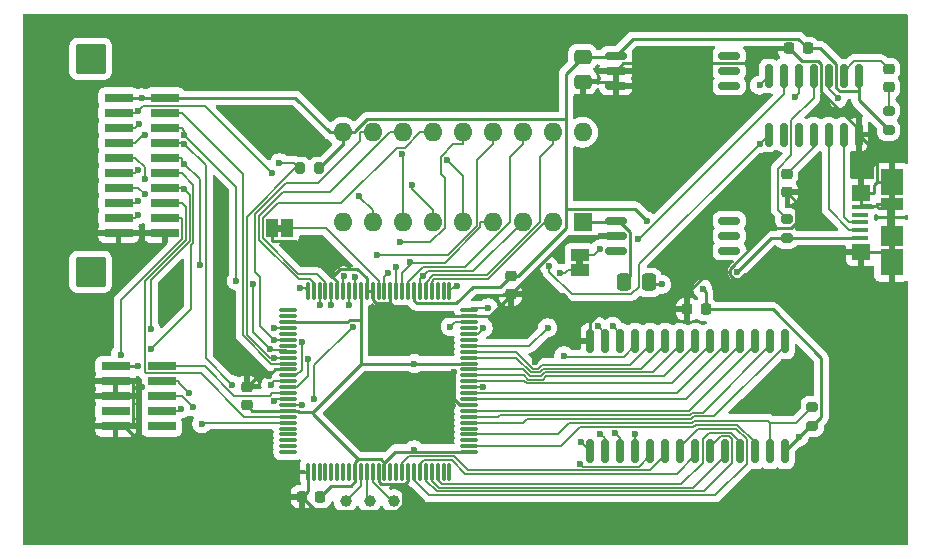
<source format=gbr>
%TF.GenerationSoftware,KiCad,Pcbnew,9.0.0-9.0.0-2~ubuntu24.10.1*%
%TF.CreationDate,2025-03-15T08:42:32-04:00*%
%TF.ProjectId,fat8,66617438-2e6b-4696-9361-645f70636258,rev?*%
%TF.SameCoordinates,Original*%
%TF.FileFunction,Copper,L1,Top*%
%TF.FilePolarity,Positive*%
%FSLAX46Y46*%
G04 Gerber Fmt 4.6, Leading zero omitted, Abs format (unit mm)*
G04 Created by KiCad (PCBNEW 9.0.0-9.0.0-2~ubuntu24.10.1) date 2025-03-15 08:42:32*
%MOMM*%
%LPD*%
G01*
G04 APERTURE LIST*
G04 Aperture macros list*
%AMRoundRect*
0 Rectangle with rounded corners*
0 $1 Rounding radius*
0 $2 $3 $4 $5 $6 $7 $8 $9 X,Y pos of 4 corners*
0 Add a 4 corners polygon primitive as box body*
4,1,4,$2,$3,$4,$5,$6,$7,$8,$9,$2,$3,0*
0 Add four circle primitives for the rounded corners*
1,1,$1+$1,$2,$3*
1,1,$1+$1,$4,$5*
1,1,$1+$1,$6,$7*
1,1,$1+$1,$8,$9*
0 Add four rect primitives between the rounded corners*
20,1,$1+$1,$2,$3,$4,$5,0*
20,1,$1+$1,$4,$5,$6,$7,0*
20,1,$1+$1,$6,$7,$8,$9,0*
20,1,$1+$1,$8,$9,$2,$3,0*%
G04 Aperture macros list end*
%TA.AperFunction,EtchedComponent*%
%ADD10C,0.000000*%
%TD*%
%TA.AperFunction,SMDPad,CuDef*%
%ADD11RoundRect,0.225000X-0.250000X0.225000X-0.250000X-0.225000X0.250000X-0.225000X0.250000X0.225000X0*%
%TD*%
%TA.AperFunction,SMDPad,CuDef*%
%ADD12RoundRect,0.225000X0.250000X-0.225000X0.250000X0.225000X-0.250000X0.225000X-0.250000X-0.225000X0*%
%TD*%
%TA.AperFunction,SMDPad,CuDef*%
%ADD13RoundRect,0.200000X-0.275000X0.200000X-0.275000X-0.200000X0.275000X-0.200000X0.275000X0.200000X0*%
%TD*%
%TA.AperFunction,SMDPad,CuDef*%
%ADD14RoundRect,0.250000X-0.475000X0.337500X-0.475000X-0.337500X0.475000X-0.337500X0.475000X0.337500X0*%
%TD*%
%TA.AperFunction,SMDPad,CuDef*%
%ADD15RoundRect,0.225000X0.225000X0.250000X-0.225000X0.250000X-0.225000X-0.250000X0.225000X-0.250000X0*%
%TD*%
%TA.AperFunction,SMDPad,CuDef*%
%ADD16RoundRect,0.075000X-0.662500X-0.075000X0.662500X-0.075000X0.662500X0.075000X-0.662500X0.075000X0*%
%TD*%
%TA.AperFunction,SMDPad,CuDef*%
%ADD17RoundRect,0.075000X-0.075000X-0.662500X0.075000X-0.662500X0.075000X0.662500X-0.075000X0.662500X0*%
%TD*%
%TA.AperFunction,SMDPad,CuDef*%
%ADD18RoundRect,0.200000X0.275000X-0.200000X0.275000X0.200000X-0.275000X0.200000X-0.275000X-0.200000X0*%
%TD*%
%TA.AperFunction,ConnectorPad*%
%ADD19RoundRect,0.250000X-1.050000X-1.050000X1.050000X-1.050000X1.050000X1.050000X-1.050000X1.050000X0*%
%TD*%
%TA.AperFunction,SMDPad,CuDef*%
%ADD20R,1.000000X1.500000*%
%TD*%
%TA.AperFunction,SMDPad,CuDef*%
%ADD21R,1.380000X0.450000*%
%TD*%
%TA.AperFunction,SMDPad,CuDef*%
%ADD22R,1.905000X2.286000*%
%TD*%
%TA.AperFunction,SMDPad,CuDef*%
%ADD23R,1.550000X1.425000*%
%TD*%
%TA.AperFunction,SMDPad,CuDef*%
%ADD24R,1.900000X1.800000*%
%TD*%
%TA.AperFunction,SMDPad,CuDef*%
%ADD25R,1.900000X1.000000*%
%TD*%
%TA.AperFunction,SMDPad,CuDef*%
%ADD26R,2.400000X0.740000*%
%TD*%
%TA.AperFunction,SMDPad,CuDef*%
%ADD27C,1.000000*%
%TD*%
%TA.AperFunction,SMDPad,CuDef*%
%ADD28RoundRect,0.150000X-0.750000X-0.150000X0.750000X-0.150000X0.750000X0.150000X-0.750000X0.150000X0*%
%TD*%
%TA.AperFunction,SMDPad,CuDef*%
%ADD29RoundRect,0.150000X-0.150000X0.875000X-0.150000X-0.875000X0.150000X-0.875000X0.150000X0.875000X0*%
%TD*%
%TA.AperFunction,SMDPad,CuDef*%
%ADD30R,1.500000X1.000000*%
%TD*%
%TA.AperFunction,SMDPad,CuDef*%
%ADD31RoundRect,0.200000X0.200000X0.275000X-0.200000X0.275000X-0.200000X-0.275000X0.200000X-0.275000X0*%
%TD*%
%TA.AperFunction,SMDPad,CuDef*%
%ADD32RoundRect,0.150000X-0.150000X0.825000X-0.150000X-0.825000X0.150000X-0.825000X0.150000X0.825000X0*%
%TD*%
%TA.AperFunction,SMDPad,CuDef*%
%ADD33RoundRect,0.250000X0.337500X0.475000X-0.337500X0.475000X-0.337500X-0.475000X0.337500X-0.475000X0*%
%TD*%
%TA.AperFunction,ComponentPad*%
%ADD34R,1.600000X1.600000*%
%TD*%
%TA.AperFunction,ComponentPad*%
%ADD35O,1.600000X1.600000*%
%TD*%
%TA.AperFunction,ViaPad*%
%ADD36C,0.600000*%
%TD*%
%TA.AperFunction,Conductor*%
%ADD37C,0.228600*%
%TD*%
%TA.AperFunction,Conductor*%
%ADD38C,0.152400*%
%TD*%
%ADD39C,0.300000*%
%ADD40C,0.350000*%
G04 APERTURE END LIST*
D10*
%TA.AperFunction,EtchedComponent*%
%TO.C,JP1*%
G36*
X79498000Y-58466000D02*
G01*
X78998000Y-58466000D01*
X78998000Y-57866000D01*
X79498000Y-57866000D01*
X79498000Y-58466000D01*
G37*
%TD.AperFunction*%
%TA.AperFunction,EtchedComponent*%
%TO.C,JP2*%
G36*
X104948000Y-61337000D02*
G01*
X104348000Y-61337000D01*
X104348000Y-60837000D01*
X104948000Y-60837000D01*
X104948000Y-61337000D01*
G37*
%TD.AperFunction*%
%TD*%
D11*
%TO.P,C1,1*%
%TO.N,Net-(U5-VUSB)*%
X122174000Y-53581000D03*
%TO.P,C1,2*%
%TO.N,GND*%
X122174000Y-55131000D03*
%TD*%
D12*
%TO.P,C6,1*%
%TO.N,5V*%
X76454000Y-73165000D03*
%TO.P,C6,2*%
%TO.N,GND*%
X76454000Y-71615000D03*
%TD*%
D13*
%TO.P,R2,1*%
%TO.N,Net-(U5-~{RST})*%
X122174000Y-57341000D03*
%TO.P,R2,2*%
%TO.N,5V*%
X122174000Y-58991000D03*
%TD*%
D14*
%TO.P,C8,1*%
%TO.N,5V*%
X104902000Y-43666500D03*
%TO.P,C8,2*%
%TO.N,GND*%
X104902000Y-45741500D03*
%TD*%
D15*
%TO.P,C5,1*%
%TO.N,5V*%
X82677000Y-80899000D03*
%TO.P,C5,2*%
%TO.N,GND*%
X81127000Y-80899000D03*
%TD*%
D16*
%TO.P,U4,1*%
%TO.N,N/C*%
X79967500Y-65120000D03*
%TO.P,U4,2*%
X79967500Y-65620000D03*
%TO.P,U4,3,VCCIO_1*%
%TO.N,5V*%
X79967500Y-66120000D03*
%TO.P,U4,4,I/O/TDI*%
%TO.N,Net-(J1-NC{slash}TDI)*%
X79967500Y-66620000D03*
%TO.P,U4,5*%
%TO.N,N/C*%
X79967500Y-67120000D03*
%TO.P,U4,6,I/O_1*%
%TO.N,/S2*%
X79967500Y-67620000D03*
%TO.P,U4,7*%
%TO.N,N/C*%
X79967500Y-68120000D03*
%TO.P,U4,8,I/O_2*%
%TO.N,/D0*%
X79967500Y-68620000D03*
%TO.P,U4,9,I/O_3*%
%TO.N,/RST*%
X79967500Y-69120000D03*
%TO.P,U4,10,I/O_4*%
%TO.N,/PI1*%
X79967500Y-69620000D03*
%TO.P,U4,11,GND_1*%
%TO.N,GND*%
X79967500Y-70120000D03*
%TO.P,U4,12,I/O/PD1*%
%TO.N,/PI2*%
X79967500Y-70620000D03*
%TO.P,U4,13,I/O_5*%
%TO.N,/PI3*%
X79967500Y-71120000D03*
%TO.P,U4,14,I/O_6*%
%TO.N,/PO1*%
X79967500Y-71620000D03*
%TO.P,U4,15,I/O/TMS*%
%TO.N,Net-(J1-SWDIO{slash}TMS)*%
X79967500Y-72120000D03*
%TO.P,U4,16,I/O_7*%
%TO.N,/PO2*%
X79967500Y-72620000D03*
%TO.P,U4,17,I/O_8*%
%TO.N,/PO3*%
X79967500Y-73120000D03*
%TO.P,U4,18,VCCIO_2*%
%TO.N,5V*%
X79967500Y-73620000D03*
%TO.P,U4,19,I/O_9*%
%TO.N,/ST1*%
X79967500Y-74120000D03*
%TO.P,U4,20,I/O_10*%
%TO.N,/ST3*%
X79967500Y-74620000D03*
%TO.P,U4,21,I/O_11*%
%TO.N,unconnected-(U4A-I{slash}O_11-Pad21)*%
X79967500Y-75120000D03*
%TO.P,U4,22*%
%TO.N,N/C*%
X79967500Y-75620000D03*
%TO.P,U4,23,I/O_12*%
%TO.N,unconnected-(U4A-I{slash}O_12-Pad23)*%
X79967500Y-76120000D03*
%TO.P,U4,24*%
%TO.N,N/C*%
X79967500Y-76620000D03*
%TO.P,U4,25,I/O_13*%
%TO.N,unconnected-(U4A-I{slash}O_13-Pad25)*%
X79967500Y-77120000D03*
D17*
%TO.P,U4,26,GND_2*%
%TO.N,GND*%
X81630000Y-78782500D03*
%TO.P,U4,27*%
%TO.N,N/C*%
X82130000Y-78782500D03*
%TO.P,U4,28*%
X82630000Y-78782500D03*
%TO.P,U4,29,I/O_14*%
%TO.N,unconnected-(U4A-I{slash}O_14-Pad29)*%
X83130000Y-78782500D03*
%TO.P,U4,30,I/O_15*%
%TO.N,unconnected-(U4A-I{slash}O_15-Pad30)*%
X83630000Y-78782500D03*
%TO.P,U4,31,I/O_16*%
%TO.N,unconnected-(U4A-I{slash}O_16-Pad31)*%
X84130000Y-78782500D03*
%TO.P,U4,32,I/O_17*%
%TO.N,unconnected-(U4A-I{slash}O_17-Pad32)*%
X84630000Y-78782500D03*
%TO.P,U4,33,I/O_18*%
%TO.N,unconnected-(U4A-I{slash}O_18-Pad33)*%
X85130000Y-78782500D03*
%TO.P,U4,34,VCCIO_3*%
%TO.N,5V*%
X85630000Y-78782500D03*
%TO.P,U4,35,I/O_19*%
%TO.N,Net-(U4A-I{slash}O_19)*%
X86130000Y-78782500D03*
%TO.P,U4,36,I/O_20*%
%TO.N,Net-(U4A-I{slash}O_20)*%
X86630000Y-78782500D03*
%TO.P,U4,37,I/O_21*%
%TO.N,Net-(U4A-I{slash}O_21)*%
X87130000Y-78782500D03*
%TO.P,U4,38,GND_3*%
%TO.N,GND*%
X87630000Y-78782500D03*
%TO.P,U4,39,VCCINT_1*%
%TO.N,5V*%
X88130000Y-78782500D03*
%TO.P,U4,40,I/O_22*%
%TO.N,unconnected-(U4A-I{slash}O_22-Pad40)*%
X88630000Y-78782500D03*
%TO.P,U4,41,I/O_23*%
%TO.N,unconnected-(U4A-I{slash}O_23-Pad41)*%
X89130000Y-78782500D03*
%TO.P,U4,42,I/O/PD2*%
%TO.N,/FRAM_CE{slash}*%
X89630000Y-78782500D03*
%TO.P,U4,43,GND_4*%
%TO.N,GND*%
X90130000Y-78782500D03*
%TO.P,U4,44,I/O_24*%
%TO.N,/FRAM_A10*%
X90630000Y-78782500D03*
%TO.P,U4,45,I/O_25*%
%TO.N,/FRAM_OE{slash}*%
X91130000Y-78782500D03*
%TO.P,U4,46,I/O_26*%
%TO.N,/FRAM_A11*%
X91630000Y-78782500D03*
%TO.P,U4,47,I/O_27*%
%TO.N,/FRAM_A9*%
X92130000Y-78782500D03*
%TO.P,U4,48,I/O_28*%
%TO.N,/FRAM_A8*%
X92630000Y-78782500D03*
%TO.P,U4,49*%
%TO.N,N/C*%
X93130000Y-78782500D03*
%TO.P,U4,50*%
X93630000Y-78782500D03*
D16*
%TO.P,U4,51,VCCIO_4*%
%TO.N,5V*%
X95292500Y-77120000D03*
%TO.P,U4,52,I/O_29*%
%TO.N,/FRAM_A13*%
X95292500Y-76620000D03*
%TO.P,U4,53*%
%TO.N,N/C*%
X95292500Y-76120000D03*
%TO.P,U4,54,I/O_30*%
%TO.N,/FRAM_WR{slash}*%
X95292500Y-75620000D03*
%TO.P,U4,55*%
%TO.N,N/C*%
X95292500Y-75120000D03*
%TO.P,U4,56,I/O_31*%
%TO.N,/FRAM_A14*%
X95292500Y-74620000D03*
%TO.P,U4,57,I/O_32*%
%TO.N,/FRAM_A12*%
X95292500Y-74120000D03*
%TO.P,U4,58,I/O_33*%
%TO.N,/FRAM_A7*%
X95292500Y-73620000D03*
%TO.P,U4,59,GND_5*%
%TO.N,GND*%
X95292500Y-73120000D03*
%TO.P,U4,60,I/O_34*%
%TO.N,/FRAM_A6*%
X95292500Y-72620000D03*
%TO.P,U4,61,I/O_35*%
%TO.N,/FRAM_A5*%
X95292500Y-72120000D03*
%TO.P,U4,62,I/O/TCK*%
%TO.N,Net-(J1-SWCLK{slash}TCK)*%
X95292500Y-71620000D03*
%TO.P,U4,63,I/O_36*%
%TO.N,/FRAM_A4*%
X95292500Y-71120000D03*
%TO.P,U4,64,I/O_37*%
%TO.N,/FRAM_A3*%
X95292500Y-70620000D03*
%TO.P,U4,65,I/O_38*%
%TO.N,/FRAM_A2*%
X95292500Y-70120000D03*
%TO.P,U4,66,VCCIO_5*%
%TO.N,5V*%
X95292500Y-69620000D03*
%TO.P,U4,67,I/O_39*%
%TO.N,/FRAM_A1*%
X95292500Y-69120000D03*
%TO.P,U4,68,I/O_40*%
%TO.N,/FRAM_A0*%
X95292500Y-68620000D03*
%TO.P,U4,69,I/O_41*%
%TO.N,/RxD*%
X95292500Y-68120000D03*
%TO.P,U4,70*%
%TO.N,N/C*%
X95292500Y-67620000D03*
%TO.P,U4,71,I/O_42*%
%TO.N,/TxD*%
X95292500Y-67120000D03*
%TO.P,U4,72*%
%TO.N,N/C*%
X95292500Y-66620000D03*
%TO.P,U4,73,I/O/TDO*%
%TO.N,Net-(J1-SWO{slash}TDO)*%
X95292500Y-66120000D03*
%TO.P,U4,74,GND_6*%
%TO.N,GND*%
X95292500Y-65620000D03*
%TO.P,U4,75,I/O_43*%
%TO.N,/GP2*%
X95292500Y-65120000D03*
D17*
%TO.P,U4,76,I/O_44*%
%TO.N,/INT*%
X93630000Y-63457500D03*
%TO.P,U4,77*%
%TO.N,N/C*%
X93130000Y-63457500D03*
%TO.P,U4,78*%
X92630000Y-63457500D03*
%TO.P,U4,79,I/O_45*%
%TO.N,/D7*%
X92130000Y-63457500D03*
%TO.P,U4,80,I/O_46*%
%TO.N,/RDY*%
X91630000Y-63457500D03*
%TO.P,U4,81,I/O_47*%
%TO.N,/D6*%
X91130000Y-63457500D03*
%TO.P,U4,82,VCCIO_6*%
%TO.N,5V*%
X90630000Y-63457500D03*
%TO.P,U4,83,I/O_48*%
%TO.N,/Ph1*%
X90130000Y-63457500D03*
%TO.P,U4,84,I/O_49*%
%TO.N,/D5*%
X89630000Y-63457500D03*
%TO.P,U4,85,I/O/GCLK3*%
%TO.N,/GP3*%
X89130000Y-63457500D03*
%TO.P,U4,86,GND_7*%
%TO.N,GND*%
X88630000Y-63457500D03*
%TO.P,U4,87,INPUT/GCLK1*%
%TO.N,/USB_CLK*%
X88130000Y-63457500D03*
%TO.P,U4,88,INPUT/OE1*%
%TO.N,Net-(JP1-B)*%
X87630000Y-63457500D03*
%TO.P,U4,89,INPUT/GCLR*%
%TO.N,GND*%
X87130000Y-63457500D03*
%TO.P,U4,90,INPUT/OE2/GCLK2*%
X86630000Y-63457500D03*
%TO.P,U4,91,VCCINT_2*%
%TO.N,5V*%
X86130000Y-63457500D03*
%TO.P,U4,92,I/O_50*%
%TO.N,/Ph2*%
X85630000Y-63457500D03*
%TO.P,U4,93,I/O_51*%
%TO.N,/D4*%
X85130000Y-63457500D03*
%TO.P,U4,94,I/O_52*%
%TO.N,/SYNC*%
X84630000Y-63457500D03*
%TO.P,U4,95,GND_8*%
%TO.N,GND*%
X84130000Y-63457500D03*
%TO.P,U4,96,I/O_53*%
%TO.N,/D3*%
X83630000Y-63457500D03*
%TO.P,U4,97,I/O_54*%
%TO.N,/S0*%
X83130000Y-63457500D03*
%TO.P,U4,98,I/O_55*%
%TO.N,/D2*%
X82630000Y-63457500D03*
%TO.P,U4,99,I/O_56*%
%TO.N,/S1*%
X82130000Y-63457500D03*
%TO.P,U4,100,I/O_57*%
%TO.N,/D1*%
X81630000Y-63457500D03*
%TD*%
D18*
%TO.P,R1,1*%
%TO.N,5V*%
X130810000Y-49847000D03*
%TO.P,R1,2*%
%TO.N,Net-(D1-A)*%
X130810000Y-48197000D03*
%TD*%
D19*
%TO.P,MP1,1*%
%TO.N,N/C*%
X63246000Y-43815000D03*
%TD*%
D20*
%TO.P,JP1,1,A*%
%TO.N,GND*%
X78598000Y-58166000D03*
%TO.P,JP1,2,B*%
%TO.N,Net-(JP1-B)*%
X79898000Y-58166000D03*
%TD*%
D21*
%TO.P,J2,1,VBUS*%
%TO.N,5V*%
X128404000Y-58958000D03*
%TO.P,J2,2,D-*%
%TO.N,Net-(J2-D-)*%
X128404000Y-58308000D03*
%TO.P,J2,3,D+*%
%TO.N,Net-(J2-D+)*%
X128404000Y-57658000D03*
%TO.P,J2,4,ID*%
%TO.N,unconnected-(J2-ID-Pad4)*%
X128404000Y-57008000D03*
%TO.P,J2,5,GND*%
%TO.N,GND*%
X128404000Y-56358000D03*
D22*
%TO.P,J2,6,Shield*%
X131064000Y-61033000D03*
D23*
X128489000Y-60145500D03*
D24*
X131064000Y-58808000D03*
D25*
X131064000Y-56108000D03*
D23*
X128489000Y-55170500D03*
D22*
X131064000Y-54283000D03*
%TD*%
D11*
%TO.P,D1,1,K*%
%TO.N,Net-(D1-K)*%
X130810000Y-44691000D03*
%TO.P,D1,2,A*%
%TO.N,Net-(D1-A)*%
X130810000Y-46241000D03*
%TD*%
D26*
%TO.P,J3,a1,Pin_a1*%
%TO.N,5V*%
X65614000Y-47117000D03*
%TO.P,J3,a2,Pin_a2*%
%TO.N,/D0*%
X65614000Y-48387000D03*
%TO.P,J3,a3,Pin_a3*%
%TO.N,/D1*%
X65614000Y-49657000D03*
%TO.P,J3,a4,Pin_a4*%
%TO.N,/D2*%
X65614000Y-50927000D03*
%TO.P,J3,a5,Pin_a5*%
%TO.N,/D3*%
X65614000Y-52197000D03*
%TO.P,J3,a6,Pin_a6*%
%TO.N,/D4*%
X65614000Y-53467000D03*
%TO.P,J3,a7,Pin_a7*%
%TO.N,/D5*%
X65614000Y-54737000D03*
%TO.P,J3,a8,Pin_a8*%
%TO.N,/D6*%
X65614000Y-56007000D03*
%TO.P,J3,a9,Pin_a9*%
%TO.N,/D7*%
X65614000Y-57277000D03*
%TO.P,J3,a10,Pin_a10*%
%TO.N,GND*%
X65614000Y-58547000D03*
%TO.P,J3,b1,Pin_b1*%
%TO.N,5V*%
X69514000Y-47117000D03*
%TO.P,J3,b2,Pin_b2*%
%TO.N,/PI1*%
X69514000Y-48387000D03*
%TO.P,J3,b3,Pin_b3*%
%TO.N,/PI2*%
X69514000Y-49657000D03*
%TO.P,J3,b4,Pin_b4*%
%TO.N,/PI3*%
X69514000Y-50927000D03*
%TO.P,J3,b5,Pin_b5*%
%TO.N,/PO1*%
X69514000Y-52197000D03*
%TO.P,J3,b6,Pin_b6*%
%TO.N,/PO2*%
X69514000Y-53467000D03*
%TO.P,J3,b7,Pin_b7*%
%TO.N,/PO3*%
X69514000Y-54737000D03*
%TO.P,J3,b8,Pin_b8*%
%TO.N,/ST1*%
X69514000Y-56007000D03*
%TO.P,J3,b9,Pin_b9*%
%TO.N,/ST3*%
X69514000Y-57277000D03*
%TO.P,J3,b10,Pin_b10*%
%TO.N,GND*%
X69514000Y-58547000D03*
%TD*%
D27*
%TO.P,TP2,1,1*%
%TO.N,Net-(U4A-I{slash}O_20)*%
X86868000Y-81280000D03*
%TD*%
D11*
%TO.P,C4,1*%
%TO.N,5V*%
X98806000Y-62217000D03*
%TO.P,C4,2*%
%TO.N,GND*%
X98806000Y-63767000D03*
%TD*%
D13*
%TO.P,R4,1*%
%TO.N,/FRAM_WR{slash}*%
X124333000Y-73280000D03*
%TO.P,R4,2*%
%TO.N,5V*%
X124333000Y-74930000D03*
%TD*%
D27*
%TO.P,TP3,1,1*%
%TO.N,Net-(U4A-I{slash}O_21)*%
X88900000Y-81280000D03*
%TD*%
%TO.P,TP1,1,1*%
%TO.N,Net-(U4A-I{slash}O_19)*%
X84836000Y-81280000D03*
%TD*%
D19*
%TO.P,MP2,1*%
%TO.N,N/C*%
X63246000Y-61849000D03*
%TD*%
D28*
%TO.P,DC1,1,+VS*%
%TO.N,5V*%
X107722000Y-43561000D03*
%TO.P,DC1,2,-VS_1*%
%TO.N,GND*%
X107722000Y-44831000D03*
%TO.P,DC1,3,-VS_2*%
X107722000Y-46101000D03*
%TO.P,DC1,12,-VOUT*%
%TO.N,-9V*%
X107722000Y-57531000D03*
%TO.P,DC1,13,+VOUT*%
%TO.N,GND*%
X107722000Y-58801000D03*
%TO.P,DC1,14*%
%TO.N,N/C*%
X107722000Y-60071000D03*
%TO.P,DC1,15*%
X117322000Y-60071000D03*
%TO.P,DC1,16*%
X117322000Y-58801000D03*
%TO.P,DC1,17*%
X117322000Y-57531000D03*
%TO.P,DC1,26*%
X117322000Y-46101000D03*
%TO.P,DC1,27*%
X117322000Y-44831000D03*
%TO.P,DC1,28,SYNC*%
%TO.N,unconnected-(DC1-SYNC-Pad28)*%
X117322000Y-43561000D03*
%TD*%
D29*
%TO.P,U2,1,A14*%
%TO.N,/FRAM_A14*%
X122047000Y-67740000D03*
%TO.P,U2,2,A12*%
%TO.N,/FRAM_A12*%
X120777000Y-67740000D03*
%TO.P,U2,3,A7*%
%TO.N,/FRAM_A7*%
X119507000Y-67740000D03*
%TO.P,U2,4,A6*%
%TO.N,/FRAM_A6*%
X118237000Y-67740000D03*
%TO.P,U2,5,A5*%
%TO.N,/FRAM_A5*%
X116967000Y-67740000D03*
%TO.P,U2,6,A4*%
%TO.N,/FRAM_A4*%
X115697000Y-67740000D03*
%TO.P,U2,7,A3*%
%TO.N,/FRAM_A3*%
X114427000Y-67740000D03*
%TO.P,U2,8,A2*%
%TO.N,/FRAM_A2*%
X113157000Y-67740000D03*
%TO.P,U2,9,A1*%
%TO.N,/FRAM_A1*%
X111887000Y-67740000D03*
%TO.P,U2,10,A0*%
%TO.N,/FRAM_A0*%
X110617000Y-67740000D03*
%TO.P,U2,11,DQ0*%
%TO.N,/D0*%
X109347000Y-67740000D03*
%TO.P,U2,12,DQ1*%
%TO.N,/D1*%
X108077000Y-67740000D03*
%TO.P,U2,13,DQ2*%
%TO.N,/D2*%
X106807000Y-67740000D03*
%TO.P,U2,14,VSS*%
%TO.N,GND*%
X105537000Y-67740000D03*
%TO.P,U2,15,DQ3*%
%TO.N,/D3*%
X105537000Y-77040000D03*
%TO.P,U2,16,DQ4*%
%TO.N,/D4*%
X106807000Y-77040000D03*
%TO.P,U2,17,DQ5*%
%TO.N,/D5*%
X108077000Y-77040000D03*
%TO.P,U2,18,DQ6*%
%TO.N,/D6*%
X109347000Y-77040000D03*
%TO.P,U2,19,DQ7*%
%TO.N,/D7*%
X110617000Y-77040000D03*
%TO.P,U2,20,~{CE}*%
%TO.N,/FRAM_CE{slash}*%
X111887000Y-77040000D03*
%TO.P,U2,21,A10*%
%TO.N,/FRAM_A10*%
X113157000Y-77040000D03*
%TO.P,U2,22,~{OE}*%
%TO.N,/FRAM_OE{slash}*%
X114427000Y-77040000D03*
%TO.P,U2,23,A11*%
%TO.N,/FRAM_A11*%
X115697000Y-77040000D03*
%TO.P,U2,24,A9*%
%TO.N,/FRAM_A9*%
X116967000Y-77040000D03*
%TO.P,U2,25,A8*%
%TO.N,/FRAM_A8*%
X118237000Y-77040000D03*
%TO.P,U2,26,A13*%
%TO.N,/FRAM_A13*%
X119507000Y-77040000D03*
%TO.P,U2,27,~{WE}*%
%TO.N,/FRAM_WR{slash}*%
X120777000Y-77040000D03*
%TO.P,U2,28,VDD*%
%TO.N,5V*%
X122047000Y-77040000D03*
%TD*%
D30*
%TO.P,JP2,1,A*%
%TO.N,Net-(JP2-A)*%
X104648000Y-60437000D03*
%TO.P,JP2,2,B*%
%TO.N,/USB_CLK*%
X104648000Y-61737000D03*
%TD*%
D15*
%TO.P,C3,1*%
%TO.N,5V*%
X123965000Y-42926000D03*
%TO.P,C3,2*%
%TO.N,GND*%
X122415000Y-42926000D03*
%TD*%
D31*
%TO.P,R3,1*%
%TO.N,5V*%
X82613000Y-53086000D03*
%TO.P,R3,2*%
%TO.N,/RST*%
X80963000Y-53086000D03*
%TD*%
D32*
%TO.P,U5,1,VDD*%
%TO.N,5V*%
X128270000Y-45277000D03*
%TO.P,U5,2,GP0*%
%TO.N,Net-(D1-K)*%
X127000000Y-45277000D03*
%TO.P,U5,3,GP1*%
%TO.N,Net-(JP2-A)*%
X125730000Y-45277000D03*
%TO.P,U5,4,~{RST}*%
%TO.N,Net-(U5-~{RST})*%
X124460000Y-45277000D03*
%TO.P,U5,5,URx*%
%TO.N,/TxD*%
X123190000Y-45277000D03*
%TO.P,U5,6,UTx*%
%TO.N,/RxD*%
X121920000Y-45277000D03*
%TO.P,U5,7,GP2*%
%TO.N,/GP2*%
X120650000Y-45277000D03*
%TO.P,U5,8,GP3*%
%TO.N,/GP3*%
X120650000Y-50227000D03*
%TO.P,U5,9,SDA*%
%TO.N,unconnected-(U5-SDA-Pad9)*%
X121920000Y-50227000D03*
%TO.P,U5,10,SCL*%
%TO.N,unconnected-(U5-SCL-Pad10)*%
X123190000Y-50227000D03*
%TO.P,U5,11,VUSB*%
%TO.N,Net-(U5-VUSB)*%
X124460000Y-50227000D03*
%TO.P,U5,12,D-*%
%TO.N,Net-(J2-D-)*%
X125730000Y-50227000D03*
%TO.P,U5,13,D+*%
%TO.N,Net-(J2-D+)*%
X127000000Y-50227000D03*
%TO.P,U5,14,VSS*%
%TO.N,GND*%
X128270000Y-50227000D03*
%TD*%
D33*
%TO.P,C7,1*%
%TO.N,5V*%
X110511500Y-62738000D03*
%TO.P,C7,2*%
%TO.N,-9V*%
X108436500Y-62738000D03*
%TD*%
D26*
%TO.P,J1,1,VTref*%
%TO.N,5V*%
X65360000Y-69850000D03*
%TO.P,J1,2,SWDIO/TMS*%
%TO.N,Net-(J1-SWDIO{slash}TMS)*%
X69260000Y-69850000D03*
%TO.P,J1,3,GND*%
%TO.N,GND*%
X65360000Y-71120000D03*
%TO.P,J1,4,SWCLK/TCK*%
%TO.N,Net-(J1-SWCLK{slash}TCK)*%
X69260000Y-71120000D03*
%TO.P,J1,5,GND*%
%TO.N,GND*%
X65360000Y-72390000D03*
%TO.P,J1,6,SWO/TDO*%
%TO.N,Net-(J1-SWO{slash}TDO)*%
X69260000Y-72390000D03*
%TO.P,J1,7,KEY*%
%TO.N,unconnected-(J1-KEY-Pad7)*%
X65360000Y-73660000D03*
%TO.P,J1,8,NC/TDI*%
%TO.N,Net-(J1-NC{slash}TDI)*%
X69260000Y-73660000D03*
%TO.P,J1,9,GNDDetect*%
%TO.N,GND*%
X65360000Y-74930000D03*
%TO.P,J1,10,~{RESET}*%
%TO.N,unconnected-(J1-~{RESET}-Pad10)*%
X69260000Y-74930000D03*
%TD*%
D15*
%TO.P,C2,1*%
%TO.N,5V*%
X115329000Y-65024000D03*
%TO.P,C2,2*%
%TO.N,GND*%
X113779000Y-65024000D03*
%TD*%
D34*
%TO.P,U1,1,VDD*%
%TO.N,-9V*%
X104902000Y-57658000D03*
D35*
%TO.P,U1,2,D7*%
%TO.N,/D7*%
X102362000Y-57658000D03*
%TO.P,U1,3,D6*%
%TO.N,/D6*%
X99822000Y-57658000D03*
%TO.P,U1,4,D5*%
%TO.N,/D5*%
X97282000Y-57658000D03*
%TO.P,U1,5,D4*%
%TO.N,/D4*%
X94742000Y-57658000D03*
%TO.P,U1,6,D3*%
%TO.N,/D3*%
X92202000Y-57658000D03*
%TO.P,U1,7,D2*%
%TO.N,/D2*%
X89662000Y-57658000D03*
%TO.P,U1,8,D1*%
%TO.N,/D1*%
X87122000Y-57658000D03*
%TO.P,U1,9,D0*%
%TO.N,/D0*%
X84582000Y-57658000D03*
%TO.P,U1,10,VCC*%
%TO.N,5V*%
X84582000Y-50038000D03*
%TO.P,U1,11,S2*%
%TO.N,/S2*%
X87122000Y-50038000D03*
%TO.P,U1,12,S1*%
%TO.N,/S1*%
X89662000Y-50038000D03*
%TO.P,U1,13,S0*%
%TO.N,/S0*%
X92202000Y-50038000D03*
%TO.P,U1,14,SYNC*%
%TO.N,/SYNC*%
X94742000Y-50038000D03*
%TO.P,U1,15,\u00F82*%
%TO.N,/Ph2*%
X97282000Y-50038000D03*
%TO.P,U1,16,\u00F81*%
%TO.N,/Ph1*%
X99822000Y-50038000D03*
%TO.P,U1,17,READY*%
%TO.N,/RDY*%
X102362000Y-50038000D03*
%TO.P,U1,18,INT*%
%TO.N,/INT*%
X104902000Y-50038000D03*
%TD*%
D36*
%TO.N,GND*%
X70231000Y-63627000D03*
X98933000Y-65659000D03*
X85852000Y-74168000D03*
X67565600Y-58547000D03*
X110998000Y-47752000D03*
X89916000Y-67183000D03*
X112776000Y-49403000D03*
X129413000Y-74422000D03*
X126365000Y-64643000D03*
X94869000Y-43688000D03*
X71247000Y-43688000D03*
X78354000Y-70637600D03*
X100907500Y-69504400D03*
X96139000Y-83185000D03*
X67571500Y-71641300D03*
X89916000Y-70993000D03*
X87757000Y-65659000D03*
X129413000Y-69088000D03*
X94051300Y-70374400D03*
X82155500Y-60813500D03*
X83312000Y-43815000D03*
X120777000Y-72390000D03*
X79756000Y-48006000D03*
X77089000Y-48006000D03*
X60960000Y-51943000D03*
X60960000Y-80264000D03*
X92075000Y-74168000D03*
X60960000Y-68707000D03*
%TO.N,Net-(J1-SWCLK{slash}TCK)*%
X71542700Y-72091200D03*
X96492500Y-71620000D03*
%TO.N,Net-(J1-NC{slash}TDI)*%
X78768300Y-66620000D03*
X70921500Y-73428800D03*
%TO.N,Net-(J1-SWO{slash}TDO)*%
X82192400Y-72643500D03*
X85436100Y-66503300D03*
X93705300Y-66482800D03*
X71881000Y-73291300D03*
%TO.N,/D0*%
X103307500Y-68948600D03*
X78643600Y-53517500D03*
X78431700Y-68373200D03*
X77027000Y-62876900D03*
X67276400Y-48196000D03*
%TO.N,/INT*%
X94246900Y-63024800D03*
%TO.N,/D5*%
X67839400Y-55294500D03*
X90326400Y-60980600D03*
X107685900Y-75538100D03*
%TO.N,/D1*%
X67362800Y-49379600D03*
X85975000Y-55425500D03*
X81009500Y-63186400D03*
X107442200Y-66475800D03*
%TO.N,/S2*%
X78759800Y-67615200D03*
%TO.N,/Ph2*%
X85630000Y-62255800D03*
X87510900Y-60443800D03*
%TO.N,/SYNC*%
X89416700Y-59356900D03*
X84672600Y-62200500D03*
%TO.N,/D6*%
X109347000Y-75559800D03*
X67299900Y-55836100D03*
X91387900Y-62237900D03*
%TO.N,/D2*%
X89613300Y-51863800D03*
X67882900Y-50265100D03*
X106186500Y-66470800D03*
X82630000Y-64653600D03*
%TO.N,/D7*%
X67276900Y-57044400D03*
X104671900Y-78105200D03*
%TO.N,/D4*%
X106393100Y-75551200D03*
X93418100Y-52395600D03*
X67298100Y-53213200D03*
X85130000Y-64653600D03*
%TO.N,/D3*%
X83630000Y-64653600D03*
X90432200Y-54467300D03*
X104766800Y-76269800D03*
X67865400Y-54034100D03*
%TO.N,/USB_CLK*%
X103004400Y-61973500D03*
X88417600Y-61971900D03*
%TO.N,/GP3*%
X119885000Y-50992000D03*
X102064100Y-61401100D03*
X89130000Y-61437200D03*
%TO.N,/RxD*%
X101939800Y-66579100D03*
X109558000Y-59073500D03*
%TO.N,/TxD*%
X96488900Y-66579100D03*
X122894300Y-47024200D03*
%TO.N,/GP2*%
X96918000Y-64887700D03*
X119882800Y-46044200D03*
%TO.N,/PI3*%
X78495000Y-71425200D03*
X75239200Y-71425200D03*
X71174100Y-51022000D03*
%TO.N,/PO3*%
X68355700Y-66694700D03*
X71180100Y-54856100D03*
X81167100Y-73120000D03*
%TO.N,/PO1*%
X71169000Y-52695700D03*
X72469300Y-61254500D03*
X81680700Y-69253300D03*
%TO.N,/RST*%
X78753400Y-69120000D03*
X79240900Y-52612500D03*
%TO.N,/PO2*%
X68350900Y-68377500D03*
X78774300Y-72761000D03*
%TO.N,/PI2*%
X81168800Y-67771900D03*
X75584400Y-62621000D03*
X71191500Y-50267800D03*
%TO.N,/ST3*%
X65783100Y-68853300D03*
X72669400Y-74714600D03*
%TO.N,Net-(JP2-A)*%
X126521300Y-47178200D03*
X106354200Y-59959800D03*
%TO.N,5V*%
X110391200Y-57571300D03*
X123256600Y-75830400D03*
X115065500Y-63285700D03*
X67564000Y-47117000D03*
X90662600Y-69620000D03*
X67233600Y-69847100D03*
X111597100Y-62908400D03*
X117979600Y-61835200D03*
X90662600Y-76911600D03*
%TD*%
D37*
%TO.N,GND*%
X122174000Y-55131000D02*
X122995000Y-55952000D01*
X117385800Y-62081100D02*
X117733700Y-62429000D01*
X82341900Y-82113900D02*
X89227700Y-82113900D01*
X122415000Y-42926000D02*
X123484500Y-43995500D01*
X129506700Y-56239100D02*
X129387800Y-56358000D01*
X81127000Y-80899000D02*
X82341900Y-82113900D01*
X129817700Y-54283000D02*
X129557800Y-54542900D01*
X124839700Y-43995500D02*
X125093500Y-44249300D01*
X119224100Y-44196000D02*
X108357000Y-44196000D01*
X82156700Y-60814700D02*
X82155500Y-60813500D01*
X122415000Y-42926000D02*
X120494100Y-42926000D01*
X81127000Y-80899000D02*
X81630000Y-80396000D01*
X86630000Y-63457500D02*
X87130000Y-63457500D01*
X128489000Y-55170500D02*
X129557800Y-55170500D01*
X128489000Y-55170500D02*
X128489000Y-56176800D01*
X87130000Y-63457500D02*
X87130000Y-64228800D01*
X117385800Y-61835200D02*
X117385800Y-62081100D01*
X128489000Y-60145500D02*
X128489000Y-61151800D01*
X65360000Y-71120000D02*
X66853800Y-71120000D01*
X66106900Y-74930000D02*
X66853800Y-74930000D01*
X131064000Y-58808000D02*
X131064000Y-59404900D01*
X102671900Y-67740000D02*
X100907500Y-69504400D01*
X103211500Y-63767000D02*
X98806000Y-63767000D01*
X113779000Y-65024000D02*
X113779000Y-63687600D01*
X125093500Y-44249300D02*
X125093500Y-46592200D01*
X87390300Y-64489100D02*
X88630000Y-64489100D01*
X88630000Y-64489100D02*
X88630000Y-63457500D01*
X86630000Y-63457500D02*
X86630000Y-62400000D01*
X83728700Y-62266800D02*
X84130000Y-62668200D01*
X80551800Y-59209800D02*
X82155500Y-60813500D01*
X129817700Y-51774700D02*
X128270000Y-50227000D01*
X129206600Y-56176800D02*
X129387800Y-56358000D01*
X130920300Y-60145500D02*
X131064000Y-60001800D01*
X65614000Y-58547000D02*
X67565600Y-58547000D01*
X129768900Y-56159300D02*
X129820200Y-56108000D01*
X120494100Y-42926000D02*
X119224100Y-44196000D01*
X127566500Y-62074300D02*
X128489000Y-61151800D01*
X120809100Y-58166000D02*
X117385800Y-61589300D01*
X118573400Y-62081200D02*
X118573400Y-62074300D01*
X81630000Y-80396000D02*
X81630000Y-78782500D01*
X66852300Y-72390000D02*
X66853800Y-72390000D01*
X66853800Y-71641300D02*
X67571500Y-71641300D01*
X113779000Y-65024000D02*
X106605500Y-65024000D01*
X130440900Y-54283000D02*
X129817700Y-54283000D01*
X131064000Y-56108000D02*
X129820200Y-56108000D01*
X89716700Y-79859800D02*
X87873200Y-79859800D01*
X89227700Y-82113900D02*
X89716700Y-81624900D01*
X97025500Y-65620000D02*
X95292500Y-65620000D01*
X113779000Y-63687600D02*
X115631400Y-61835200D01*
X118225600Y-62429000D02*
X118573400Y-62081200D01*
X85827000Y-61597000D02*
X84398500Y-61597000D01*
X122995000Y-55952000D02*
X122995000Y-57748400D01*
X105537000Y-66092500D02*
X105537000Y-67740000D01*
X66853800Y-74930000D02*
X66853800Y-72391500D01*
X125093500Y-46592200D02*
X128270000Y-49768700D01*
X128489000Y-56176800D02*
X129206600Y-56176800D01*
X131064000Y-59404900D02*
X130792000Y-59132900D01*
X117733700Y-62429000D02*
X118225600Y-62429000D01*
X107722000Y-58801000D02*
X103772000Y-58801000D01*
X122995000Y-57748400D02*
X122577400Y-58166000D01*
X129768900Y-56239100D02*
X129768900Y-56159300D01*
X89760900Y-65620000D02*
X95292500Y-65620000D01*
X78598000Y-59209800D02*
X80551800Y-59209800D01*
X106605500Y-65024000D02*
X105537000Y-66092500D01*
X129557800Y-54542900D02*
X129557800Y-55170500D01*
X131064000Y-54283000D02*
X130440900Y-54283000D01*
X69959400Y-78782500D02*
X81630000Y-78782500D01*
X82276500Y-60814700D02*
X82156700Y-60814700D01*
X130725200Y-56490700D02*
X130020500Y-56490700D01*
X89859500Y-79859800D02*
X89716700Y-79859800D01*
X115631400Y-61835200D02*
X117385800Y-61835200D01*
X129768900Y-56239100D02*
X129506700Y-56239100D01*
X107722000Y-44831000D02*
X107722000Y-45741500D01*
X128270000Y-49768700D02*
X128270000Y-50227000D01*
X76454000Y-71615000D02*
X77431400Y-70637600D01*
X103772000Y-58801000D02*
X98806000Y-63767000D01*
X66106900Y-74930000D02*
X69959400Y-78782500D01*
X77431400Y-70637600D02*
X78354000Y-70637600D01*
X78354000Y-70637600D02*
X78871600Y-70120000D01*
X98806000Y-63839500D02*
X97025500Y-65620000D01*
X128404000Y-56358000D02*
X129387800Y-56358000D01*
X87873200Y-79859800D02*
X87630000Y-79616600D01*
X104902000Y-45741500D02*
X107722000Y-45741500D01*
X69514000Y-58547000D02*
X67565600Y-58547000D01*
X105537000Y-66092500D02*
X103211500Y-63767000D01*
X131064000Y-61033000D02*
X130920300Y-60889300D01*
X129817700Y-54283000D02*
X129817700Y-51774700D01*
X66853800Y-71120000D02*
X66853800Y-71641300D01*
X84398500Y-61597000D02*
X83728700Y-62266800D01*
X107722000Y-45741500D02*
X107722000Y-46101000D01*
X86630000Y-62400000D02*
X85827000Y-61597000D01*
X89716700Y-81624900D02*
X89716700Y-79859800D01*
X130792000Y-59132900D02*
X130792000Y-56557500D01*
X118573400Y-62074300D02*
X127566500Y-62074300D01*
X83728700Y-62266800D02*
X82276500Y-60814700D01*
X66853800Y-71641300D02*
X66853800Y-72390000D01*
X130920300Y-60889300D02*
X130920300Y-60145500D01*
X130792000Y-56557500D02*
X130725200Y-56490700D01*
X122577400Y-58166000D02*
X120809100Y-58166000D01*
X123484500Y-43995500D02*
X124839700Y-43995500D01*
X65360000Y-72390000D02*
X66852300Y-72390000D01*
X105537000Y-67740000D02*
X102671900Y-67740000D01*
X90130000Y-79589300D02*
X89859500Y-79859800D01*
X94051300Y-72654600D02*
X94051300Y-70374400D01*
X88630000Y-64489100D02*
X89760900Y-65620000D01*
X94516700Y-73120000D02*
X94051300Y-72654600D01*
X98806000Y-63767000D02*
X98806000Y-63839500D01*
X87630000Y-79616600D02*
X87630000Y-78782500D01*
X130020500Y-56490700D02*
X129768900Y-56239100D01*
X84130000Y-62668200D02*
X84130000Y-63457500D01*
X66853800Y-72391500D02*
X66852300Y-72390000D01*
X90130000Y-78782500D02*
X90130000Y-79589300D01*
X78871600Y-70120000D02*
X79967500Y-70120000D01*
X117385800Y-61589300D02*
X117385800Y-61835200D01*
X95292500Y-73120000D02*
X94516700Y-73120000D01*
X78598000Y-58166000D02*
X78598000Y-59209800D01*
X128489000Y-60145500D02*
X130920300Y-60145500D01*
X131064000Y-59404900D02*
X131064000Y-60001800D01*
X87130000Y-64228800D02*
X87390300Y-64489100D01*
X65360000Y-74930000D02*
X66106900Y-74930000D01*
X108357000Y-44196000D02*
X107722000Y-44831000D01*
D38*
%TO.N,Net-(D1-A)*%
X130810000Y-48197000D02*
X130810000Y-46241000D01*
%TO.N,Net-(D1-K)*%
X127000000Y-44908300D02*
X127000000Y-45277000D01*
X130810000Y-44691000D02*
X130143700Y-44024700D01*
X130143700Y-44024700D02*
X127883600Y-44024700D01*
X127883600Y-44024700D02*
X127000000Y-44908300D01*
%TO.N,Net-(J1-SWDIO{slash}TMS)*%
X69260000Y-69850000D02*
X72914100Y-69850000D01*
X78403800Y-72363100D02*
X78646900Y-72120000D01*
X75427200Y-72363100D02*
X78403800Y-72363100D01*
X78646900Y-72120000D02*
X79967500Y-72120000D01*
X72914100Y-69850000D02*
X75427200Y-72363100D01*
%TO.N,Net-(J1-SWCLK{slash}TCK)*%
X70690300Y-71120000D02*
X70690300Y-71238800D01*
X96492500Y-71620000D02*
X95292500Y-71620000D01*
X70690300Y-71238800D02*
X71542700Y-72091200D01*
X69260000Y-71120000D02*
X70690300Y-71120000D01*
%TO.N,Net-(J1-NC{slash}TDI)*%
X69260000Y-73660000D02*
X70690300Y-73660000D01*
X70921500Y-73428800D02*
X70690300Y-73660000D01*
X79967500Y-66620000D02*
X78768300Y-66620000D01*
%TO.N,Net-(J1-SWO{slash}TDO)*%
X69260000Y-72390000D02*
X70690300Y-72390000D01*
X82192500Y-69746900D02*
X82192500Y-72643500D01*
X95292500Y-66120000D02*
X94068100Y-66120000D01*
X85436100Y-66503300D02*
X82192500Y-69746900D01*
X82192500Y-72643500D02*
X82192400Y-72643500D01*
X94068100Y-66120000D02*
X93705300Y-66482800D01*
X70690300Y-72390000D02*
X70979700Y-72390000D01*
X70979700Y-72390000D02*
X71881000Y-73291300D01*
%TO.N,Net-(J2-D-)*%
X128404000Y-58308000D02*
X127483700Y-58308000D01*
X127483700Y-58308000D02*
X125730000Y-56554300D01*
X125730000Y-56554300D02*
X125730000Y-50227000D01*
%TO.N,Net-(J2-D+)*%
X127000000Y-57174300D02*
X127000000Y-50227000D01*
X127483700Y-57658000D02*
X127000000Y-57174300D01*
X128404000Y-57658000D02*
X127483700Y-57658000D01*
%TO.N,Net-(U5-~{RST})*%
X124460000Y-45277000D02*
X124460000Y-47117400D01*
X121422000Y-53127400D02*
X121422000Y-56589000D01*
X122585500Y-48991900D02*
X122585500Y-51963900D01*
X121422000Y-56589000D02*
X122174000Y-57341000D01*
X124460000Y-47117400D02*
X122585500Y-48991900D01*
X122585500Y-51963900D02*
X121422000Y-53127400D01*
%TO.N,/D0*%
X108377700Y-69024300D02*
X103383200Y-69024300D01*
X72912800Y-47786700D02*
X78643600Y-53517500D01*
X65614000Y-48387000D02*
X67044300Y-48387000D01*
X77027000Y-66968500D02*
X78431700Y-68373200D01*
X79967500Y-68620000D02*
X79848100Y-68500600D01*
X109347000Y-67740000D02*
X109347000Y-68055000D01*
X77027000Y-62876900D02*
X77027000Y-66968500D01*
X67276400Y-48196000D02*
X67685700Y-47786700D01*
X67685700Y-47786700D02*
X72912800Y-47786700D01*
X67235300Y-48196000D02*
X67044300Y-48387000D01*
X78559100Y-68500600D02*
X78431700Y-68373200D01*
X67276400Y-48196000D02*
X67235300Y-48196000D01*
X103383200Y-69024300D02*
X103307500Y-68948600D01*
X79848100Y-68500600D02*
X78559100Y-68500600D01*
X109347000Y-68055000D02*
X108377700Y-69024300D01*
%TO.N,/INT*%
X94062700Y-63024800D02*
X94246900Y-63024800D01*
X93630000Y-63457500D02*
X94062700Y-63024800D01*
%TO.N,/D5*%
X97282000Y-57658000D02*
X96251700Y-57658000D01*
X90444300Y-61098500D02*
X90326400Y-60980600D01*
X89630000Y-61912800D02*
X89630000Y-63457500D01*
X67044300Y-54737000D02*
X67281900Y-54737000D01*
X67281900Y-54737000D02*
X67839400Y-55294500D01*
X90444300Y-61098500D02*
X89630000Y-61912800D01*
X93244700Y-61098500D02*
X90444300Y-61098500D01*
X65614000Y-54737000D02*
X67044300Y-54737000D01*
X96251700Y-57658000D02*
X96251700Y-58091500D01*
X108077000Y-77040000D02*
X108077000Y-75929200D01*
X108077000Y-75929200D02*
X107685900Y-75538100D01*
X96251700Y-58091500D02*
X93244700Y-61098500D01*
%TO.N,/D1*%
X108077000Y-67110600D02*
X107442200Y-66475800D01*
X67044300Y-49657000D02*
X67321700Y-49379600D01*
X81358900Y-63186400D02*
X81630000Y-63457500D01*
X87122000Y-57658000D02*
X87122000Y-56627700D01*
X108077000Y-67740000D02*
X108077000Y-67110600D01*
X81009500Y-63186400D02*
X81358900Y-63186400D01*
X65614000Y-49657000D02*
X67044300Y-49657000D01*
X85975000Y-55480700D02*
X85975000Y-55425500D01*
X87122000Y-56627700D02*
X85975000Y-55480700D01*
X67321700Y-49379600D02*
X67362800Y-49379600D01*
%TO.N,/S2*%
X77187300Y-56988000D02*
X79811000Y-54364300D01*
X77557300Y-62278600D02*
X77187300Y-61908600D01*
X77557300Y-66412700D02*
X77557300Y-62278600D01*
X86091700Y-50810700D02*
X86091700Y-50038000D01*
X87122000Y-50038000D02*
X86091700Y-50038000D01*
X77187300Y-61908600D02*
X77187300Y-56988000D01*
X78764600Y-67620000D02*
X78759800Y-67615200D01*
X79811000Y-54364300D02*
X82538100Y-54364300D01*
X79967500Y-67620000D02*
X78764600Y-67620000D01*
X78759800Y-67615200D02*
X77557300Y-66412700D01*
X82538100Y-54364300D02*
X86091700Y-50810700D01*
%TO.N,/Ph2*%
X97282000Y-51068300D02*
X95945200Y-52405100D01*
X87510900Y-60443700D02*
X87510900Y-60443800D01*
X97282000Y-50038000D02*
X97282000Y-51068300D01*
X93466000Y-60443700D02*
X87510900Y-60443700D01*
X95945200Y-57964500D02*
X93466000Y-60443700D01*
X95945200Y-52405100D02*
X95945200Y-57964500D01*
X85630000Y-63457500D02*
X85630000Y-62255800D01*
%TO.N,/SYNC*%
X94742000Y-51068300D02*
X93937900Y-51068300D01*
X93937900Y-51068300D02*
X92875500Y-52130700D01*
X93256900Y-53921800D02*
X93256900Y-58106300D01*
X94742000Y-50038000D02*
X94742000Y-51068300D01*
X84630000Y-62243100D02*
X84672600Y-62200500D01*
X93256900Y-58106300D02*
X92006300Y-59356900D01*
X92006300Y-59356900D02*
X89416700Y-59356900D01*
X84630000Y-63457500D02*
X84630000Y-62243100D01*
X92875500Y-52130700D02*
X92875500Y-53540400D01*
X92875500Y-53540400D02*
X93256900Y-53921800D01*
%TO.N,/S0*%
X84433200Y-56051900D02*
X79085600Y-56051900D01*
X79085600Y-56051900D02*
X77842300Y-57295200D01*
X92202000Y-50038000D02*
X91171700Y-50038000D01*
X83130000Y-62757100D02*
X83130000Y-63457500D01*
X77842300Y-57295200D02*
X77842300Y-59022800D01*
X77842300Y-59022800D02*
X80850100Y-62030600D01*
X82403500Y-62030600D02*
X83130000Y-62757100D01*
X89876200Y-51333500D02*
X89151600Y-51333500D01*
X91171700Y-50038000D02*
X89876200Y-51333500D01*
X89151600Y-51333500D02*
X84433200Y-56051900D01*
X80850100Y-62030600D02*
X82403500Y-62030600D01*
%TO.N,/Ph1*%
X98791700Y-57657300D02*
X94974600Y-61474400D01*
X91380300Y-61474400D02*
X90130000Y-62724700D01*
X99822000Y-51068300D02*
X98791700Y-52098600D01*
X90130000Y-62724700D02*
X90130000Y-63457500D01*
X94974600Y-61474400D02*
X91380300Y-61474400D01*
X98791700Y-52098600D02*
X98791700Y-57657300D01*
X99822000Y-50038000D02*
X99822000Y-51068300D01*
%TO.N,/D6*%
X91130000Y-63457500D02*
X91130000Y-62495800D01*
X109347000Y-77040000D02*
X109347000Y-75559800D01*
X91811600Y-61814200D02*
X91387900Y-62237900D01*
X67044300Y-56007000D02*
X67129000Y-56007000D01*
X95665800Y-61814200D02*
X91811600Y-61814200D01*
X65614000Y-56007000D02*
X67044300Y-56007000D01*
X99822000Y-57658000D02*
X95665800Y-61814200D01*
X67129000Y-56007000D02*
X67299900Y-55836100D01*
X91130000Y-62495800D02*
X91387900Y-62237900D01*
%TO.N,/D2*%
X65614000Y-50927000D02*
X67044300Y-50927000D01*
X106807000Y-67091300D02*
X106186500Y-66470800D01*
X82630000Y-63457500D02*
X82630000Y-64653600D01*
X67706200Y-50265100D02*
X67882900Y-50265100D01*
X106807000Y-67740000D02*
X106807000Y-67091300D01*
X89662000Y-51912500D02*
X89613300Y-51863800D01*
X67044300Y-50927000D02*
X67706200Y-50265100D01*
X89662000Y-57658000D02*
X89662000Y-51912500D01*
%TO.N,/S1*%
X82130000Y-63457500D02*
X82130000Y-62762900D01*
X89662000Y-50038000D02*
X88631700Y-50038000D01*
X79531000Y-55128800D02*
X83541000Y-55128800D01*
X77502600Y-57157200D02*
X79531000Y-55128800D01*
X80875400Y-62489400D02*
X77502600Y-59116600D01*
X77502600Y-59116600D02*
X77502600Y-57157200D01*
X81856500Y-62489400D02*
X80875400Y-62489400D01*
X83541000Y-55128700D02*
X88631700Y-50038000D01*
X83541000Y-55128800D02*
X83541000Y-55128700D01*
X82130000Y-62762900D02*
X81856500Y-62489400D01*
%TO.N,/D7*%
X67044300Y-57277000D02*
X67276900Y-57044400D01*
X109649200Y-78338900D02*
X104905600Y-78338900D01*
X92130000Y-62700500D02*
X92130000Y-63457500D01*
X96909200Y-62481000D02*
X92349500Y-62481000D01*
X65614000Y-57277000D02*
X67044300Y-57277000D01*
X101732200Y-57658000D02*
X96909200Y-62481000D01*
X110617000Y-77371100D02*
X109649200Y-78338900D01*
X102362000Y-57658000D02*
X101732200Y-57658000D01*
X110617000Y-77040000D02*
X110617000Y-77371100D01*
X92349500Y-62481000D02*
X92130000Y-62700500D01*
X104905600Y-78338900D02*
X104671900Y-78105200D01*
%TO.N,/RDY*%
X91630000Y-62766900D02*
X91630000Y-63457500D01*
X96833800Y-62120800D02*
X92276100Y-62120800D01*
X102362000Y-51068300D02*
X101331700Y-52098600D01*
X101331700Y-52098600D02*
X101331700Y-57622900D01*
X101331700Y-57622900D02*
X96833800Y-62120800D01*
X92276100Y-62120800D02*
X91630000Y-62766900D01*
X102362000Y-50038000D02*
X102362000Y-51068300D01*
%TO.N,/D4*%
X85130000Y-63457500D02*
X85130000Y-64653600D01*
X65614000Y-53467000D02*
X67044300Y-53467000D01*
X67044300Y-53467000D02*
X67298100Y-53213200D01*
X106807000Y-77040000D02*
X106807000Y-75965100D01*
X94742000Y-53719500D02*
X93418100Y-52395600D01*
X94742000Y-57658000D02*
X94742000Y-53719500D01*
X106807000Y-75965100D02*
X106393100Y-75551200D01*
%TO.N,/D3*%
X105537000Y-77040000D02*
X104766800Y-76269800D01*
X83630000Y-63457500D02*
X83630000Y-64653600D01*
X67865400Y-53018100D02*
X67865400Y-54034100D01*
X65614000Y-52197000D02*
X67044300Y-52197000D01*
X90432200Y-54857900D02*
X90432200Y-54467300D01*
X92202000Y-56627700D02*
X90432200Y-54857900D01*
X67044300Y-52197000D02*
X67865400Y-53018100D01*
X92202000Y-57658000D02*
X92202000Y-56627700D01*
%TO.N,/FRAM_A5*%
X95292500Y-72120000D02*
X95322800Y-72150300D01*
X95322800Y-72150300D02*
X112854900Y-72150300D01*
X112854900Y-72150300D02*
X116967000Y-68038200D01*
X116967000Y-68038200D02*
X116967000Y-67740000D01*
%TO.N,/FRAM_CE{slash}*%
X89630000Y-78063500D02*
X89630000Y-78782500D01*
X110593700Y-78646900D02*
X95173300Y-78646900D01*
X90211000Y-77482500D02*
X89630000Y-78063500D01*
X111887000Y-77040000D02*
X111887000Y-77353600D01*
X94008900Y-77482500D02*
X90211000Y-77482500D01*
X95173300Y-78646900D02*
X94008900Y-77482500D01*
X111887000Y-77353600D02*
X110593700Y-78646900D01*
%TO.N,/FRAM_A10*%
X114698400Y-75141400D02*
X117930400Y-75141400D01*
X118808800Y-76019800D02*
X118808800Y-78100300D01*
X116137000Y-80772100D02*
X91896200Y-80772100D01*
X117930400Y-75141400D02*
X118808800Y-76019800D01*
X118808800Y-78100300D02*
X116137000Y-80772100D01*
X113157000Y-76682800D02*
X114698400Y-75141400D01*
X91896200Y-80772100D02*
X90630000Y-79505900D01*
X113157000Y-77040000D02*
X113157000Y-76682800D01*
X90630000Y-79505900D02*
X90630000Y-78782500D01*
%TO.N,/FRAM_A0*%
X110617000Y-68052600D02*
X110617000Y-67740000D01*
X101444300Y-69753600D02*
X108916000Y-69753600D01*
X108916000Y-69753600D02*
X110617000Y-68052600D01*
X101137800Y-70060100D02*
X101444300Y-69753600D01*
X95292500Y-68620000D02*
X99237200Y-68620000D01*
X99237200Y-68620000D02*
X100677300Y-70060100D01*
X100677300Y-70060100D02*
X101137800Y-70060100D01*
%TO.N,/FRAM_A7*%
X113899900Y-73620000D02*
X95292500Y-73620000D01*
X119507000Y-68053300D02*
X114085900Y-73474400D01*
X114045500Y-73474400D02*
X113899900Y-73620000D01*
X114085900Y-73474400D02*
X114045500Y-73474400D01*
X119507000Y-67740000D02*
X119507000Y-68053300D01*
%TO.N,/FRAM_A3*%
X101518800Y-70979600D02*
X101825300Y-70673100D01*
X114427000Y-68078000D02*
X114427000Y-67740000D01*
X100296300Y-70979600D02*
X101518800Y-70979600D01*
X95292500Y-70620000D02*
X99936700Y-70620000D01*
X101825300Y-70673100D02*
X111831900Y-70673100D01*
X111831900Y-70673100D02*
X114427000Y-68078000D01*
X99936700Y-70620000D02*
X100296300Y-70979600D01*
%TO.N,/FRAM_WR{slash}*%
X120777000Y-74651200D02*
X120584000Y-74458200D01*
X122961800Y-74651200D02*
X120777000Y-74651200D01*
X114362200Y-74458200D02*
X114169200Y-74651200D01*
X124333000Y-73280000D02*
X122961800Y-74651200D01*
X103767300Y-74651200D02*
X102798500Y-75620000D01*
X102798500Y-75620000D02*
X95292500Y-75620000D01*
X114169200Y-74651200D02*
X103767300Y-74651200D01*
X120584000Y-74458200D02*
X114362200Y-74458200D01*
X120777000Y-74651200D02*
X120777000Y-77040000D01*
%TO.N,/FRAM_A4*%
X95292500Y-71120000D02*
X95322800Y-71089700D01*
X95322800Y-71089700D02*
X99972900Y-71089700D01*
X99972900Y-71089700D02*
X100169300Y-71286100D01*
X115697000Y-68056200D02*
X115697000Y-67740000D01*
X100169300Y-71286100D02*
X112467100Y-71286100D01*
X112467100Y-71286100D02*
X115697000Y-68056200D01*
%TO.N,/FRAM_A1*%
X101264800Y-70366600D02*
X101571300Y-70060100D01*
X99303700Y-69120000D02*
X100550300Y-70366600D01*
X95292500Y-69120000D02*
X99303700Y-69120000D01*
X101571300Y-70060100D02*
X109862200Y-70060100D01*
X111887000Y-68035300D02*
X111887000Y-67740000D01*
X100550300Y-70366600D02*
X101264800Y-70366600D01*
X109862200Y-70060100D02*
X111887000Y-68035300D01*
%TO.N,/FRAM_A9*%
X116967000Y-77418400D02*
X114269600Y-80115800D01*
X116967000Y-77040000D02*
X116967000Y-77418400D01*
X92704200Y-80115800D02*
X92130000Y-79541600D01*
X92130000Y-79541600D02*
X92130000Y-78782500D01*
X114269600Y-80115800D02*
X92704200Y-80115800D01*
%TO.N,/FRAM_A11*%
X117321800Y-75772400D02*
X117531900Y-75982500D01*
X115697000Y-76702900D02*
X116627500Y-75772400D01*
X91630000Y-79522200D02*
X91630000Y-78782500D01*
X117531900Y-75982500D02*
X117531900Y-78079100D01*
X117531900Y-78079100D02*
X115166500Y-80444500D01*
X115166500Y-80444500D02*
X92552300Y-80444500D01*
X115697000Y-77040000D02*
X115697000Y-76702900D01*
X116627500Y-75772400D02*
X117321800Y-75772400D01*
X92552300Y-80444500D02*
X91630000Y-79522200D01*
%TO.N,/FRAM_A2*%
X101698300Y-70366600D02*
X110874700Y-70366600D01*
X100423300Y-70673100D02*
X101391800Y-70673100D01*
X101391800Y-70673100D02*
X101698300Y-70366600D01*
X110874700Y-70366600D02*
X113157000Y-68084300D01*
X99870200Y-70120000D02*
X100423300Y-70673100D01*
X95292500Y-70120000D02*
X99870200Y-70120000D01*
X113157000Y-68084300D02*
X113157000Y-67740000D01*
%TO.N,/FRAM_A12*%
X114172500Y-73780900D02*
X114007100Y-73946300D01*
X115072200Y-73780900D02*
X114172500Y-73780900D01*
X120777000Y-67740000D02*
X120777000Y-68076100D01*
X97769800Y-74120000D02*
X95292500Y-74120000D01*
X97943500Y-73946300D02*
X97769800Y-74120000D01*
X120777000Y-68076100D02*
X115072200Y-73780900D01*
X114007100Y-73946300D02*
X97943500Y-73946300D01*
%TO.N,/FRAM_A14*%
X114113000Y-74273900D02*
X100162300Y-74273900D01*
X122047000Y-67740000D02*
X122047000Y-68097000D01*
X100162300Y-74273900D02*
X99816200Y-74620000D01*
X116056600Y-74087400D02*
X114299500Y-74087400D01*
X99816200Y-74620000D02*
X95292500Y-74620000D01*
X114299500Y-74087400D02*
X114113000Y-74273900D01*
X122047000Y-68097000D02*
X116056600Y-74087400D01*
%TO.N,/FRAM_A8*%
X92630000Y-79452100D02*
X92987200Y-79809300D01*
X115062000Y-76030600D02*
X115626700Y-75465900D01*
X118237000Y-76254100D02*
X118237000Y-77040000D01*
X113250700Y-79809300D02*
X115062000Y-77998000D01*
X115062000Y-77998000D02*
X115062000Y-76030600D01*
X115626700Y-75465900D02*
X117448800Y-75465900D01*
X92987200Y-79809300D02*
X113250700Y-79809300D01*
X117448800Y-75465900D02*
X118237000Y-76254100D01*
X92630000Y-78782500D02*
X92630000Y-79452100D01*
%TO.N,/FRAM_A13*%
X114247100Y-75006900D02*
X104699600Y-75006900D01*
X114463900Y-74790100D02*
X114247100Y-75006900D01*
X118012600Y-74790100D02*
X114463900Y-74790100D01*
X119507000Y-77040000D02*
X119507000Y-76284500D01*
X103086500Y-76620000D02*
X95292500Y-76620000D01*
X104699600Y-75006900D02*
X103086500Y-76620000D01*
X119507000Y-76284500D02*
X118012600Y-74790100D01*
%TO.N,/FRAM_A6*%
X118237000Y-68048500D02*
X113665500Y-72620000D01*
X113665500Y-72620000D02*
X95292500Y-72620000D01*
X118237000Y-67740000D02*
X118237000Y-68048500D01*
%TO.N,/FRAM_OE{slash}*%
X91130000Y-78110400D02*
X91451300Y-77789100D01*
X94973800Y-78956700D02*
X112872600Y-78956700D01*
X91130000Y-78782500D02*
X91130000Y-78110400D01*
X91451300Y-77789100D02*
X93806200Y-77789100D01*
X93806200Y-77789100D02*
X94973800Y-78956700D01*
X112872600Y-78956700D02*
X114427000Y-77402300D01*
X114427000Y-77402300D02*
X114427000Y-77040000D01*
%TO.N,/USB_CLK*%
X104648000Y-61737000D02*
X103667700Y-61737000D01*
X88130000Y-62259500D02*
X88417600Y-61971900D01*
X103431200Y-61973500D02*
X103004400Y-61973500D01*
X88130000Y-63457500D02*
X88130000Y-62259500D01*
X103667700Y-61737000D02*
X103431200Y-61973500D01*
%TO.N,/GP3*%
X109667300Y-63108100D02*
X109034500Y-63740900D01*
X102100300Y-61868400D02*
X102100300Y-61437200D01*
X119885000Y-50992000D02*
X109667300Y-61209700D01*
X102100300Y-61437200D02*
X102100200Y-61437200D01*
X120650000Y-50227000D02*
X119885000Y-50992000D01*
X89130000Y-63457500D02*
X89130000Y-61437200D01*
X103972800Y-63740900D02*
X102100300Y-61868400D01*
X109667300Y-61209700D02*
X109667300Y-63108100D01*
X109034500Y-63740900D02*
X103972800Y-63740900D01*
X102100200Y-61437200D02*
X102064100Y-61401100D01*
%TO.N,/RxD*%
X95292500Y-68120000D02*
X100398900Y-68120000D01*
X109675000Y-59073500D02*
X121920000Y-46828500D01*
X100398900Y-68120000D02*
X101939800Y-66579100D01*
X109558000Y-59073500D02*
X109675000Y-59073500D01*
X121920000Y-46828500D02*
X121920000Y-45277000D01*
%TO.N,/TxD*%
X96488900Y-66655700D02*
X96488900Y-66579100D01*
X123190000Y-46728500D02*
X122894300Y-47024200D01*
X96024600Y-67120000D02*
X96488900Y-66655700D01*
X123190000Y-45277000D02*
X123190000Y-46728500D01*
X95292500Y-67120000D02*
X96024600Y-67120000D01*
%TO.N,/GP2*%
X120650000Y-45277000D02*
X119882800Y-46044200D01*
X95524800Y-64887700D02*
X95292500Y-65120000D01*
X96918000Y-64887700D02*
X95524800Y-64887700D01*
%TO.N,/PI3*%
X79967500Y-71120000D02*
X78800200Y-71120000D01*
X71079100Y-50927000D02*
X71174100Y-51022000D01*
X75239200Y-71425200D02*
X73001000Y-69187000D01*
X73001000Y-69187000D02*
X73001000Y-52848900D01*
X73001000Y-52848900D02*
X71174100Y-51022000D01*
X69514000Y-50927000D02*
X71079100Y-50927000D01*
X78800200Y-71120000D02*
X78495000Y-71425200D01*
%TO.N,/PO3*%
X71180100Y-54856100D02*
X71635300Y-55311300D01*
X79967500Y-73120000D02*
X81167100Y-73120000D01*
X69514000Y-54737000D02*
X71061000Y-54737000D01*
X68355700Y-62552400D02*
X68355700Y-66694700D01*
X71061000Y-54737000D02*
X71180100Y-54856100D01*
X71635300Y-55311300D02*
X71635300Y-59272800D01*
X71635300Y-59272800D02*
X68355700Y-62552400D01*
%TO.N,/PO1*%
X70944300Y-52471000D02*
X71169000Y-52695700D01*
X80707300Y-71620000D02*
X79967500Y-71620000D01*
X69514000Y-52197000D02*
X70944300Y-52197000D01*
X71169000Y-52695700D02*
X72469300Y-53996000D01*
X72469300Y-53996000D02*
X72469300Y-61254500D01*
X81680700Y-70646600D02*
X80707300Y-71620000D01*
X70944300Y-52197000D02*
X70944300Y-52471000D01*
X81680700Y-69253300D02*
X81680700Y-70646600D01*
%TO.N,/RST*%
X80963000Y-53086000D02*
X80584400Y-53086000D01*
X80584400Y-53086000D02*
X76496700Y-57173700D01*
X79967500Y-69120000D02*
X78753400Y-69120000D01*
X78425900Y-69120000D02*
X78753400Y-69120000D01*
X80489500Y-52612500D02*
X80963000Y-53086000D01*
X76496700Y-67190800D02*
X78425900Y-69120000D01*
X76496700Y-57173700D02*
X76496700Y-67190800D01*
X79240900Y-52612500D02*
X80489500Y-52612500D01*
%TO.N,/PO2*%
X71941800Y-59399800D02*
X71941800Y-54464500D01*
X78915300Y-72620000D02*
X78774300Y-72761000D01*
X69514000Y-53467000D02*
X70944300Y-53467000D01*
X71941800Y-54464500D02*
X70944300Y-53467000D01*
X71753500Y-64974900D02*
X71753500Y-59588100D01*
X79967500Y-72620000D02*
X78915300Y-72620000D01*
X71753500Y-59588100D02*
X71941800Y-59399800D01*
X68350900Y-68377500D02*
X71753500Y-64974900D01*
%TO.N,/PI2*%
X71191500Y-49904200D02*
X71191500Y-50267800D01*
X70944300Y-49657000D02*
X71191500Y-49904200D01*
X80680400Y-70620000D02*
X81150400Y-70150000D01*
X81150400Y-70150000D02*
X81150400Y-67790300D01*
X79967500Y-70620000D02*
X80680400Y-70620000D01*
X81150400Y-67790300D02*
X81168800Y-67771900D01*
X75584400Y-54660700D02*
X75584400Y-62621000D01*
X71191500Y-50267800D02*
X75584400Y-54660700D01*
X69514000Y-49657000D02*
X70944300Y-49657000D01*
%TO.N,/ST1*%
X69514000Y-56007000D02*
X70944300Y-56007000D01*
X67957900Y-70453000D02*
X67820500Y-70315600D01*
X71328800Y-59145800D02*
X71328800Y-56391500D01*
X79967500Y-74120000D02*
X76240000Y-74120000D01*
X71328800Y-56391500D02*
X70944300Y-56007000D01*
X72573000Y-70453000D02*
X67957900Y-70453000D01*
X67820500Y-62654100D02*
X71328800Y-59145800D01*
X67820500Y-70315600D02*
X67820500Y-62654100D01*
X76240000Y-74120000D02*
X72573000Y-70453000D01*
%TO.N,/ST3*%
X72764000Y-74620000D02*
X72669400Y-74714600D01*
X69514000Y-57277000D02*
X70944300Y-57277000D01*
X65783100Y-64230100D02*
X65783100Y-68853300D01*
X70970100Y-59043100D02*
X65783100Y-64230100D01*
X70970100Y-57302800D02*
X70970100Y-59043100D01*
X79967500Y-74620000D02*
X72764000Y-74620000D01*
X70944300Y-57277000D02*
X70970100Y-57302800D01*
%TO.N,/PI1*%
X79903900Y-69683600D02*
X78556000Y-69683600D01*
X69514000Y-48387000D02*
X70944300Y-48387000D01*
X78556000Y-69683600D02*
X76114700Y-67242300D01*
X79967500Y-69620000D02*
X79903900Y-69683600D01*
X76114700Y-67242300D02*
X76114700Y-53557400D01*
X76114700Y-53557400D02*
X70944300Y-48387000D01*
D37*
%TO.N,-9V*%
X107722000Y-57531000D02*
X107981500Y-57531000D01*
X108959000Y-62215500D02*
X108436500Y-62738000D01*
X107595000Y-57658000D02*
X107722000Y-57531000D01*
X104902000Y-57658000D02*
X107595000Y-57658000D01*
X108959000Y-58508500D02*
X108959000Y-62215500D01*
X107981500Y-57531000D02*
X108959000Y-58508500D01*
D38*
%TO.N,Net-(JP1-B)*%
X87630000Y-62653300D02*
X83142700Y-58166000D01*
X83142700Y-58166000D02*
X79898000Y-58166000D01*
X87630000Y-63457500D02*
X87630000Y-62653300D01*
%TO.N,Net-(JP2-A)*%
X125730000Y-46386900D02*
X126521300Y-47178200D01*
X105628300Y-60437000D02*
X105877000Y-60437000D01*
X105877000Y-60437000D02*
X106354200Y-59959800D01*
X104648000Y-60437000D02*
X105628300Y-60437000D01*
X125730000Y-45277000D02*
X125730000Y-46386900D01*
%TO.N,Net-(U4A-I{slash}O_19)*%
X84836000Y-81280000D02*
X86130000Y-79986000D01*
X86130000Y-79986000D02*
X86130000Y-78782500D01*
%TO.N,Net-(U4A-I{slash}O_20)*%
X86630000Y-81042000D02*
X86630000Y-78782500D01*
X86868000Y-81280000D02*
X86630000Y-81042000D01*
D37*
%TO.N,5V*%
X123167300Y-42128300D02*
X109154700Y-42128300D01*
X66856700Y-69847100D02*
X67233600Y-69847100D01*
X95617200Y-63132800D02*
X94217600Y-64532400D01*
X85878100Y-77708700D02*
X87837900Y-77708700D01*
X124157000Y-74930000D02*
X123256600Y-75830400D01*
X122174000Y-58991000D02*
X127387200Y-58991000D01*
X115329000Y-65024000D02*
X115329000Y-63549200D01*
X86684200Y-48916300D02*
X85675800Y-49924700D01*
X66853800Y-69850000D02*
X66856700Y-69847100D01*
X80567200Y-47117000D02*
X83488200Y-50038000D01*
X84979700Y-66120000D02*
X79967500Y-66120000D01*
X76909000Y-73620000D02*
X79967500Y-73620000D01*
X126661800Y-46578100D02*
X126365000Y-46281300D01*
X90872700Y-64532400D02*
X90630000Y-64289700D01*
X94217600Y-64532400D02*
X90872700Y-64532400D01*
X85675800Y-49924700D02*
X85675800Y-50038000D01*
X124333000Y-74930000D02*
X124157000Y-74930000D01*
X125035500Y-42926000D02*
X123965000Y-42926000D01*
X130810000Y-49847000D02*
X128270000Y-47307000D01*
X123965000Y-42926000D02*
X123167300Y-42128300D01*
X84582000Y-50038000D02*
X83488200Y-50038000D01*
X83620300Y-79955700D02*
X85263400Y-79955700D01*
X123256600Y-75830400D02*
X122047000Y-77040000D01*
X84582000Y-51131800D02*
X84567200Y-51131800D01*
X103500000Y-56507000D02*
X109326900Y-56507000D01*
X117979600Y-61835200D02*
X120823800Y-58991000D01*
X128270000Y-46578100D02*
X128270000Y-45277000D01*
X125125400Y-69164300D02*
X125125400Y-74137600D01*
X103500000Y-48916300D02*
X86684200Y-48916300D01*
X128404000Y-58958000D02*
X127420200Y-58958000D01*
X126365000Y-44255500D02*
X125035500Y-42926000D01*
X88130000Y-78000800D02*
X88130000Y-78782500D01*
X103500000Y-58124100D02*
X99407100Y-62217000D01*
X85630000Y-77956800D02*
X85878100Y-77708700D01*
X85630000Y-79589100D02*
X85630000Y-78782500D01*
X87837900Y-77708700D02*
X88130000Y-78000800D01*
X127387200Y-58991000D02*
X127420200Y-58958000D01*
X103500000Y-56507000D02*
X103500000Y-58124100D01*
X128270000Y-46578100D02*
X126661800Y-46578100D01*
X86130000Y-69671200D02*
X86130000Y-69620000D01*
X86130000Y-69620000D02*
X86130000Y-65909500D01*
X82084700Y-73716500D02*
X82084700Y-73915300D01*
X99407100Y-62217000D02*
X98806000Y-62217000D01*
X95292500Y-77120000D02*
X95259900Y-77087400D01*
X95259900Y-77087400D02*
X90662600Y-77087400D01*
X82677000Y-80899000D02*
X83620300Y-79955700D01*
X90662600Y-76911600D02*
X90662600Y-77087400D01*
X80825800Y-73620000D02*
X80922300Y-73716500D01*
X80922300Y-73716500D02*
X82084700Y-73716500D01*
X85263400Y-79955700D02*
X85630000Y-79589100D01*
X126365000Y-46281300D02*
X126365000Y-44255500D01*
X67564000Y-47117000D02*
X65614000Y-47117000D01*
X97890200Y-63132800D02*
X95617200Y-63132800D01*
X85190200Y-65909500D02*
X84979700Y-66120000D01*
X125125400Y-74137600D02*
X124333000Y-74930000D01*
X65360000Y-69850000D02*
X66853800Y-69850000D01*
X79967500Y-73620000D02*
X80825800Y-73620000D01*
X110681900Y-62908400D02*
X110511500Y-62738000D01*
X109326900Y-56507000D02*
X110391200Y-57571300D01*
X109154700Y-42128300D02*
X107722000Y-43561000D01*
X115329000Y-65024000D02*
X120985100Y-65024000D01*
X103500000Y-48916300D02*
X103500000Y-56507000D01*
X98806000Y-62217000D02*
X97890200Y-63132800D01*
X90662600Y-77087400D02*
X89043400Y-77087400D01*
X82084700Y-73716500D02*
X86130000Y-69671200D01*
X120823800Y-58991000D02*
X122174000Y-58991000D01*
X120985100Y-65024000D02*
X125125400Y-69164300D01*
X104902000Y-43666500D02*
X103500000Y-45068500D01*
X115329000Y-63549200D02*
X115065500Y-63285700D01*
X107616500Y-43666500D02*
X104902000Y-43666500D01*
X82084700Y-73915300D02*
X85878100Y-77708700D01*
X84567200Y-51131800D02*
X82613000Y-53086000D01*
X107722000Y-43561000D02*
X107616500Y-43666500D01*
X86130000Y-69620000D02*
X90662600Y-69620000D01*
X69514000Y-47117000D02*
X80567200Y-47117000D01*
X86130000Y-65909500D02*
X85190200Y-65909500D01*
X103500000Y-45068500D02*
X103500000Y-48916300D01*
X111597100Y-62908400D02*
X110681900Y-62908400D01*
X76454000Y-73165000D02*
X76909000Y-73620000D01*
X128270000Y-47307000D02*
X128270000Y-46578100D01*
X69514000Y-47117000D02*
X67564000Y-47117000D01*
X90662600Y-69620000D02*
X95292500Y-69620000D01*
X89043400Y-77087400D02*
X88130000Y-78000800D01*
X90630000Y-64289700D02*
X90630000Y-63457500D01*
X86130000Y-65909500D02*
X86130000Y-63457500D01*
X84582000Y-50038000D02*
X85675800Y-50038000D01*
X84582000Y-50038000D02*
X84582000Y-51131800D01*
X85630000Y-78782500D02*
X85630000Y-77956800D01*
D38*
%TO.N,Net-(U5-VUSB)*%
X122174000Y-53581000D02*
X124460000Y-51295000D01*
X124460000Y-51295000D02*
X124460000Y-50227000D01*
%TO.N,Net-(U4A-I{slash}O_21)*%
X87130000Y-79644900D02*
X87130000Y-78782500D01*
X88765100Y-81280000D02*
X87130000Y-79644900D01*
X88900000Y-81280000D02*
X88765100Y-81280000D01*
%TD*%
%TA.AperFunction,Conductor*%
%TO.N,GND*%
G36*
X90122381Y-70240128D02*
G01*
X90141289Y-70240466D01*
X90169505Y-70253965D01*
X90171275Y-70254485D01*
X90173127Y-70255698D01*
X90283414Y-70329390D01*
X90283427Y-70329397D01*
X90420844Y-70386316D01*
X90429103Y-70389737D01*
X90583753Y-70420499D01*
X90583756Y-70420500D01*
X90583758Y-70420500D01*
X90741444Y-70420500D01*
X90741445Y-70420499D01*
X90896097Y-70389737D01*
X91041779Y-70329394D01*
X91074176Y-70307747D01*
X91152073Y-70255698D01*
X91218750Y-70234820D01*
X91220964Y-70234800D01*
X93946029Y-70234800D01*
X93946383Y-70234903D01*
X93946738Y-70234802D01*
X93979894Y-70244744D01*
X94013068Y-70254485D01*
X94013309Y-70254763D01*
X94013664Y-70254870D01*
X94036239Y-70281226D01*
X94058823Y-70307289D01*
X94058956Y-70307747D01*
X94059116Y-70307934D01*
X94063769Y-70324315D01*
X94068866Y-70341855D01*
X94068907Y-70342154D01*
X94069313Y-70345236D01*
X94069342Y-70345306D01*
X94070411Y-70353055D01*
X94067399Y-70373185D01*
X94067399Y-70386316D01*
X94070374Y-70386708D01*
X94054500Y-70507272D01*
X94054500Y-70732727D01*
X94070374Y-70853292D01*
X94067399Y-70853683D01*
X94067399Y-70886316D01*
X94070374Y-70886708D01*
X94054500Y-71007272D01*
X94054500Y-71232727D01*
X94060136Y-71275532D01*
X94068846Y-71341692D01*
X94070374Y-71353292D01*
X94067399Y-71353683D01*
X94067399Y-71386316D01*
X94070374Y-71386708D01*
X94054500Y-71507272D01*
X94054500Y-71732727D01*
X94070374Y-71853292D01*
X94067399Y-71853683D01*
X94067399Y-71886316D01*
X94070374Y-71886708D01*
X94054500Y-72007272D01*
X94054500Y-72232727D01*
X94059367Y-72269691D01*
X94068709Y-72340651D01*
X94070374Y-72353292D01*
X94067399Y-72353683D01*
X94067399Y-72386316D01*
X94070374Y-72386708D01*
X94054500Y-72507272D01*
X94054500Y-72732727D01*
X94064394Y-72807872D01*
X94069313Y-72845236D01*
X94127302Y-72985233D01*
X94160735Y-73028803D01*
X94172791Y-73044515D01*
X94197984Y-73109684D01*
X94183945Y-73178129D01*
X94172791Y-73195484D01*
X94152839Y-73221486D01*
X94096413Y-73262689D01*
X94060894Y-73268879D01*
X94059911Y-73270000D01*
X94070804Y-73352729D01*
X94068595Y-73386472D01*
X94070374Y-73386707D01*
X94054500Y-73507272D01*
X94054500Y-73732727D01*
X94070374Y-73853292D01*
X94067399Y-73853683D01*
X94067399Y-73886316D01*
X94070374Y-73886708D01*
X94069313Y-73894762D01*
X94069313Y-73894764D01*
X94066767Y-73914100D01*
X94054500Y-74007272D01*
X94054500Y-74232727D01*
X94061342Y-74284691D01*
X94068498Y-74339049D01*
X94070374Y-74353292D01*
X94067399Y-74353683D01*
X94067399Y-74386316D01*
X94070374Y-74386708D01*
X94054500Y-74507272D01*
X94054500Y-74732727D01*
X94070374Y-74853292D01*
X94067399Y-74853683D01*
X94067399Y-74886316D01*
X94070374Y-74886708D01*
X94054500Y-75007272D01*
X94054500Y-75232727D01*
X94070374Y-75353292D01*
X94067399Y-75353683D01*
X94067399Y-75386316D01*
X94070374Y-75386708D01*
X94069313Y-75394762D01*
X94069313Y-75394764D01*
X94065938Y-75420393D01*
X94054500Y-75507272D01*
X94054500Y-75732727D01*
X94070374Y-75853292D01*
X94067399Y-75853683D01*
X94067399Y-75886316D01*
X94070374Y-75886708D01*
X94054500Y-76007272D01*
X94054500Y-76232713D01*
X94054501Y-76232729D01*
X94067625Y-76332415D01*
X94056859Y-76401450D01*
X94010480Y-76453706D01*
X93944686Y-76472600D01*
X91398302Y-76472600D01*
X91331263Y-76452915D01*
X91295199Y-76417489D01*
X91284390Y-76401312D01*
X91284386Y-76401307D01*
X91172892Y-76289813D01*
X91172888Y-76289810D01*
X91041785Y-76202209D01*
X91041772Y-76202202D01*
X90896101Y-76141864D01*
X90896089Y-76141861D01*
X90741445Y-76111100D01*
X90741442Y-76111100D01*
X90583758Y-76111100D01*
X90583755Y-76111100D01*
X90429110Y-76141861D01*
X90429098Y-76141864D01*
X90283427Y-76202202D01*
X90283414Y-76202209D01*
X90152311Y-76289810D01*
X90152307Y-76289813D01*
X90040813Y-76401307D01*
X90040809Y-76401312D01*
X90030001Y-76417489D01*
X89976390Y-76462295D01*
X89926898Y-76472600D01*
X89110087Y-76472600D01*
X89110067Y-76472599D01*
X89103953Y-76472599D01*
X88982847Y-76472599D01*
X88982845Y-76472599D01*
X88864075Y-76496224D01*
X88864067Y-76496226D01*
X88752188Y-76542567D01*
X88752181Y-76542571D01*
X88651488Y-76609852D01*
X88651484Y-76609855D01*
X88165325Y-77096014D01*
X88104002Y-77129499D01*
X88034310Y-77124515D01*
X88030196Y-77122896D01*
X88017233Y-77117527D01*
X88017234Y-77117527D01*
X88017231Y-77117526D01*
X88017224Y-77117524D01*
X88017222Y-77117524D01*
X87898457Y-77093900D01*
X87898453Y-77093900D01*
X86184121Y-77093900D01*
X86117082Y-77074215D01*
X86096440Y-77057581D01*
X82942440Y-73903581D01*
X82908955Y-73842258D01*
X82913939Y-73772566D01*
X82942440Y-73728219D01*
X86399540Y-70271119D01*
X86460863Y-70237634D01*
X86487221Y-70234800D01*
X90104236Y-70234800D01*
X90122381Y-70240128D01*
G37*
%TD.AperFunction*%
%TA.AperFunction,Conductor*%
G36*
X123052703Y-67961507D02*
G01*
X123059181Y-67967539D01*
X124474281Y-69382639D01*
X124507766Y-69443962D01*
X124510600Y-69470320D01*
X124510600Y-72255500D01*
X124490915Y-72322539D01*
X124438111Y-72368294D01*
X124386600Y-72379500D01*
X124001384Y-72379500D01*
X123982145Y-72381248D01*
X123930807Y-72385913D01*
X123768393Y-72436522D01*
X123622811Y-72524530D01*
X123502530Y-72644811D01*
X123414522Y-72790393D01*
X123363913Y-72952807D01*
X123357500Y-73023386D01*
X123357500Y-73388561D01*
X123337815Y-73455600D01*
X123321181Y-73476242D01*
X122759242Y-74038181D01*
X122697919Y-74071666D01*
X122671561Y-74074500D01*
X121067239Y-74074500D01*
X121000200Y-74054815D01*
X120979558Y-74038181D01*
X120938104Y-73996727D01*
X120938098Y-73996722D01*
X120806600Y-73920802D01*
X120806599Y-73920801D01*
X120806598Y-73920801D01*
X120659924Y-73881500D01*
X120659923Y-73881500D01*
X117377439Y-73881500D01*
X117310400Y-73861815D01*
X117264645Y-73809011D01*
X117254701Y-73739853D01*
X117283726Y-73676297D01*
X117289758Y-73669819D01*
X118377671Y-72581906D01*
X121667064Y-69292511D01*
X121728385Y-69259028D01*
X121789343Y-69261119D01*
X121794431Y-69262598D01*
X121831306Y-69265500D01*
X121831314Y-69265500D01*
X122262686Y-69265500D01*
X122262694Y-69265500D01*
X122299569Y-69262598D01*
X122299571Y-69262597D01*
X122299573Y-69262597D01*
X122341191Y-69250505D01*
X122457398Y-69216744D01*
X122598865Y-69133081D01*
X122715081Y-69016865D01*
X122798744Y-68875398D01*
X122843023Y-68722991D01*
X122844597Y-68717573D01*
X122844598Y-68717567D01*
X122847500Y-68680694D01*
X122847500Y-68055220D01*
X122867185Y-67988181D01*
X122919989Y-67942426D01*
X122989147Y-67932482D01*
X123052703Y-67961507D01*
G37*
%TD.AperFunction*%
%TA.AperFunction,Conductor*%
G36*
X73782903Y-53675226D02*
G01*
X73789381Y-53681258D01*
X74971381Y-54863258D01*
X75004866Y-54924581D01*
X75007700Y-54950939D01*
X75007700Y-62014259D01*
X74988015Y-62081298D01*
X74971381Y-62101940D01*
X74962613Y-62110707D01*
X74962610Y-62110711D01*
X74875009Y-62241814D01*
X74875002Y-62241827D01*
X74814664Y-62387498D01*
X74814661Y-62387510D01*
X74783900Y-62542153D01*
X74783900Y-62699846D01*
X74814661Y-62854489D01*
X74814664Y-62854501D01*
X74875002Y-63000172D01*
X74875009Y-63000185D01*
X74962610Y-63131288D01*
X74962613Y-63131292D01*
X75074107Y-63242786D01*
X75074111Y-63242789D01*
X75205214Y-63330390D01*
X75205227Y-63330397D01*
X75350898Y-63390735D01*
X75350903Y-63390737D01*
X75406837Y-63401863D01*
X75438191Y-63408100D01*
X75500102Y-63440485D01*
X75534676Y-63501200D01*
X75538000Y-63529717D01*
X75538000Y-67166376D01*
X75538000Y-67318224D01*
X75564177Y-67415919D01*
X75577302Y-67464900D01*
X75577302Y-67464901D01*
X75653222Y-67596398D01*
X75653224Y-67596400D01*
X75653225Y-67596402D01*
X78094525Y-70037702D01*
X78201898Y-70145075D01*
X78333402Y-70220999D01*
X78480076Y-70260300D01*
X78620621Y-70260300D01*
X78637034Y-70265119D01*
X78654138Y-70264916D01*
X78669862Y-70274759D01*
X78687660Y-70279985D01*
X78698859Y-70292910D01*
X78713362Y-70301988D01*
X78721269Y-70318772D01*
X78733415Y-70332789D01*
X78736000Y-70350038D01*
X78743140Y-70365194D01*
X78743560Y-70400486D01*
X78735590Y-70461021D01*
X78707323Y-70524917D01*
X78648998Y-70563388D01*
X78644751Y-70564608D01*
X78577602Y-70582601D01*
X78577601Y-70582601D01*
X78577599Y-70582602D01*
X78548859Y-70599195D01*
X78533458Y-70608087D01*
X78471459Y-70624700D01*
X78416155Y-70624700D01*
X78261510Y-70655461D01*
X78261498Y-70655464D01*
X78115827Y-70715802D01*
X78115814Y-70715809D01*
X77984711Y-70803410D01*
X77984707Y-70803413D01*
X77873213Y-70914907D01*
X77873210Y-70914911D01*
X77785609Y-71046014D01*
X77785602Y-71046027D01*
X77725264Y-71191698D01*
X77725261Y-71191710D01*
X77694500Y-71346353D01*
X77694500Y-71504046D01*
X77721187Y-71638209D01*
X77714960Y-71707800D01*
X77672097Y-71762978D01*
X77606207Y-71786222D01*
X77599570Y-71786400D01*
X76578000Y-71786400D01*
X76510961Y-71766715D01*
X76465206Y-71713911D01*
X76454000Y-71662400D01*
X76454000Y-71615000D01*
X76328000Y-71615000D01*
X76260961Y-71595315D01*
X76215206Y-71542511D01*
X76204000Y-71491000D01*
X76204000Y-71365000D01*
X76704000Y-71365000D01*
X77428999Y-71365000D01*
X77428999Y-71341692D01*
X77428998Y-71341677D01*
X77418855Y-71242392D01*
X77365547Y-71081518D01*
X77365542Y-71081507D01*
X77276575Y-70937271D01*
X77276572Y-70937267D01*
X77156732Y-70817427D01*
X77156728Y-70817424D01*
X77012492Y-70728457D01*
X77012481Y-70728452D01*
X76851606Y-70675144D01*
X76752322Y-70665000D01*
X76704000Y-70665000D01*
X76704000Y-71365000D01*
X76204000Y-71365000D01*
X76204000Y-70665000D01*
X76203999Y-70664999D01*
X76155693Y-70665000D01*
X76155675Y-70665001D01*
X76056392Y-70675144D01*
X75895518Y-70728452D01*
X75895509Y-70728457D01*
X75829025Y-70769464D01*
X75761632Y-70787904D01*
X75695038Y-70767027D01*
X75618385Y-70715809D01*
X75618372Y-70715802D01*
X75472701Y-70655464D01*
X75472689Y-70655461D01*
X75318045Y-70624700D01*
X75318042Y-70624700D01*
X75305639Y-70624700D01*
X75238600Y-70605015D01*
X75217958Y-70588381D01*
X73614019Y-68984442D01*
X73580534Y-68923119D01*
X73577700Y-68896761D01*
X73577700Y-53768939D01*
X73597385Y-53701900D01*
X73650189Y-53656145D01*
X73719347Y-53646201D01*
X73782903Y-53675226D01*
G37*
%TD.AperFunction*%
%TA.AperFunction,Conductor*%
G36*
X87135920Y-64538908D02*
G01*
X87148713Y-64539977D01*
X87179484Y-64557258D01*
X87231486Y-64597161D01*
X87272689Y-64653588D01*
X87278878Y-64689102D01*
X87280000Y-64690086D01*
X87362730Y-64679195D01*
X87396469Y-64681415D01*
X87396705Y-64679626D01*
X87404763Y-64680686D01*
X87404764Y-64680687D01*
X87517280Y-64695500D01*
X87517287Y-64695500D01*
X87742713Y-64695500D01*
X87742720Y-64695500D01*
X87855236Y-64680687D01*
X87855236Y-64680686D01*
X87863295Y-64679626D01*
X87863698Y-64682689D01*
X87896302Y-64682689D01*
X87896705Y-64679626D01*
X87904763Y-64680686D01*
X87904764Y-64680687D01*
X88017280Y-64695500D01*
X88017287Y-64695500D01*
X88242713Y-64695500D01*
X88242720Y-64695500D01*
X88355236Y-64680687D01*
X88495233Y-64622698D01*
X88554515Y-64577208D01*
X88619684Y-64552016D01*
X88688129Y-64566055D01*
X88705484Y-64577208D01*
X88731486Y-64597160D01*
X88772689Y-64653587D01*
X88778878Y-64689102D01*
X88780000Y-64690086D01*
X88862730Y-64679195D01*
X88896469Y-64681415D01*
X88896705Y-64679626D01*
X88904763Y-64680686D01*
X88904764Y-64680687D01*
X89017280Y-64695500D01*
X89017287Y-64695500D01*
X89242713Y-64695500D01*
X89242720Y-64695500D01*
X89355236Y-64680687D01*
X89355236Y-64680686D01*
X89363295Y-64679626D01*
X89363698Y-64682689D01*
X89396302Y-64682689D01*
X89396705Y-64679626D01*
X89404763Y-64680686D01*
X89404764Y-64680687D01*
X89517280Y-64695500D01*
X89517287Y-64695500D01*
X89742713Y-64695500D01*
X89742720Y-64695500D01*
X89855236Y-64680687D01*
X89855236Y-64680686D01*
X89863295Y-64679626D01*
X89863500Y-64681185D01*
X89888987Y-64678751D01*
X89902452Y-64679729D01*
X89904764Y-64680687D01*
X90017280Y-64695500D01*
X90119480Y-64695500D01*
X90123966Y-64695826D01*
X90152642Y-64706559D01*
X90182018Y-64715185D01*
X90187508Y-64719609D01*
X90189402Y-64720318D01*
X90190934Y-64722370D01*
X90202660Y-64731819D01*
X90480784Y-65009944D01*
X90480788Y-65009947D01*
X90581483Y-65077230D01*
X90693369Y-65123574D01*
X90707134Y-65126312D01*
X90812144Y-65147201D01*
X90812147Y-65147201D01*
X90939367Y-65147201D01*
X90939387Y-65147200D01*
X93934496Y-65147200D01*
X93935099Y-65147377D01*
X93935704Y-65147206D01*
X93968582Y-65157208D01*
X94001535Y-65166885D01*
X94001946Y-65167359D01*
X94002549Y-65167543D01*
X94024836Y-65193776D01*
X94047290Y-65219689D01*
X94047515Y-65220470D01*
X94047787Y-65220790D01*
X94055636Y-65248635D01*
X94057400Y-65254750D01*
X94069313Y-65345236D01*
X94069605Y-65345942D01*
X94070769Y-65354634D01*
X94069294Y-65364226D01*
X94070804Y-65387271D01*
X94063200Y-65445023D01*
X94034933Y-65508919D01*
X93976608Y-65547389D01*
X93972355Y-65548611D01*
X93845498Y-65582602D01*
X93706959Y-65662589D01*
X93705891Y-65660740D01*
X93651245Y-65681870D01*
X93640922Y-65682300D01*
X93626455Y-65682300D01*
X93471810Y-65713061D01*
X93471798Y-65713064D01*
X93326127Y-65773402D01*
X93326114Y-65773409D01*
X93195011Y-65861010D01*
X93195007Y-65861013D01*
X93083513Y-65972507D01*
X93083510Y-65972511D01*
X92995909Y-66103614D01*
X92995902Y-66103627D01*
X92935564Y-66249298D01*
X92935561Y-66249310D01*
X92904800Y-66403953D01*
X92904800Y-66561646D01*
X92935561Y-66716289D01*
X92935564Y-66716301D01*
X92995902Y-66861972D01*
X92995909Y-66861985D01*
X93083510Y-66993088D01*
X93083513Y-66993092D01*
X93195007Y-67104586D01*
X93195011Y-67104589D01*
X93326114Y-67192190D01*
X93326127Y-67192197D01*
X93423960Y-67232720D01*
X93471803Y-67252537D01*
X93626453Y-67283299D01*
X93626456Y-67283300D01*
X93626458Y-67283300D01*
X93784144Y-67283300D01*
X93922333Y-67255812D01*
X93991925Y-67262039D01*
X94047102Y-67304902D01*
X94070347Y-67370791D01*
X94069464Y-67393614D01*
X94054501Y-67507269D01*
X94054500Y-67507286D01*
X94054500Y-67732727D01*
X94070374Y-67853292D01*
X94067399Y-67853683D01*
X94067399Y-67886316D01*
X94070374Y-67886708D01*
X94054500Y-68007272D01*
X94054500Y-68232727D01*
X94061242Y-68283930D01*
X94067865Y-68334240D01*
X94070374Y-68353292D01*
X94067399Y-68353683D01*
X94067399Y-68386316D01*
X94070374Y-68386708D01*
X94069313Y-68394762D01*
X94069313Y-68394764D01*
X94065938Y-68420393D01*
X94054500Y-68507272D01*
X94054500Y-68732727D01*
X94070137Y-68851497D01*
X94070209Y-68851651D01*
X94070193Y-68851923D01*
X94070374Y-68853292D01*
X94070115Y-68853326D01*
X94069270Y-68868441D01*
X94070411Y-68886945D01*
X94069342Y-68894693D01*
X94069313Y-68894764D01*
X94068907Y-68897845D01*
X94068866Y-68898145D01*
X94067430Y-68901335D01*
X94067399Y-68901907D01*
X94067260Y-68902429D01*
X94066973Y-68902352D01*
X94054676Y-68929692D01*
X94040700Y-68961284D01*
X94040368Y-68961502D01*
X94040205Y-68961866D01*
X94011244Y-68980712D01*
X93982375Y-68999754D01*
X93981866Y-68999830D01*
X93981644Y-68999975D01*
X93980870Y-68999979D01*
X93946029Y-69005200D01*
X91220964Y-69005200D01*
X91153925Y-68985515D01*
X91152073Y-68984302D01*
X91041785Y-68910609D01*
X91041772Y-68910602D01*
X90896101Y-68850264D01*
X90896089Y-68850261D01*
X90741445Y-68819500D01*
X90741442Y-68819500D01*
X90583758Y-68819500D01*
X90583755Y-68819500D01*
X90429110Y-68850261D01*
X90429098Y-68850264D01*
X90283427Y-68910602D01*
X90283414Y-68910609D01*
X90173127Y-68984302D01*
X90106450Y-69005180D01*
X90104236Y-69005200D01*
X86868800Y-69005200D01*
X86801761Y-68985515D01*
X86756006Y-68932711D01*
X86744800Y-68881200D01*
X86744800Y-64803466D01*
X86744874Y-64803210D01*
X86744801Y-64802955D01*
X86754748Y-64769586D01*
X86764485Y-64736427D01*
X86764684Y-64736253D01*
X86764761Y-64735998D01*
X86791172Y-64713302D01*
X86817289Y-64690672D01*
X86817619Y-64690575D01*
X86817753Y-64690461D01*
X86829462Y-64687124D01*
X86851658Y-64680657D01*
X86862856Y-64679094D01*
X86863161Y-64679139D01*
X86863170Y-64679138D01*
X86863170Y-64679140D01*
X86883562Y-64682158D01*
X86896439Y-64682154D01*
X86896836Y-64679140D01*
X86979998Y-64690087D01*
X86980000Y-64690086D01*
X86980000Y-64655635D01*
X86984000Y-64642011D01*
X86983156Y-64627837D01*
X86993648Y-64609152D01*
X86999685Y-64588596D01*
X87010414Y-64579298D01*
X87017368Y-64566917D01*
X87036296Y-64556871D01*
X87052489Y-64542841D01*
X87066543Y-64540820D01*
X87079086Y-64534164D01*
X87100437Y-64535946D01*
X87121647Y-64532897D01*
X87135920Y-64538908D01*
G37*
%TD.AperFunction*%
%TA.AperFunction,Conductor*%
G36*
X71096134Y-60730057D02*
G01*
X71152067Y-60771929D01*
X71176484Y-60837393D01*
X71176800Y-60846239D01*
X71176800Y-64684661D01*
X71157115Y-64751700D01*
X71140481Y-64772342D01*
X69343594Y-66569228D01*
X69282271Y-66602713D01*
X69212579Y-66597729D01*
X69156646Y-66555857D01*
X69134296Y-66505738D01*
X69125883Y-66463447D01*
X69125437Y-66461203D01*
X69101726Y-66403958D01*
X69065097Y-66315527D01*
X69065090Y-66315514D01*
X68977489Y-66184411D01*
X68977486Y-66184407D01*
X68968719Y-66175640D01*
X68935234Y-66114317D01*
X68932400Y-66087959D01*
X68932400Y-62842639D01*
X68952085Y-62775600D01*
X68968719Y-62754958D01*
X70965119Y-60758558D01*
X71026442Y-60725073D01*
X71096134Y-60730057D01*
G37*
%TD.AperFunction*%
%TA.AperFunction,Conductor*%
G36*
X82919500Y-58762385D02*
G01*
X82940142Y-58779019D01*
X85442553Y-61281430D01*
X85476038Y-61342753D01*
X85471054Y-61412445D01*
X85429182Y-61468378D01*
X85401593Y-61482436D01*
X85402130Y-61483732D01*
X85245193Y-61548737D01*
X85244634Y-61547389D01*
X85183346Y-61560141D01*
X85124422Y-61539644D01*
X85051785Y-61491109D01*
X85051772Y-61491102D01*
X84906101Y-61430764D01*
X84906089Y-61430761D01*
X84751445Y-61400000D01*
X84751442Y-61400000D01*
X84593758Y-61400000D01*
X84593755Y-61400000D01*
X84439110Y-61430761D01*
X84439098Y-61430764D01*
X84293427Y-61491102D01*
X84293414Y-61491109D01*
X84162311Y-61578710D01*
X84162307Y-61578713D01*
X84050813Y-61690207D01*
X84050810Y-61690211D01*
X83963209Y-61821314D01*
X83963202Y-61821327D01*
X83902864Y-61966998D01*
X83902861Y-61967008D01*
X83872437Y-62119956D01*
X83840052Y-62181867D01*
X83779336Y-62216441D01*
X83746779Y-62219162D01*
X83746779Y-62219500D01*
X83742720Y-62219500D01*
X83517280Y-62219500D01*
X83506587Y-62220907D01*
X83481314Y-62224234D01*
X83412279Y-62213466D01*
X83377452Y-62188975D01*
X82757604Y-61569127D01*
X82757598Y-61569122D01*
X82626100Y-61493202D01*
X82626099Y-61493201D01*
X82626098Y-61493201D01*
X82479424Y-61453900D01*
X82479423Y-61453900D01*
X81140339Y-61453900D01*
X81073300Y-61434215D01*
X81052658Y-61417581D01*
X79263257Y-59628180D01*
X79229772Y-59566857D01*
X79234756Y-59497165D01*
X79276628Y-59441232D01*
X79342092Y-59416815D01*
X79350910Y-59416499D01*
X80445872Y-59416499D01*
X80505483Y-59410091D01*
X80640331Y-59359796D01*
X80755546Y-59273546D01*
X80841796Y-59158331D01*
X80892091Y-59023483D01*
X80898500Y-58963873D01*
X80898500Y-58866700D01*
X80918185Y-58799661D01*
X80970989Y-58753906D01*
X81022500Y-58742700D01*
X82852461Y-58742700D01*
X82919500Y-58762385D01*
G37*
%TD.AperFunction*%
%TA.AperFunction,Conductor*%
G36*
X107665039Y-58570685D02*
G01*
X107710794Y-58623489D01*
X107722000Y-58675000D01*
X107722000Y-58927000D01*
X107702315Y-58994039D01*
X107649511Y-59039794D01*
X107598000Y-59051000D01*
X106324705Y-59051000D01*
X106319889Y-59056209D01*
X106309323Y-59106498D01*
X106260270Y-59156253D01*
X106224264Y-59169462D01*
X106120708Y-59190061D01*
X106120698Y-59190064D01*
X105975027Y-59250402D01*
X105975014Y-59250409D01*
X105843911Y-59338010D01*
X105843907Y-59338013D01*
X105731922Y-59449999D01*
X105670599Y-59483484D01*
X105600908Y-59478500D01*
X105505482Y-59442908D01*
X105505483Y-59442908D01*
X105445883Y-59436501D01*
X105445881Y-59436500D01*
X105445873Y-59436500D01*
X105445864Y-59436500D01*
X103850129Y-59436500D01*
X103850123Y-59436501D01*
X103790516Y-59442908D01*
X103655671Y-59493202D01*
X103655664Y-59493206D01*
X103540455Y-59579452D01*
X103540452Y-59579455D01*
X103454206Y-59694664D01*
X103454202Y-59694671D01*
X103403908Y-59829517D01*
X103397501Y-59889116D01*
X103397500Y-59889135D01*
X103397500Y-60984870D01*
X103397501Y-60984876D01*
X103403908Y-61044479D01*
X103405692Y-61052026D01*
X103404229Y-61052371D01*
X103405490Y-61070030D01*
X103411106Y-61095839D01*
X103408265Y-61108899D01*
X103408585Y-61113371D01*
X103403606Y-61130327D01*
X103402617Y-61132979D01*
X103360748Y-61188915D01*
X103295285Y-61213335D01*
X103243883Y-61205005D01*
X103243724Y-61205531D01*
X103239826Y-61204348D01*
X103238979Y-61204211D01*
X103237897Y-61203763D01*
X103237893Y-61203762D01*
X103237889Y-61203761D01*
X103083245Y-61173000D01*
X103083242Y-61173000D01*
X102925558Y-61173000D01*
X102919467Y-61173000D01*
X102919467Y-61170252D01*
X102862431Y-61159423D01*
X102811732Y-61111346D01*
X102804387Y-61096503D01*
X102773497Y-61021927D01*
X102773490Y-61021914D01*
X102685889Y-60890811D01*
X102685886Y-60890807D01*
X102574392Y-60779313D01*
X102574388Y-60779310D01*
X102443285Y-60691709D01*
X102443272Y-60691702D01*
X102297601Y-60631364D01*
X102297591Y-60631361D01*
X102161962Y-60604382D01*
X102100051Y-60571997D01*
X102065477Y-60511281D01*
X102069218Y-60441511D01*
X102098471Y-60395086D01*
X103630482Y-58863075D01*
X103691803Y-58829592D01*
X103761495Y-58834576D01*
X103792467Y-58851489D01*
X103859665Y-58901793D01*
X103859668Y-58901795D01*
X103859671Y-58901797D01*
X103994517Y-58952091D01*
X103994516Y-58952091D01*
X104001444Y-58952835D01*
X104054127Y-58958500D01*
X105749872Y-58958499D01*
X105809483Y-58952091D01*
X105944331Y-58901796D01*
X106059546Y-58815546D01*
X106145796Y-58700331D01*
X106146093Y-58699534D01*
X106171406Y-58631668D01*
X106213277Y-58575734D01*
X106278741Y-58551316D01*
X106287588Y-58551000D01*
X107598000Y-58551000D01*
X107665039Y-58570685D01*
G37*
%TD.AperFunction*%
%TA.AperFunction,Conductor*%
G36*
X125105946Y-51612867D02*
G01*
X125146478Y-51669779D01*
X125153300Y-51710342D01*
X125153300Y-56478376D01*
X125153300Y-56630224D01*
X125192275Y-56775683D01*
X125192602Y-56776900D01*
X125192602Y-56776901D01*
X125268522Y-56908398D01*
X125268527Y-56908404D01*
X126524642Y-58164519D01*
X126558127Y-58225842D01*
X126553143Y-58295534D01*
X126511271Y-58351467D01*
X126445807Y-58375884D01*
X126436961Y-58376200D01*
X123076219Y-58376200D01*
X123046778Y-58367555D01*
X123016792Y-58361032D01*
X123011776Y-58357277D01*
X123009180Y-58356515D01*
X122988538Y-58339881D01*
X122902338Y-58253681D01*
X122868853Y-58192358D01*
X122873837Y-58122666D01*
X122902336Y-58078320D01*
X123004472Y-57976185D01*
X123092478Y-57830606D01*
X123143086Y-57668196D01*
X123149500Y-57597616D01*
X123149500Y-57084384D01*
X123143086Y-57013804D01*
X123092478Y-56851394D01*
X123004472Y-56705815D01*
X123004470Y-56705813D01*
X123004469Y-56705811D01*
X122884188Y-56585530D01*
X122878178Y-56581897D01*
X122738606Y-56497522D01*
X122576196Y-56446914D01*
X122576194Y-56446913D01*
X122576192Y-56446913D01*
X122526778Y-56442423D01*
X122505616Y-56440500D01*
X122505613Y-56440500D01*
X122140439Y-56440500D01*
X122110998Y-56431855D01*
X122081012Y-56425332D01*
X122075996Y-56421577D01*
X122073400Y-56420815D01*
X122052758Y-56404181D01*
X122035019Y-56386442D01*
X122001534Y-56325119D01*
X121998700Y-56298761D01*
X121998700Y-56080999D01*
X122424000Y-56080999D01*
X122472308Y-56080999D01*
X122472322Y-56080998D01*
X122571607Y-56070855D01*
X122732481Y-56017547D01*
X122732492Y-56017542D01*
X122876728Y-55928575D01*
X122876732Y-55928572D01*
X122996572Y-55808732D01*
X122996575Y-55808728D01*
X123085542Y-55664492D01*
X123085547Y-55664481D01*
X123138855Y-55503606D01*
X123148999Y-55404322D01*
X123149000Y-55404309D01*
X123149000Y-55381000D01*
X122424000Y-55381000D01*
X122424000Y-56080999D01*
X121998700Y-56080999D01*
X121998700Y-55255000D01*
X122018385Y-55187961D01*
X122071189Y-55142206D01*
X122122700Y-55131000D01*
X122174000Y-55131000D01*
X122174000Y-55005000D01*
X122193685Y-54937961D01*
X122246489Y-54892206D01*
X122298000Y-54881000D01*
X123148999Y-54881000D01*
X123148999Y-54857692D01*
X123148998Y-54857677D01*
X123138855Y-54758392D01*
X123085547Y-54597518D01*
X123085542Y-54597507D01*
X122996575Y-54453271D01*
X122996572Y-54453267D01*
X122987339Y-54444034D01*
X122953854Y-54382711D01*
X122958838Y-54313019D01*
X122987343Y-54268668D01*
X122996968Y-54259044D01*
X123086003Y-54114697D01*
X123139349Y-53953708D01*
X123149500Y-53854345D01*
X123149499Y-53472437D01*
X123169183Y-53405399D01*
X123185813Y-53384762D01*
X124921475Y-51649102D01*
X124921911Y-51648345D01*
X124922445Y-51647836D01*
X124926422Y-51642654D01*
X124927229Y-51643273D01*
X124972474Y-51600130D01*
X125041080Y-51586903D01*
X125105946Y-51612867D01*
G37*
%TD.AperFunction*%
%TA.AperFunction,Conductor*%
G36*
X116087630Y-42762785D02*
G01*
X116133385Y-42815589D01*
X116143329Y-42884747D01*
X116114304Y-42948303D01*
X116108272Y-42954781D01*
X116053923Y-43009129D01*
X116053917Y-43009137D01*
X115970255Y-43150603D01*
X115970254Y-43150606D01*
X115924402Y-43308426D01*
X115924401Y-43308432D01*
X115921500Y-43345298D01*
X115921500Y-43776701D01*
X115924401Y-43813567D01*
X115924402Y-43813573D01*
X115970254Y-43971393D01*
X115970255Y-43971396D01*
X116053917Y-44112862D01*
X116058702Y-44119031D01*
X116056256Y-44120927D01*
X116082857Y-44169642D01*
X116077873Y-44239334D01*
X116057069Y-44271703D01*
X116058702Y-44272969D01*
X116053917Y-44279137D01*
X115970255Y-44420603D01*
X115970254Y-44420606D01*
X115924402Y-44578426D01*
X115924401Y-44578432D01*
X115921500Y-44615298D01*
X115921500Y-45046701D01*
X115924401Y-45083567D01*
X115924402Y-45083573D01*
X115970254Y-45241393D01*
X115970255Y-45241396D01*
X115970256Y-45241398D01*
X115978000Y-45254493D01*
X116053917Y-45382862D01*
X116058702Y-45389031D01*
X116056256Y-45390927D01*
X116082857Y-45439642D01*
X116077873Y-45509334D01*
X116057069Y-45541703D01*
X116058702Y-45542969D01*
X116053917Y-45549137D01*
X115970255Y-45690603D01*
X115970254Y-45690606D01*
X115924402Y-45848426D01*
X115924401Y-45848432D01*
X115921500Y-45885298D01*
X115921500Y-46316701D01*
X115924401Y-46353567D01*
X115924402Y-46353573D01*
X115970254Y-46511393D01*
X115970255Y-46511396D01*
X115970256Y-46511398D01*
X115978789Y-46525826D01*
X116053917Y-46652862D01*
X116053923Y-46652870D01*
X116170129Y-46769076D01*
X116170133Y-46769079D01*
X116170135Y-46769081D01*
X116311602Y-46852744D01*
X116353224Y-46864836D01*
X116469426Y-46898597D01*
X116469429Y-46898597D01*
X116469431Y-46898598D01*
X116506306Y-46901500D01*
X116506314Y-46901500D01*
X118137686Y-46901500D01*
X118137694Y-46901500D01*
X118174569Y-46898598D01*
X118174571Y-46898597D01*
X118174573Y-46898597D01*
X118271860Y-46870332D01*
X118332398Y-46852744D01*
X118473865Y-46769081D01*
X118590081Y-46652865D01*
X118673744Y-46511398D01*
X118710430Y-46385125D01*
X118719597Y-46353573D01*
X118719598Y-46353567D01*
X118719604Y-46353495D01*
X118722500Y-46316694D01*
X118722500Y-45885306D01*
X118719598Y-45848431D01*
X118708635Y-45810698D01*
X118678596Y-45707303D01*
X118673744Y-45690602D01*
X118590081Y-45549135D01*
X118590078Y-45549132D01*
X118585298Y-45542969D01*
X118587750Y-45541066D01*
X118561155Y-45492421D01*
X118566104Y-45422726D01*
X118586940Y-45390304D01*
X118585298Y-45389031D01*
X118590075Y-45382870D01*
X118590081Y-45382865D01*
X118673744Y-45241398D01*
X118719598Y-45083569D01*
X118722500Y-45046694D01*
X118722500Y-44615306D01*
X118719598Y-44578431D01*
X118673744Y-44420602D01*
X118590081Y-44279135D01*
X118590078Y-44279132D01*
X118585298Y-44272969D01*
X118587750Y-44271066D01*
X118561155Y-44222421D01*
X118566104Y-44152726D01*
X118586940Y-44120304D01*
X118585298Y-44119031D01*
X118590075Y-44112870D01*
X118590081Y-44112865D01*
X118673744Y-43971398D01*
X118719598Y-43813569D01*
X118722500Y-43776694D01*
X118722500Y-43345306D01*
X118719598Y-43308431D01*
X118711042Y-43278983D01*
X118673745Y-43150606D01*
X118673744Y-43150603D01*
X118673744Y-43150602D01*
X118590081Y-43009135D01*
X118590079Y-43009133D01*
X118590076Y-43009129D01*
X118535728Y-42954781D01*
X118502243Y-42893458D01*
X118507227Y-42823766D01*
X118549099Y-42767833D01*
X118614563Y-42743416D01*
X118623409Y-42743100D01*
X122291000Y-42743100D01*
X122299685Y-42745650D01*
X122308647Y-42744362D01*
X122332687Y-42755340D01*
X122358039Y-42762785D01*
X122363966Y-42769625D01*
X122372203Y-42773387D01*
X122386492Y-42795621D01*
X122403794Y-42815589D01*
X122406081Y-42826103D01*
X122409977Y-42832165D01*
X122415000Y-42867100D01*
X122415000Y-43052000D01*
X122395315Y-43119039D01*
X122342511Y-43164794D01*
X122291000Y-43176000D01*
X121465001Y-43176000D01*
X121465001Y-43224322D01*
X121475144Y-43323607D01*
X121528452Y-43484481D01*
X121528457Y-43484492D01*
X121617424Y-43628728D01*
X121621905Y-43634395D01*
X121620657Y-43635381D01*
X121650031Y-43689174D01*
X121645047Y-43758866D01*
X121603175Y-43814799D01*
X121563460Y-43834608D01*
X121509606Y-43850253D01*
X121509603Y-43850255D01*
X121368137Y-43933917D01*
X121361969Y-43938702D01*
X121360072Y-43936256D01*
X121311358Y-43962857D01*
X121241666Y-43957873D01*
X121209296Y-43937069D01*
X121208031Y-43938702D01*
X121201862Y-43933917D01*
X121060396Y-43850255D01*
X121060393Y-43850254D01*
X120902573Y-43804402D01*
X120902567Y-43804401D01*
X120865701Y-43801500D01*
X120865694Y-43801500D01*
X120434306Y-43801500D01*
X120434298Y-43801500D01*
X120397432Y-43804401D01*
X120397426Y-43804402D01*
X120239606Y-43850254D01*
X120239603Y-43850255D01*
X120098137Y-43933917D01*
X120098129Y-43933923D01*
X119981923Y-44050129D01*
X119981917Y-44050137D01*
X119898255Y-44191603D01*
X119898254Y-44191606D01*
X119852402Y-44349426D01*
X119852401Y-44349432D01*
X119849500Y-44386298D01*
X119849500Y-45132876D01*
X119829815Y-45199915D01*
X119777011Y-45245670D01*
X119749692Y-45254493D01*
X119649308Y-45274461D01*
X119649298Y-45274464D01*
X119503627Y-45334802D01*
X119503614Y-45334809D01*
X119372511Y-45422410D01*
X119372507Y-45422413D01*
X119261013Y-45533907D01*
X119261010Y-45533911D01*
X119173409Y-45665014D01*
X119173402Y-45665027D01*
X119113064Y-45810698D01*
X119113061Y-45810710D01*
X119082300Y-45965353D01*
X119082300Y-46123046D01*
X119113061Y-46277689D01*
X119113064Y-46277701D01*
X119173402Y-46423372D01*
X119173409Y-46423385D01*
X119261010Y-46554488D01*
X119261013Y-46554492D01*
X119372507Y-46665986D01*
X119372511Y-46665989D01*
X119503614Y-46753590D01*
X119503627Y-46753597D01*
X119626336Y-46804424D01*
X119649303Y-46813937D01*
X119803953Y-46844699D01*
X119803956Y-46844700D01*
X119803958Y-46844700D01*
X119961644Y-46844700D01*
X119961645Y-46844699D01*
X120116297Y-46813937D01*
X120261979Y-46753594D01*
X120261984Y-46753590D01*
X120267352Y-46750722D01*
X120268356Y-46752600D01*
X120325815Y-46734591D01*
X120362654Y-46739494D01*
X120397431Y-46749598D01*
X120434306Y-46752500D01*
X120434314Y-46752500D01*
X120865686Y-46752500D01*
X120865694Y-46752500D01*
X120872219Y-46751986D01*
X120940595Y-46766344D01*
X120990356Y-46815392D01*
X121005701Y-46883555D01*
X120981757Y-46949194D01*
X120969637Y-46963284D01*
X111022556Y-56910365D01*
X110961233Y-56943850D01*
X110891541Y-56938866D01*
X110865985Y-56925786D01*
X110770390Y-56861912D01*
X110770372Y-56861902D01*
X110624701Y-56801564D01*
X110624691Y-56801561D01*
X110494594Y-56775683D01*
X110432683Y-56743298D01*
X110431105Y-56741747D01*
X109718815Y-56029455D01*
X109718811Y-56029452D01*
X109618123Y-55962174D01*
X109618114Y-55962169D01*
X109506231Y-55915826D01*
X109506223Y-55915824D01*
X109387457Y-55892200D01*
X109387453Y-55892200D01*
X104238800Y-55892200D01*
X104171761Y-55872515D01*
X104126006Y-55819711D01*
X104114800Y-55768200D01*
X104114800Y-51298836D01*
X104134485Y-51231797D01*
X104187289Y-51186042D01*
X104256447Y-51176098D01*
X104295094Y-51188350D01*
X104314868Y-51198426D01*
X104402776Y-51243218D01*
X104402778Y-51243218D01*
X104402781Y-51243220D01*
X104493625Y-51272737D01*
X104597465Y-51306477D01*
X104698557Y-51322488D01*
X104799648Y-51338500D01*
X104799649Y-51338500D01*
X105004351Y-51338500D01*
X105004352Y-51338500D01*
X105206534Y-51306477D01*
X105401219Y-51243220D01*
X105583610Y-51150287D01*
X105711692Y-51057231D01*
X105749213Y-51029971D01*
X105749215Y-51029968D01*
X105749219Y-51029966D01*
X105893966Y-50885219D01*
X105893968Y-50885215D01*
X105893971Y-50885213D01*
X105975617Y-50772835D01*
X106014287Y-50719610D01*
X106107220Y-50537219D01*
X106170477Y-50342534D01*
X106202500Y-50140352D01*
X106202500Y-49935648D01*
X106170477Y-49733466D01*
X106107220Y-49538781D01*
X106107218Y-49538778D01*
X106107218Y-49538776D01*
X106073503Y-49472607D01*
X106014287Y-49356390D01*
X105972962Y-49299510D01*
X105893971Y-49190786D01*
X105749213Y-49046028D01*
X105583613Y-48925715D01*
X105583612Y-48925714D01*
X105583610Y-48925713D01*
X105510972Y-48888702D01*
X105401223Y-48832781D01*
X105206534Y-48769522D01*
X105024909Y-48740756D01*
X105004352Y-48737500D01*
X104799648Y-48737500D01*
X104779091Y-48740756D01*
X104597465Y-48769522D01*
X104402773Y-48832782D01*
X104295094Y-48887648D01*
X104226425Y-48900544D01*
X104161685Y-48874267D01*
X104121428Y-48817161D01*
X104114800Y-48777163D01*
X104114800Y-46937371D01*
X104134485Y-46870332D01*
X104187289Y-46824577D01*
X104256447Y-46814633D01*
X104267649Y-46817273D01*
X104267689Y-46817089D01*
X104274309Y-46818506D01*
X104377019Y-46828999D01*
X104651999Y-46828999D01*
X104652000Y-46828998D01*
X104652000Y-45991500D01*
X105152000Y-45991500D01*
X105152000Y-46828999D01*
X105426972Y-46828999D01*
X105426986Y-46828998D01*
X105529697Y-46818505D01*
X105696119Y-46763358D01*
X105696124Y-46763356D01*
X105845345Y-46671315D01*
X105969315Y-46547345D01*
X106061356Y-46398124D01*
X106061360Y-46398115D01*
X106084011Y-46329757D01*
X106123782Y-46272311D01*
X106188298Y-46245487D01*
X106257074Y-46257801D01*
X106308274Y-46305343D01*
X106321735Y-46347624D01*
X106323761Y-46347255D01*
X106324900Y-46353495D01*
X106370716Y-46511193D01*
X106370717Y-46511196D01*
X106454314Y-46652552D01*
X106454321Y-46652561D01*
X106570438Y-46768678D01*
X106570447Y-46768685D01*
X106711803Y-46852282D01*
X106711806Y-46852283D01*
X106869504Y-46898099D01*
X106869510Y-46898100D01*
X106906350Y-46900999D01*
X106906366Y-46901000D01*
X107472000Y-46901000D01*
X107972000Y-46901000D01*
X108537634Y-46901000D01*
X108537649Y-46900999D01*
X108574489Y-46898100D01*
X108574495Y-46898099D01*
X108732193Y-46852283D01*
X108732196Y-46852282D01*
X108873552Y-46768685D01*
X108873561Y-46768678D01*
X108989678Y-46652561D01*
X108989685Y-46652552D01*
X109073282Y-46511197D01*
X109119100Y-46353486D01*
X109119295Y-46351001D01*
X109119295Y-46351000D01*
X107972000Y-46351000D01*
X107972000Y-46901000D01*
X107472000Y-46901000D01*
X107472000Y-45851000D01*
X107972000Y-45851000D01*
X109119295Y-45851000D01*
X109119295Y-45850998D01*
X109119100Y-45848513D01*
X109073281Y-45690801D01*
X108989685Y-45549447D01*
X108984900Y-45543278D01*
X108987252Y-45541453D01*
X108960445Y-45492405D01*
X108965402Y-45422712D01*
X108986465Y-45389936D01*
X108984900Y-45388722D01*
X108989685Y-45382552D01*
X109073281Y-45241198D01*
X109119100Y-45083486D01*
X109119295Y-45081001D01*
X109119295Y-45081000D01*
X107972000Y-45081000D01*
X107972000Y-45851000D01*
X107472000Y-45851000D01*
X107472000Y-45081000D01*
X106324705Y-45081000D01*
X106324704Y-45081001D01*
X106324899Y-45083488D01*
X106345038Y-45152806D01*
X106345038Y-45152807D01*
X106358396Y-45198788D01*
X106370716Y-45241195D01*
X106370717Y-45241196D01*
X106454314Y-45382552D01*
X106459100Y-45388722D01*
X106456753Y-45390542D01*
X106483564Y-45439642D01*
X106478580Y-45509334D01*
X106457541Y-45542069D01*
X106459100Y-45543278D01*
X106454314Y-45549447D01*
X106370717Y-45690803D01*
X106370716Y-45690806D01*
X106324900Y-45848504D01*
X106324899Y-45848510D01*
X106322000Y-45885350D01*
X106322000Y-45887138D01*
X106321919Y-45887411D01*
X106321905Y-45887786D01*
X106321810Y-45887782D01*
X106302315Y-45954177D01*
X106249511Y-45999932D01*
X106180353Y-46009876D01*
X106140115Y-45991500D01*
X105152000Y-45991500D01*
X104652000Y-45991500D01*
X104652000Y-45865500D01*
X104671685Y-45798461D01*
X104724489Y-45752706D01*
X104776000Y-45741500D01*
X104902000Y-45741500D01*
X104902000Y-45615500D01*
X104921685Y-45548461D01*
X104974489Y-45502706D01*
X105026000Y-45491500D01*
X106126999Y-45491500D01*
X106126999Y-45354028D01*
X106126998Y-45354013D01*
X106117105Y-45257176D01*
X106107528Y-45224212D01*
X106061358Y-45084880D01*
X106061356Y-45084875D01*
X105969315Y-44935654D01*
X105845344Y-44811683D01*
X105845341Y-44811681D01*
X105842339Y-44809829D01*
X105840713Y-44808021D01*
X105839677Y-44807202D01*
X105839817Y-44807024D01*
X105795617Y-44757880D01*
X105784397Y-44688917D01*
X105812243Y-44624836D01*
X105842344Y-44598754D01*
X105845656Y-44596712D01*
X105969712Y-44472656D01*
X106051409Y-44340202D01*
X106058996Y-44333378D01*
X106063235Y-44324097D01*
X106084534Y-44310408D01*
X106103357Y-44293479D01*
X106114992Y-44290834D01*
X106122013Y-44286323D01*
X106156948Y-44281300D01*
X106246095Y-44281300D01*
X106313134Y-44300985D01*
X106358889Y-44353789D01*
X106368833Y-44422947D01*
X106365171Y-44439895D01*
X106324900Y-44578505D01*
X106324899Y-44578511D01*
X106324704Y-44580998D01*
X106324705Y-44581000D01*
X109119295Y-44581000D01*
X109119295Y-44580998D01*
X109119100Y-44578513D01*
X109073281Y-44420801D01*
X108989685Y-44279447D01*
X108984900Y-44273278D01*
X108987366Y-44271364D01*
X108960802Y-44222776D01*
X108965749Y-44153082D01*
X108986856Y-44120232D01*
X108985301Y-44119026D01*
X108990077Y-44112868D01*
X108990081Y-44112865D01*
X109073744Y-43971398D01*
X109119598Y-43813569D01*
X109122500Y-43776694D01*
X109122500Y-43345306D01*
X109119598Y-43308431D01*
X109111045Y-43278991D01*
X109078020Y-43165318D01*
X109078219Y-43095449D01*
X109109411Y-43043046D01*
X109373041Y-42779416D01*
X109434363Y-42745934D01*
X109460721Y-42743100D01*
X116020591Y-42743100D01*
X116087630Y-42762785D01*
G37*
%TD.AperFunction*%
%TA.AperFunction,Conductor*%
G36*
X80328218Y-47751485D02*
G01*
X80348860Y-47768119D01*
X83010653Y-50429912D01*
X83057741Y-50477000D01*
X83096289Y-50515548D01*
X83196976Y-50582825D01*
X83196982Y-50582828D01*
X83196983Y-50582829D01*
X83308869Y-50629174D01*
X83377588Y-50642843D01*
X83439499Y-50675227D01*
X83463881Y-50708164D01*
X83469713Y-50719610D01*
X83590030Y-50885213D01*
X83590034Y-50885219D01*
X83679496Y-50974681D01*
X83712981Y-51036004D01*
X83707997Y-51105696D01*
X83679496Y-51150043D01*
X82755360Y-52074181D01*
X82694037Y-52107666D01*
X82667679Y-52110500D01*
X82356384Y-52110500D01*
X82337145Y-52112248D01*
X82285807Y-52116913D01*
X82123393Y-52167522D01*
X81977811Y-52255530D01*
X81977810Y-52255531D01*
X81875681Y-52357661D01*
X81814358Y-52391146D01*
X81744666Y-52386162D01*
X81700319Y-52357661D01*
X81598188Y-52255530D01*
X81577426Y-52242979D01*
X81452606Y-52167522D01*
X81290196Y-52116914D01*
X81290194Y-52116913D01*
X81290192Y-52116913D01*
X81240778Y-52112423D01*
X81219616Y-52110500D01*
X81219613Y-52110500D01*
X80806636Y-52110500D01*
X80744636Y-52093887D01*
X80712100Y-52075102D01*
X80712099Y-52075101D01*
X80712098Y-52075101D01*
X80565424Y-52035800D01*
X80565423Y-52035800D01*
X79847641Y-52035800D01*
X79780602Y-52016115D01*
X79759960Y-51999481D01*
X79751192Y-51990713D01*
X79751188Y-51990710D01*
X79620085Y-51903109D01*
X79620072Y-51903102D01*
X79474401Y-51842764D01*
X79474389Y-51842761D01*
X79319745Y-51812000D01*
X79319742Y-51812000D01*
X79162058Y-51812000D01*
X79162055Y-51812000D01*
X79007410Y-51842761D01*
X79007398Y-51842764D01*
X78861727Y-51903102D01*
X78861714Y-51903109D01*
X78730611Y-51990710D01*
X78730607Y-51990713D01*
X78619113Y-52102207D01*
X78619110Y-52102211D01*
X78531509Y-52233314D01*
X78531504Y-52233323D01*
X78498105Y-52313958D01*
X78454264Y-52368361D01*
X78387970Y-52390426D01*
X78320271Y-52373147D01*
X78295863Y-52354186D01*
X73885158Y-47943481D01*
X73851673Y-47882158D01*
X73856657Y-47812466D01*
X73898529Y-47756533D01*
X73963993Y-47732116D01*
X73972839Y-47731800D01*
X80261179Y-47731800D01*
X80328218Y-47751485D01*
G37*
%TD.AperFunction*%
%TA.AperFunction,Conductor*%
G36*
X132404039Y-40024685D02*
G01*
X132449794Y-40077489D01*
X132461000Y-40129000D01*
X132461000Y-52600449D01*
X132441315Y-52667488D01*
X132388511Y-52713243D01*
X132319353Y-52723187D01*
X132262691Y-52699717D01*
X132258592Y-52696648D01*
X132258586Y-52696645D01*
X132123879Y-52646403D01*
X132123872Y-52646401D01*
X132064344Y-52640000D01*
X131314000Y-52640000D01*
X131314000Y-57108000D01*
X132061828Y-57108000D01*
X132061844Y-57107999D01*
X132121372Y-57101598D01*
X132121379Y-57101596D01*
X132256086Y-57051354D01*
X132256089Y-57051352D01*
X132262688Y-57046413D01*
X132275310Y-57041704D01*
X132285489Y-57032885D01*
X132307404Y-57029733D01*
X132328152Y-57021995D01*
X132341314Y-57024858D01*
X132354647Y-57022941D01*
X132374789Y-57032139D01*
X132396425Y-57036846D01*
X132405948Y-57046369D01*
X132418203Y-57051966D01*
X132430175Y-57070595D01*
X132445831Y-57086251D01*
X132449517Y-57100692D01*
X132455977Y-57110744D01*
X132461000Y-57145679D01*
X132461000Y-57370320D01*
X132441315Y-57437359D01*
X132388511Y-57483114D01*
X132319353Y-57493058D01*
X132262693Y-57469590D01*
X132256091Y-57464648D01*
X132256086Y-57464645D01*
X132121379Y-57414403D01*
X132121372Y-57414401D01*
X132061844Y-57408000D01*
X131314000Y-57408000D01*
X131314000Y-62676000D01*
X132064328Y-62676000D01*
X132064344Y-62675999D01*
X132123872Y-62669598D01*
X132123879Y-62669596D01*
X132258586Y-62619354D01*
X132262685Y-62616286D01*
X132328148Y-62591866D01*
X132396422Y-62606715D01*
X132445830Y-62656118D01*
X132461000Y-62715550D01*
X132461000Y-84839000D01*
X132441315Y-84906039D01*
X132388511Y-84951794D01*
X132337000Y-84963000D01*
X57655000Y-84963000D01*
X57587961Y-84943315D01*
X57542206Y-84890511D01*
X57531000Y-84839000D01*
X57531000Y-81197322D01*
X80177001Y-81197322D01*
X80187144Y-81296607D01*
X80240452Y-81457481D01*
X80240457Y-81457492D01*
X80329424Y-81601728D01*
X80329427Y-81601732D01*
X80449267Y-81721572D01*
X80449271Y-81721575D01*
X80593507Y-81810542D01*
X80593518Y-81810547D01*
X80754393Y-81863855D01*
X80853683Y-81873999D01*
X80877000Y-81873998D01*
X80877000Y-81149000D01*
X80177001Y-81149000D01*
X80177001Y-81197322D01*
X57531000Y-81197322D01*
X57531000Y-75347844D01*
X63660000Y-75347844D01*
X63666401Y-75407372D01*
X63666403Y-75407379D01*
X63716645Y-75542086D01*
X63716649Y-75542093D01*
X63802809Y-75657187D01*
X63802812Y-75657190D01*
X63917906Y-75743350D01*
X63917913Y-75743354D01*
X64052620Y-75793596D01*
X64052627Y-75793598D01*
X64112155Y-75799999D01*
X64112172Y-75800000D01*
X65110000Y-75800000D01*
X65610000Y-75800000D01*
X66607828Y-75800000D01*
X66607844Y-75799999D01*
X66667372Y-75793598D01*
X66667379Y-75793596D01*
X66802086Y-75743354D01*
X66802093Y-75743350D01*
X66917187Y-75657190D01*
X66917190Y-75657187D01*
X67003350Y-75542093D01*
X67003354Y-75542086D01*
X67053596Y-75407379D01*
X67053598Y-75407372D01*
X67059999Y-75347844D01*
X67060000Y-75347827D01*
X67060000Y-75180000D01*
X65610000Y-75180000D01*
X65610000Y-75800000D01*
X65110000Y-75800000D01*
X65110000Y-75180000D01*
X63660000Y-75180000D01*
X63660000Y-75347844D01*
X57531000Y-75347844D01*
X57531000Y-73242127D01*
X63659500Y-73242127D01*
X63659500Y-73255018D01*
X63659500Y-73255019D01*
X63659500Y-74077870D01*
X63659501Y-74077876D01*
X63665908Y-74137483D01*
X63708763Y-74252381D01*
X63713747Y-74322073D01*
X63708763Y-74339047D01*
X63666403Y-74452620D01*
X63666401Y-74452627D01*
X63660000Y-74512155D01*
X63660000Y-74680000D01*
X67060000Y-74680000D01*
X67060000Y-74512172D01*
X67059999Y-74512155D01*
X67053598Y-74452627D01*
X67053597Y-74452623D01*
X67011236Y-74339049D01*
X67006252Y-74269357D01*
X67011232Y-74252391D01*
X67054091Y-74137483D01*
X67060500Y-74077873D01*
X67060499Y-73242128D01*
X67054091Y-73182517D01*
X67011235Y-73067616D01*
X67006252Y-72997927D01*
X67011236Y-72980951D01*
X67053597Y-72867376D01*
X67053598Y-72867372D01*
X67059999Y-72807844D01*
X67060000Y-72807827D01*
X67060000Y-72640000D01*
X63660000Y-72640000D01*
X63660000Y-72807844D01*
X63666401Y-72867372D01*
X63666403Y-72867379D01*
X63708763Y-72980952D01*
X63710232Y-73001502D01*
X63716541Y-73021118D01*
X63713488Y-73047026D01*
X63713747Y-73050644D01*
X63712603Y-73054539D01*
X63712411Y-73056170D01*
X63710861Y-73061992D01*
X63665909Y-73182517D01*
X63659500Y-73242127D01*
X57531000Y-73242127D01*
X57531000Y-71537844D01*
X63660000Y-71537844D01*
X63666401Y-71597372D01*
X63666403Y-71597380D01*
X63709029Y-71711667D01*
X63714013Y-71781359D01*
X63709029Y-71798333D01*
X63666403Y-71912619D01*
X63666401Y-71912627D01*
X63660000Y-71972155D01*
X63660000Y-72140000D01*
X65110000Y-72140000D01*
X65610000Y-72140000D01*
X67060000Y-72140000D01*
X67060000Y-71972172D01*
X67059999Y-71972155D01*
X67053598Y-71912627D01*
X67053597Y-71912623D01*
X67010969Y-71798334D01*
X67005985Y-71728643D01*
X67010969Y-71711666D01*
X67053597Y-71597376D01*
X67053598Y-71597372D01*
X67059999Y-71537844D01*
X67060000Y-71537827D01*
X67060000Y-71370000D01*
X65610000Y-71370000D01*
X65610000Y-72140000D01*
X65110000Y-72140000D01*
X65110000Y-71370000D01*
X63660000Y-71370000D01*
X63660000Y-71537844D01*
X57531000Y-71537844D01*
X57531000Y-69432135D01*
X63659500Y-69432135D01*
X63659500Y-70267870D01*
X63659501Y-70267876D01*
X63665908Y-70327483D01*
X63708763Y-70442381D01*
X63713747Y-70512073D01*
X63708763Y-70529047D01*
X63666403Y-70642620D01*
X63666401Y-70642627D01*
X63660000Y-70702155D01*
X63660000Y-70870000D01*
X67060000Y-70870000D01*
X67060000Y-70771600D01*
X67062550Y-70762914D01*
X67061262Y-70753953D01*
X67072240Y-70729912D01*
X67079685Y-70704561D01*
X67086525Y-70698633D01*
X67090287Y-70690397D01*
X67112521Y-70676107D01*
X67132489Y-70658806D01*
X67143003Y-70656518D01*
X67149065Y-70652623D01*
X67184000Y-70647600D01*
X67285561Y-70647600D01*
X67352600Y-70667285D01*
X67373242Y-70683919D01*
X67523181Y-70833858D01*
X67556666Y-70895181D01*
X67559500Y-70921539D01*
X67559500Y-71537870D01*
X67559501Y-71537876D01*
X67565908Y-71597483D01*
X67608496Y-71711667D01*
X67613480Y-71781359D01*
X67608496Y-71798333D01*
X67565908Y-71912516D01*
X67559501Y-71972116D01*
X67559500Y-71972135D01*
X67559500Y-72807870D01*
X67559501Y-72807876D01*
X67565908Y-72867483D01*
X67608496Y-72981667D01*
X67613480Y-73051359D01*
X67608496Y-73068333D01*
X67565908Y-73182516D01*
X67561719Y-73221485D01*
X67559501Y-73242123D01*
X67559500Y-73242135D01*
X67559500Y-74077870D01*
X67559501Y-74077876D01*
X67565908Y-74137483D01*
X67608496Y-74251667D01*
X67613480Y-74321359D01*
X67608496Y-74338333D01*
X67565908Y-74452516D01*
X67560022Y-74507272D01*
X67559501Y-74512123D01*
X67559500Y-74512135D01*
X67559500Y-75347870D01*
X67559501Y-75347876D01*
X67565908Y-75407483D01*
X67616202Y-75542328D01*
X67616206Y-75542335D01*
X67702452Y-75657544D01*
X67702455Y-75657547D01*
X67817664Y-75743793D01*
X67817671Y-75743797D01*
X67952517Y-75794091D01*
X67952516Y-75794091D01*
X67959444Y-75794835D01*
X68012127Y-75800500D01*
X70507872Y-75800499D01*
X70567483Y-75794091D01*
X70702331Y-75743796D01*
X70817546Y-75657546D01*
X70903796Y-75542331D01*
X70954091Y-75407483D01*
X70960500Y-75347873D01*
X70960499Y-74512128D01*
X70954091Y-74452517D01*
X70930699Y-74389801D01*
X70925716Y-74320114D01*
X70959200Y-74258790D01*
X71020523Y-74225305D01*
X71022536Y-74224885D01*
X71154997Y-74198537D01*
X71300679Y-74138194D01*
X71431789Y-74050589D01*
X71431791Y-74050586D01*
X71436493Y-74046728D01*
X71437949Y-74048502D01*
X71490278Y-74019906D01*
X71559971Y-74024867D01*
X71564099Y-74026490D01*
X71647503Y-74061037D01*
X71802153Y-74091799D01*
X71802156Y-74091800D01*
X71890800Y-74091800D01*
X71957839Y-74111485D01*
X72003594Y-74164289D01*
X72013538Y-74233447D01*
X71993902Y-74284691D01*
X71960009Y-74335414D01*
X71960002Y-74335427D01*
X71899664Y-74481098D01*
X71899661Y-74481110D01*
X71868900Y-74635753D01*
X71868900Y-74793446D01*
X71899661Y-74948089D01*
X71899664Y-74948101D01*
X71960002Y-75093772D01*
X71960009Y-75093785D01*
X72047610Y-75224888D01*
X72047613Y-75224892D01*
X72159107Y-75336386D01*
X72159111Y-75336389D01*
X72290214Y-75423990D01*
X72290227Y-75423997D01*
X72347351Y-75447658D01*
X72435903Y-75484337D01*
X72551275Y-75507286D01*
X72590553Y-75515099D01*
X72590556Y-75515100D01*
X72590558Y-75515100D01*
X72748244Y-75515100D01*
X72748245Y-75515099D01*
X72902897Y-75484337D01*
X73048579Y-75423994D01*
X73179689Y-75336389D01*
X73231217Y-75284861D01*
X73283060Y-75233019D01*
X73344383Y-75199534D01*
X73370741Y-75196700D01*
X78616013Y-75196700D01*
X78616662Y-75196890D01*
X78617314Y-75196707D01*
X78650132Y-75206718D01*
X78683052Y-75216385D01*
X78683495Y-75216896D01*
X78684143Y-75217094D01*
X78706368Y-75243293D01*
X78728807Y-75269189D01*
X78729049Y-75270029D01*
X78729342Y-75270375D01*
X78737791Y-75300389D01*
X78738929Y-75304342D01*
X78744313Y-75345236D01*
X78744398Y-75345443D01*
X78745490Y-75353642D01*
X78742399Y-75373646D01*
X78742399Y-75386316D01*
X78745374Y-75386708D01*
X78744313Y-75394762D01*
X78744313Y-75394764D01*
X78740938Y-75420393D01*
X78729500Y-75507272D01*
X78729500Y-75732727D01*
X78745374Y-75853292D01*
X78742399Y-75853683D01*
X78742399Y-75886316D01*
X78745374Y-75886708D01*
X78729500Y-76007272D01*
X78729500Y-76232727D01*
X78737016Y-76289810D01*
X78743714Y-76340689D01*
X78745374Y-76353292D01*
X78742399Y-76353683D01*
X78742399Y-76386316D01*
X78745374Y-76386708D01*
X78729500Y-76507272D01*
X78729500Y-76732727D01*
X78745374Y-76853292D01*
X78742399Y-76853683D01*
X78742399Y-76886316D01*
X78745374Y-76886708D01*
X78729500Y-77007272D01*
X78729500Y-77232727D01*
X78738911Y-77304206D01*
X78743026Y-77335464D01*
X78744313Y-77345235D01*
X78744313Y-77345236D01*
X78798710Y-77476563D01*
X78802302Y-77485233D01*
X78894549Y-77605451D01*
X79014767Y-77697698D01*
X79154764Y-77755687D01*
X79267280Y-77770500D01*
X79267287Y-77770500D01*
X80667713Y-77770500D01*
X80667720Y-77770500D01*
X80780236Y-77755687D01*
X80869766Y-77718601D01*
X80939235Y-77711133D01*
X81001715Y-77742408D01*
X81037367Y-77802497D01*
X81034873Y-77872322D01*
X81031780Y-77880615D01*
X80994801Y-77969891D01*
X80994800Y-77969895D01*
X80980000Y-78082302D01*
X80980000Y-78632500D01*
X81355500Y-78632500D01*
X81364185Y-78635050D01*
X81373147Y-78633762D01*
X81397187Y-78644740D01*
X81422539Y-78652185D01*
X81428466Y-78659025D01*
X81436703Y-78662787D01*
X81450992Y-78685021D01*
X81468294Y-78704989D01*
X81470581Y-78715503D01*
X81474477Y-78721565D01*
X81479500Y-78756500D01*
X81479500Y-78808500D01*
X81459815Y-78875539D01*
X81407011Y-78921294D01*
X81355500Y-78932500D01*
X80980000Y-78932500D01*
X80980000Y-79482697D01*
X80994800Y-79595104D01*
X80994801Y-79595108D01*
X81052737Y-79734979D01*
X81054481Y-79738000D01*
X81055177Y-79740871D01*
X81055848Y-79742490D01*
X81055595Y-79742594D01*
X81070954Y-79805900D01*
X81048101Y-79871927D01*
X80993180Y-79915118D01*
X80947095Y-79924000D01*
X80853693Y-79924000D01*
X80853676Y-79924001D01*
X80754392Y-79934144D01*
X80593518Y-79987452D01*
X80593507Y-79987457D01*
X80449271Y-80076424D01*
X80449267Y-80076427D01*
X80329427Y-80196267D01*
X80329424Y-80196271D01*
X80240457Y-80340507D01*
X80240452Y-80340518D01*
X80187144Y-80501393D01*
X80177000Y-80600677D01*
X80177000Y-80649000D01*
X81003000Y-80649000D01*
X81070039Y-80668685D01*
X81115794Y-80721489D01*
X81127000Y-80773000D01*
X81127000Y-80899000D01*
X81253000Y-80899000D01*
X81320039Y-80918685D01*
X81365794Y-80971489D01*
X81377000Y-81023000D01*
X81377000Y-81873999D01*
X81400308Y-81873999D01*
X81400322Y-81873998D01*
X81499607Y-81863855D01*
X81660481Y-81810547D01*
X81660492Y-81810542D01*
X81804731Y-81721573D01*
X81813959Y-81712345D01*
X81875279Y-81678856D01*
X81944971Y-81683835D01*
X81989327Y-81712339D01*
X81998955Y-81721967D01*
X81998959Y-81721970D01*
X82143294Y-81810998D01*
X82143297Y-81810999D01*
X82143303Y-81811003D01*
X82304292Y-81864349D01*
X82403655Y-81874500D01*
X82950344Y-81874499D01*
X82950352Y-81874498D01*
X82950355Y-81874498D01*
X83004760Y-81868940D01*
X83049708Y-81864349D01*
X83210697Y-81811003D01*
X83355044Y-81721968D01*
X83474968Y-81602044D01*
X83564003Y-81457697D01*
X83595788Y-81361773D01*
X83635559Y-81304331D01*
X83700074Y-81277507D01*
X83768850Y-81289821D01*
X83820051Y-81337364D01*
X83835110Y-81376587D01*
X83873947Y-81571829D01*
X83873950Y-81571839D01*
X83949364Y-81753907D01*
X83949371Y-81753920D01*
X84058860Y-81917781D01*
X84058863Y-81917785D01*
X84198214Y-82057136D01*
X84198218Y-82057139D01*
X84362079Y-82166628D01*
X84362092Y-82166635D01*
X84544160Y-82242049D01*
X84544165Y-82242051D01*
X84544169Y-82242051D01*
X84544170Y-82242052D01*
X84737456Y-82280500D01*
X84737459Y-82280500D01*
X84934543Y-82280500D01*
X85064582Y-82254632D01*
X85127835Y-82242051D01*
X85309914Y-82166632D01*
X85473782Y-82057139D01*
X85613139Y-81917782D01*
X85722632Y-81753914D01*
X85737439Y-81718165D01*
X85781279Y-81663764D01*
X85847573Y-81641698D01*
X85915272Y-81658977D01*
X85962883Y-81710113D01*
X85966553Y-81718148D01*
X85981365Y-81753907D01*
X85981369Y-81753916D01*
X85981371Y-81753920D01*
X86090860Y-81917781D01*
X86090863Y-81917785D01*
X86230214Y-82057136D01*
X86230218Y-82057139D01*
X86394079Y-82166628D01*
X86394092Y-82166635D01*
X86576160Y-82242049D01*
X86576165Y-82242051D01*
X86576169Y-82242051D01*
X86576170Y-82242052D01*
X86769456Y-82280500D01*
X86769459Y-82280500D01*
X86966543Y-82280500D01*
X87096582Y-82254632D01*
X87159835Y-82242051D01*
X87341914Y-82166632D01*
X87505782Y-82057139D01*
X87645139Y-81917782D01*
X87754632Y-81753914D01*
X87769439Y-81718165D01*
X87813279Y-81663764D01*
X87879573Y-81641698D01*
X87947272Y-81658977D01*
X87994883Y-81710113D01*
X87998553Y-81718148D01*
X88013365Y-81753907D01*
X88013369Y-81753916D01*
X88013371Y-81753920D01*
X88122860Y-81917781D01*
X88122863Y-81917785D01*
X88262214Y-82057136D01*
X88262218Y-82057139D01*
X88426079Y-82166628D01*
X88426092Y-82166635D01*
X88608160Y-82242049D01*
X88608165Y-82242051D01*
X88608169Y-82242051D01*
X88608170Y-82242052D01*
X88801456Y-82280500D01*
X88801459Y-82280500D01*
X88998543Y-82280500D01*
X89128582Y-82254632D01*
X89191835Y-82242051D01*
X89373914Y-82166632D01*
X89537782Y-82057139D01*
X89677139Y-81917782D01*
X89786632Y-81753914D01*
X89862051Y-81571835D01*
X89884756Y-81457692D01*
X89900500Y-81378543D01*
X89900500Y-81181456D01*
X89862052Y-80988170D01*
X89862051Y-80988169D01*
X89862051Y-80988165D01*
X89791550Y-80817959D01*
X89786635Y-80806092D01*
X89786628Y-80806079D01*
X89677139Y-80642218D01*
X89677136Y-80642214D01*
X89537785Y-80502863D01*
X89537781Y-80502860D01*
X89373920Y-80393371D01*
X89373907Y-80393364D01*
X89191839Y-80317950D01*
X89191829Y-80317947D01*
X88998543Y-80279500D01*
X88998541Y-80279500D01*
X88801459Y-80279500D01*
X88801454Y-80279500D01*
X88681895Y-80303282D01*
X88673988Y-80302574D01*
X88666550Y-80305349D01*
X88639687Y-80299505D01*
X88612303Y-80297055D01*
X88604293Y-80291805D01*
X88598277Y-80290497D01*
X88570023Y-80269346D01*
X88532858Y-80232181D01*
X88499373Y-80170858D01*
X88504357Y-80101166D01*
X88546229Y-80045233D01*
X88611693Y-80020816D01*
X88620539Y-80020500D01*
X88742713Y-80020500D01*
X88742720Y-80020500D01*
X88855236Y-80005687D01*
X88855236Y-80005686D01*
X88863295Y-80004626D01*
X88863698Y-80007689D01*
X88896302Y-80007689D01*
X88896705Y-80004626D01*
X88904763Y-80005686D01*
X88904764Y-80005687D01*
X89017280Y-80020500D01*
X89017287Y-80020500D01*
X89242713Y-80020500D01*
X89242720Y-80020500D01*
X89355236Y-80005687D01*
X89355236Y-80005686D01*
X89363295Y-80004626D01*
X89363698Y-80007689D01*
X89396302Y-80007689D01*
X89396705Y-80004626D01*
X89404763Y-80005686D01*
X89404764Y-80005687D01*
X89517280Y-80020500D01*
X89517287Y-80020500D01*
X89742713Y-80020500D01*
X89742720Y-80020500D01*
X89855236Y-80005687D01*
X89995233Y-79947698D01*
X90054513Y-79902210D01*
X90119681Y-79877016D01*
X90188126Y-79891054D01*
X90205484Y-79902209D01*
X90221591Y-79914568D01*
X90233787Y-79925264D01*
X90243681Y-79935158D01*
X90277166Y-79996481D01*
X90279079Y-80014278D01*
X90288810Y-80022812D01*
X90326942Y-80028758D01*
X90361775Y-80053252D01*
X91434725Y-81126202D01*
X91542098Y-81233575D01*
X91673602Y-81309499D01*
X91820276Y-81348800D01*
X91820278Y-81348800D01*
X116212922Y-81348800D01*
X116212924Y-81348800D01*
X116359598Y-81309499D01*
X116491102Y-81233575D01*
X119131016Y-78593659D01*
X119192337Y-78560176D01*
X119248085Y-78562090D01*
X119248201Y-78561460D01*
X119252480Y-78562241D01*
X119253301Y-78562269D01*
X119254431Y-78562598D01*
X119291306Y-78565500D01*
X119291314Y-78565500D01*
X119722686Y-78565500D01*
X119722694Y-78565500D01*
X119759569Y-78562598D01*
X119759571Y-78562597D01*
X119759573Y-78562597D01*
X119831131Y-78541807D01*
X119917398Y-78516744D01*
X120058865Y-78433081D01*
X120058870Y-78433075D01*
X120065031Y-78428298D01*
X120066933Y-78430750D01*
X120115579Y-78404155D01*
X120185274Y-78409104D01*
X120217695Y-78429940D01*
X120218969Y-78428298D01*
X120225132Y-78433078D01*
X120225135Y-78433081D01*
X120366602Y-78516744D01*
X120408224Y-78528836D01*
X120524426Y-78562597D01*
X120524429Y-78562597D01*
X120524431Y-78562598D01*
X120561306Y-78565500D01*
X120561314Y-78565500D01*
X120992686Y-78565500D01*
X120992694Y-78565500D01*
X121029569Y-78562598D01*
X121029571Y-78562597D01*
X121029573Y-78562597D01*
X121101131Y-78541807D01*
X121187398Y-78516744D01*
X121328865Y-78433081D01*
X121328870Y-78433075D01*
X121335031Y-78428298D01*
X121336933Y-78430750D01*
X121385579Y-78404155D01*
X121455274Y-78409104D01*
X121487695Y-78429940D01*
X121488969Y-78428298D01*
X121495132Y-78433078D01*
X121495135Y-78433081D01*
X121636602Y-78516744D01*
X121678224Y-78528836D01*
X121794426Y-78562597D01*
X121794429Y-78562597D01*
X121794431Y-78562598D01*
X121831306Y-78565500D01*
X121831314Y-78565500D01*
X122262686Y-78565500D01*
X122262694Y-78565500D01*
X122299569Y-78562598D01*
X122299571Y-78562597D01*
X122299573Y-78562597D01*
X122371131Y-78541807D01*
X122457398Y-78516744D01*
X122598865Y-78433081D01*
X122715081Y-78316865D01*
X122798744Y-78175398D01*
X122844598Y-78017569D01*
X122847500Y-77980694D01*
X122847500Y-77160321D01*
X122867185Y-77093282D01*
X122883819Y-77072640D01*
X123086459Y-76870000D01*
X123296508Y-76659950D01*
X123357829Y-76626467D01*
X123359996Y-76626016D01*
X123383036Y-76621432D01*
X123490097Y-76600137D01*
X123629077Y-76542570D01*
X123635772Y-76539797D01*
X123635772Y-76539796D01*
X123635779Y-76539794D01*
X123766889Y-76452189D01*
X123878389Y-76340689D01*
X123965994Y-76209579D01*
X124026337Y-76063897D01*
X124052216Y-75933796D01*
X124060984Y-75917033D01*
X124065009Y-75898545D01*
X124083741Y-75873528D01*
X124084601Y-75871885D01*
X124086056Y-75870402D01*
X124089654Y-75866804D01*
X124150980Y-75833330D01*
X124177321Y-75830500D01*
X124664613Y-75830500D01*
X124664616Y-75830500D01*
X124735196Y-75824086D01*
X124897606Y-75773478D01*
X125043185Y-75685472D01*
X125163472Y-75565185D01*
X125251478Y-75419606D01*
X125302086Y-75257196D01*
X125308500Y-75186616D01*
X125308500Y-74875321D01*
X125328185Y-74808282D01*
X125344819Y-74787640D01*
X125602944Y-74529515D01*
X125602947Y-74529512D01*
X125670229Y-74428817D01*
X125716574Y-74316931D01*
X125740200Y-74198153D01*
X125740200Y-74077047D01*
X125740200Y-69103747D01*
X125716574Y-68984969D01*
X125679210Y-68894764D01*
X125670230Y-68873085D01*
X125670225Y-68873076D01*
X125602947Y-68772388D01*
X125602944Y-68772384D01*
X125512993Y-68682433D01*
X125512970Y-68682412D01*
X121377015Y-64546455D01*
X121377011Y-64546452D01*
X121276323Y-64479174D01*
X121276314Y-64479169D01*
X121164431Y-64432826D01*
X121164423Y-64432824D01*
X121045657Y-64409200D01*
X121045653Y-64409200D01*
X116250604Y-64409200D01*
X116183565Y-64389515D01*
X116145065Y-64350296D01*
X116126969Y-64320958D01*
X116126968Y-64320956D01*
X116007044Y-64201032D01*
X116007038Y-64201028D01*
X116002696Y-64198349D01*
X115955975Y-64146398D01*
X115943800Y-64092815D01*
X115943800Y-63488646D01*
X115943799Y-63488642D01*
X115929885Y-63418692D01*
X115920174Y-63369869D01*
X115886085Y-63287572D01*
X115875439Y-63261869D01*
X115866000Y-63214416D01*
X115866000Y-63206855D01*
X115865999Y-63206853D01*
X115846184Y-63107239D01*
X115835237Y-63052203D01*
X115808331Y-62987246D01*
X115774897Y-62906527D01*
X115774890Y-62906514D01*
X115687289Y-62775411D01*
X115687286Y-62775407D01*
X115575792Y-62663913D01*
X115575788Y-62663910D01*
X115444685Y-62576309D01*
X115444672Y-62576302D01*
X115299001Y-62515964D01*
X115298989Y-62515961D01*
X115144345Y-62485200D01*
X115144342Y-62485200D01*
X114986658Y-62485200D01*
X114986655Y-62485200D01*
X114832010Y-62515961D01*
X114831998Y-62515964D01*
X114686327Y-62576302D01*
X114686314Y-62576309D01*
X114555211Y-62663910D01*
X114555207Y-62663913D01*
X114443713Y-62775407D01*
X114443710Y-62775411D01*
X114356109Y-62906514D01*
X114356102Y-62906527D01*
X114295764Y-63052198D01*
X114295761Y-63052210D01*
X114265000Y-63206853D01*
X114265000Y-63364546D01*
X114295761Y-63519189D01*
X114295764Y-63519201D01*
X114356102Y-63664872D01*
X114356109Y-63664885D01*
X114443710Y-63795988D01*
X114443713Y-63795992D01*
X114555208Y-63907487D01*
X114555211Y-63907489D01*
X114659091Y-63976899D01*
X114664181Y-63982989D01*
X114671403Y-63986288D01*
X114686264Y-64009413D01*
X114703896Y-64030510D01*
X114705848Y-64039886D01*
X114709177Y-64045066D01*
X114714200Y-64080001D01*
X114714200Y-64092815D01*
X114694515Y-64159854D01*
X114655304Y-64198349D01*
X114650960Y-64201028D01*
X114650953Y-64201033D01*
X114641324Y-64210663D01*
X114580000Y-64244146D01*
X114510308Y-64239159D01*
X114465965Y-64210660D01*
X114456732Y-64201427D01*
X114456728Y-64201424D01*
X114312492Y-64112457D01*
X114312481Y-64112452D01*
X114151606Y-64059144D01*
X114052322Y-64049000D01*
X114029000Y-64049000D01*
X114029000Y-65998999D01*
X114044056Y-65998999D01*
X114208643Y-65969955D01*
X114312481Y-65935547D01*
X114312492Y-65935542D01*
X114456731Y-65846573D01*
X114465959Y-65837345D01*
X114527279Y-65803856D01*
X114596971Y-65808835D01*
X114641327Y-65837339D01*
X114650955Y-65846967D01*
X114650959Y-65846970D01*
X114795294Y-65935998D01*
X114795297Y-65935999D01*
X114795303Y-65936003D01*
X114956292Y-65989349D01*
X115055655Y-65999500D01*
X115323188Y-65999499D01*
X115390226Y-66019183D01*
X115435981Y-66071987D01*
X115445925Y-66141146D01*
X115416900Y-66204701D01*
X115358122Y-66242476D01*
X115357783Y-66242575D01*
X115286604Y-66263254D01*
X115286603Y-66263255D01*
X115145137Y-66346917D01*
X115138969Y-66351702D01*
X115137072Y-66349256D01*
X115088358Y-66375857D01*
X115018666Y-66370873D01*
X114986296Y-66350069D01*
X114985031Y-66351702D01*
X114978862Y-66346917D01*
X114900681Y-66300681D01*
X114837398Y-66263256D01*
X114837397Y-66263255D01*
X114837396Y-66263255D01*
X114837393Y-66263254D01*
X114679573Y-66217402D01*
X114679567Y-66217401D01*
X114642701Y-66214500D01*
X114642694Y-66214500D01*
X114211306Y-66214500D01*
X114174431Y-66217402D01*
X114083072Y-66243944D01*
X114083063Y-66243946D01*
X114016606Y-66263254D01*
X114016603Y-66263255D01*
X113875137Y-66346917D01*
X113868969Y-66351702D01*
X113867072Y-66349256D01*
X113818358Y-66375857D01*
X113748666Y-66370873D01*
X113716296Y-66350069D01*
X113715031Y-66351702D01*
X113708862Y-66346917D01*
X113630681Y-66300681D01*
X113567398Y-66263256D01*
X113567397Y-66263255D01*
X113567396Y-66263255D01*
X113567395Y-66263254D01*
X113502206Y-66244315D01*
X113502200Y-66244314D01*
X113409569Y-66217402D01*
X113372694Y-66214500D01*
X112941306Y-66214500D01*
X112941298Y-66214500D01*
X112904432Y-66217401D01*
X112904426Y-66217402D01*
X112746606Y-66263254D01*
X112746603Y-66263255D01*
X112605137Y-66346917D01*
X112598969Y-66351702D01*
X112597072Y-66349256D01*
X112548358Y-66375857D01*
X112478666Y-66370873D01*
X112446296Y-66350069D01*
X112445031Y-66351702D01*
X112438862Y-66346917D01*
X112360681Y-66300681D01*
X112297398Y-66263256D01*
X112297397Y-66263255D01*
X112297396Y-66263255D01*
X112297393Y-66263254D01*
X112139573Y-66217402D01*
X112139567Y-66217401D01*
X112102701Y-66214500D01*
X112102694Y-66214500D01*
X111671306Y-66214500D01*
X111671298Y-66214500D01*
X111634432Y-66217401D01*
X111634426Y-66217402D01*
X111476606Y-66263254D01*
X111476603Y-66263255D01*
X111335137Y-66346917D01*
X111328969Y-66351702D01*
X111327072Y-66349256D01*
X111278358Y-66375857D01*
X111208666Y-66370873D01*
X111176296Y-66350069D01*
X111175031Y-66351702D01*
X111168862Y-66346917D01*
X111090681Y-66300681D01*
X111027398Y-66263256D01*
X111027397Y-66263255D01*
X111027396Y-66263255D01*
X111027393Y-66263254D01*
X110869573Y-66217402D01*
X110869567Y-66217401D01*
X110832701Y-66214500D01*
X110832694Y-66214500D01*
X110401306Y-66214500D01*
X110401298Y-66214500D01*
X110364432Y-66217401D01*
X110364426Y-66217402D01*
X110206606Y-66263254D01*
X110206603Y-66263255D01*
X110065137Y-66346917D01*
X110058969Y-66351702D01*
X110057072Y-66349256D01*
X110008358Y-66375857D01*
X109938666Y-66370873D01*
X109906296Y-66350069D01*
X109905031Y-66351702D01*
X109898862Y-66346917D01*
X109820681Y-66300681D01*
X109757398Y-66263256D01*
X109757397Y-66263255D01*
X109757396Y-66263255D01*
X109757393Y-66263254D01*
X109599573Y-66217402D01*
X109599567Y-66217401D01*
X109562701Y-66214500D01*
X109562694Y-66214500D01*
X109131306Y-66214500D01*
X109131298Y-66214500D01*
X109094432Y-66217401D01*
X109094426Y-66217402D01*
X108936606Y-66263254D01*
X108936603Y-66263255D01*
X108795137Y-66346917D01*
X108788969Y-66351702D01*
X108787072Y-66349256D01*
X108738358Y-66375857D01*
X108668666Y-66370873D01*
X108636296Y-66350069D01*
X108635031Y-66351702D01*
X108628862Y-66346917D01*
X108550681Y-66300681D01*
X108487398Y-66263256D01*
X108487397Y-66263255D01*
X108487396Y-66263255D01*
X108487393Y-66263254D01*
X108329573Y-66217402D01*
X108329567Y-66217401D01*
X108292701Y-66214500D01*
X108292694Y-66214500D01*
X108283275Y-66214500D01*
X108216236Y-66194815D01*
X108170481Y-66142011D01*
X108168714Y-66137952D01*
X108151597Y-66096626D01*
X108151590Y-66096614D01*
X108063989Y-65965511D01*
X108063986Y-65965507D01*
X107952492Y-65854013D01*
X107952488Y-65854010D01*
X107821385Y-65766409D01*
X107821372Y-65766402D01*
X107675701Y-65706064D01*
X107675689Y-65706061D01*
X107521045Y-65675300D01*
X107521042Y-65675300D01*
X107363358Y-65675300D01*
X107363355Y-65675300D01*
X107208710Y-65706061D01*
X107208698Y-65706064D01*
X107063027Y-65766402D01*
X107063014Y-65766409D01*
X106931911Y-65854010D01*
X106931907Y-65854013D01*
X106904531Y-65881390D01*
X106843208Y-65914875D01*
X106773516Y-65909891D01*
X106729169Y-65881390D01*
X106696792Y-65849013D01*
X106696788Y-65849010D01*
X106565685Y-65761409D01*
X106565672Y-65761402D01*
X106420001Y-65701064D01*
X106419989Y-65701061D01*
X106265345Y-65670300D01*
X106265342Y-65670300D01*
X106107658Y-65670300D01*
X106107655Y-65670300D01*
X105953010Y-65701061D01*
X105952998Y-65701064D01*
X105807327Y-65761402D01*
X105807314Y-65761409D01*
X105676211Y-65849010D01*
X105676207Y-65849013D01*
X105564713Y-65960507D01*
X105564710Y-65960511D01*
X105477109Y-66091614D01*
X105477107Y-66091618D01*
X105477106Y-66091621D01*
X105457707Y-66138454D01*
X105413868Y-66192855D01*
X105347574Y-66214921D01*
X105343147Y-66215000D01*
X105321350Y-66215000D01*
X105284510Y-66217899D01*
X105284504Y-66217900D01*
X105126806Y-66263716D01*
X105126803Y-66263717D01*
X104985447Y-66347314D01*
X104985438Y-66347321D01*
X104869321Y-66463438D01*
X104869314Y-66463447D01*
X104785717Y-66604803D01*
X104785716Y-66604806D01*
X104739900Y-66762504D01*
X104739899Y-66762510D01*
X104737000Y-66799350D01*
X104737000Y-67490000D01*
X105413000Y-67490000D01*
X105480039Y-67509685D01*
X105525794Y-67562489D01*
X105537000Y-67614000D01*
X105537000Y-67866000D01*
X105517315Y-67933039D01*
X105464511Y-67978794D01*
X105413000Y-67990000D01*
X104737000Y-67990000D01*
X104737000Y-68323600D01*
X104717315Y-68390639D01*
X104664511Y-68436394D01*
X104613000Y-68447600D01*
X103989940Y-68447600D01*
X103922901Y-68427915D01*
X103902263Y-68411285D01*
X103817789Y-68326811D01*
X103817788Y-68326810D01*
X103817787Y-68326809D01*
X103686685Y-68239209D01*
X103686672Y-68239202D01*
X103541001Y-68178864D01*
X103540989Y-68178861D01*
X103386345Y-68148100D01*
X103386342Y-68148100D01*
X103228658Y-68148100D01*
X103228655Y-68148100D01*
X103074010Y-68178861D01*
X103073998Y-68178864D01*
X102928327Y-68239202D01*
X102928314Y-68239209D01*
X102797211Y-68326810D01*
X102797207Y-68326813D01*
X102685713Y-68438307D01*
X102685710Y-68438311D01*
X102598109Y-68569414D01*
X102598102Y-68569427D01*
X102537764Y-68715098D01*
X102537761Y-68715110D01*
X102507000Y-68869753D01*
X102507000Y-68869758D01*
X102507000Y-69027442D01*
X102507250Y-69028702D01*
X102507190Y-69029377D01*
X102507597Y-69033505D01*
X102506814Y-69033582D01*
X102501028Y-69098293D01*
X102458168Y-69153473D01*
X102392280Y-69176722D01*
X102385635Y-69176900D01*
X101520224Y-69176900D01*
X101368376Y-69176900D01*
X101221702Y-69216201D01*
X101221701Y-69216201D01*
X101221699Y-69216202D01*
X101221698Y-69216202D01*
X101090201Y-69292122D01*
X101090195Y-69292127D01*
X100995231Y-69387092D01*
X100933908Y-69420577D01*
X100864216Y-69415593D01*
X100819869Y-69387092D01*
X100341158Y-68908381D01*
X100307673Y-68847058D01*
X100312657Y-68777366D01*
X100354529Y-68721433D01*
X100419993Y-68697016D01*
X100428839Y-68696700D01*
X100474822Y-68696700D01*
X100474824Y-68696700D01*
X100621498Y-68657399D01*
X100753002Y-68581475D01*
X101918558Y-67415919D01*
X101979881Y-67382434D01*
X102006239Y-67379600D01*
X102018644Y-67379600D01*
X102018645Y-67379599D01*
X102173297Y-67348837D01*
X102318979Y-67288494D01*
X102450089Y-67200889D01*
X102561589Y-67089389D01*
X102649194Y-66958279D01*
X102709537Y-66812597D01*
X102740300Y-66657942D01*
X102740300Y-66500258D01*
X102740300Y-66500255D01*
X102740299Y-66500253D01*
X102726335Y-66430054D01*
X102709537Y-66345603D01*
X102675428Y-66263255D01*
X102649197Y-66199927D01*
X102649190Y-66199914D01*
X102561589Y-66068811D01*
X102561586Y-66068807D01*
X102450092Y-65957313D01*
X102450088Y-65957310D01*
X102318985Y-65869709D01*
X102318972Y-65869702D01*
X102173301Y-65809364D01*
X102173289Y-65809361D01*
X102018645Y-65778600D01*
X102018642Y-65778600D01*
X101860958Y-65778600D01*
X101860955Y-65778600D01*
X101706310Y-65809361D01*
X101706298Y-65809364D01*
X101560627Y-65869702D01*
X101560614Y-65869709D01*
X101429511Y-65957310D01*
X101429507Y-65957313D01*
X101318013Y-66068807D01*
X101318010Y-66068811D01*
X101230409Y-66199914D01*
X101230402Y-66199927D01*
X101170064Y-66345598D01*
X101170061Y-66345610D01*
X101139300Y-66500253D01*
X101139300Y-66512661D01*
X101119615Y-66579700D01*
X101102981Y-66600342D01*
X100196342Y-67506981D01*
X100135019Y-67540466D01*
X100108661Y-67543300D01*
X96876313Y-67543300D01*
X96809274Y-67523615D01*
X96763519Y-67470811D01*
X96753575Y-67401653D01*
X96782600Y-67338097D01*
X96828861Y-67304739D01*
X96868072Y-67288497D01*
X96868072Y-67288496D01*
X96868079Y-67288494D01*
X96999189Y-67200889D01*
X97110689Y-67089389D01*
X97198294Y-66958279D01*
X97258637Y-66812597D01*
X97289400Y-66657942D01*
X97289400Y-66500258D01*
X97289400Y-66500255D01*
X97289399Y-66500253D01*
X97275435Y-66430054D01*
X97258637Y-66345603D01*
X97224528Y-66263255D01*
X97198297Y-66199927D01*
X97198290Y-66199914D01*
X97110689Y-66068811D01*
X97110686Y-66068807D01*
X96999192Y-65957313D01*
X96999188Y-65957310D01*
X96936026Y-65915106D01*
X96891221Y-65861493D01*
X96882514Y-65792168D01*
X96912669Y-65729141D01*
X96972112Y-65692422D01*
X96992774Y-65688600D01*
X96996831Y-65688200D01*
X96996842Y-65688200D01*
X97151497Y-65657437D01*
X97297179Y-65597094D01*
X97428289Y-65509489D01*
X97539789Y-65397989D01*
X97590348Y-65322322D01*
X112829001Y-65322322D01*
X112839144Y-65421607D01*
X112892452Y-65582481D01*
X112892457Y-65582492D01*
X112981424Y-65726728D01*
X112981427Y-65726732D01*
X113101267Y-65846572D01*
X113101271Y-65846575D01*
X113245507Y-65935542D01*
X113245518Y-65935547D01*
X113348094Y-65969537D01*
X113529000Y-65997510D01*
X113529000Y-65274000D01*
X112829001Y-65274000D01*
X112829001Y-65322322D01*
X97590348Y-65322322D01*
X97627394Y-65266879D01*
X97687737Y-65121197D01*
X97718500Y-64966542D01*
X97718500Y-64808858D01*
X97718500Y-64808855D01*
X97718499Y-64808853D01*
X97710688Y-64769586D01*
X97701954Y-64725677D01*
X112829000Y-64725677D01*
X112829000Y-64774000D01*
X113529000Y-64774000D01*
X113529000Y-64048999D01*
X113505693Y-64049000D01*
X113505674Y-64049001D01*
X113406392Y-64059144D01*
X113245518Y-64112452D01*
X113245507Y-64112457D01*
X113101271Y-64201424D01*
X113101267Y-64201427D01*
X112981427Y-64321267D01*
X112981424Y-64321271D01*
X112892457Y-64465507D01*
X112892452Y-64465518D01*
X112839144Y-64626393D01*
X112829000Y-64725677D01*
X97701954Y-64725677D01*
X97687737Y-64654203D01*
X97672323Y-64616989D01*
X97627397Y-64508527D01*
X97627390Y-64508514D01*
X97539789Y-64377411D01*
X97539786Y-64377407D01*
X97428292Y-64265913D01*
X97428288Y-64265910D01*
X97297185Y-64178309D01*
X97297172Y-64178302D01*
X97151501Y-64117964D01*
X97151489Y-64117961D01*
X96997122Y-64087255D01*
X96996845Y-64087200D01*
X96996842Y-64087200D01*
X96839158Y-64087200D01*
X96839155Y-64087200D01*
X96684510Y-64117961D01*
X96684498Y-64117964D01*
X96538827Y-64178302D01*
X96538814Y-64178309D01*
X96407711Y-64265910D01*
X96407707Y-64265913D01*
X96398940Y-64274681D01*
X96337617Y-64308166D01*
X96311259Y-64311000D01*
X95607819Y-64311000D01*
X95540780Y-64291315D01*
X95495025Y-64238511D01*
X95485081Y-64169353D01*
X95514106Y-64105797D01*
X95520138Y-64099319D01*
X95549596Y-64069862D01*
X95579136Y-64040322D01*
X97831001Y-64040322D01*
X97841144Y-64139607D01*
X97894452Y-64300481D01*
X97894457Y-64300492D01*
X97983424Y-64444728D01*
X97983427Y-64444732D01*
X98103267Y-64564572D01*
X98103271Y-64564575D01*
X98247507Y-64653542D01*
X98247518Y-64653547D01*
X98408393Y-64706855D01*
X98507683Y-64716999D01*
X99056000Y-64716999D01*
X99104308Y-64716999D01*
X99104322Y-64716998D01*
X99203607Y-64706855D01*
X99364481Y-64653547D01*
X99364488Y-64653544D01*
X99423751Y-64616990D01*
X99423752Y-64616989D01*
X99508728Y-64564575D01*
X99508732Y-64564572D01*
X99628572Y-64444732D01*
X99628575Y-64444728D01*
X99717542Y-64300492D01*
X99717547Y-64300481D01*
X99770855Y-64139606D01*
X99780999Y-64040322D01*
X99781000Y-64040309D01*
X99781000Y-64017000D01*
X99056000Y-64017000D01*
X99056000Y-64716999D01*
X98507683Y-64716999D01*
X98555999Y-64716998D01*
X98556000Y-64716998D01*
X98556000Y-64017000D01*
X97831001Y-64017000D01*
X97831001Y-64040322D01*
X95579136Y-64040322D01*
X95835539Y-63783919D01*
X95896862Y-63750434D01*
X95923220Y-63747600D01*
X97950754Y-63747600D01*
X97950755Y-63747599D01*
X98069531Y-63723974D01*
X98181417Y-63677629D01*
X98282112Y-63610347D01*
X98339140Y-63553317D01*
X98400462Y-63519834D01*
X98426821Y-63517000D01*
X99780999Y-63517000D01*
X99780999Y-63493692D01*
X99780998Y-63493677D01*
X99770855Y-63394392D01*
X99717547Y-63233518D01*
X99717542Y-63233507D01*
X99628575Y-63089271D01*
X99628572Y-63089267D01*
X99619339Y-63080034D01*
X99585854Y-63018711D01*
X99590838Y-62949019D01*
X99603782Y-62923666D01*
X99610612Y-62913399D01*
X99628968Y-62895044D01*
X99707069Y-62768422D01*
X99708241Y-62766662D01*
X99714322Y-62761559D01*
X99742586Y-62732248D01*
X99799012Y-62694547D01*
X101058086Y-61435471D01*
X101119407Y-61401988D01*
X101189098Y-61406972D01*
X101245032Y-61448843D01*
X101267382Y-61498962D01*
X101294361Y-61634591D01*
X101294364Y-61634601D01*
X101354702Y-61780272D01*
X101354709Y-61780285D01*
X101442309Y-61911387D01*
X101442310Y-61911388D01*
X101442311Y-61911389D01*
X101517804Y-61986882D01*
X101549896Y-62042466D01*
X101562901Y-62090998D01*
X101562902Y-62091001D01*
X101638822Y-62222498D01*
X101638824Y-62222500D01*
X101638825Y-62222502D01*
X103511325Y-64095002D01*
X103618698Y-64202375D01*
X103750202Y-64278299D01*
X103896876Y-64317600D01*
X103896878Y-64317600D01*
X109110422Y-64317600D01*
X109110424Y-64317600D01*
X109257098Y-64278299D01*
X109388602Y-64202375D01*
X109685446Y-63905529D01*
X109746769Y-63872045D01*
X109816460Y-63877029D01*
X109838219Y-63887669D01*
X109854666Y-63897814D01*
X110021203Y-63952999D01*
X110123991Y-63963500D01*
X110899008Y-63963499D01*
X110899016Y-63963498D01*
X110899019Y-63963498D01*
X110971068Y-63956138D01*
X111001797Y-63952999D01*
X111168334Y-63897814D01*
X111317656Y-63805712D01*
X111384820Y-63738546D01*
X111446142Y-63705061D01*
X111496690Y-63704610D01*
X111518258Y-63708900D01*
X111518261Y-63708900D01*
X111675944Y-63708900D01*
X111675945Y-63708899D01*
X111830597Y-63678137D01*
X111976279Y-63617794D01*
X112107389Y-63530189D01*
X112218889Y-63418689D01*
X112306494Y-63287579D01*
X112366837Y-63141897D01*
X112397600Y-62987242D01*
X112397600Y-62829558D01*
X112397600Y-62829555D01*
X112397599Y-62829553D01*
X112386829Y-62775411D01*
X112366837Y-62674903D01*
X112343828Y-62619354D01*
X112306497Y-62529227D01*
X112306490Y-62529214D01*
X112218889Y-62398111D01*
X112218886Y-62398107D01*
X112107392Y-62286613D01*
X112107388Y-62286610D01*
X111976285Y-62199009D01*
X111976272Y-62199002D01*
X111830601Y-62138664D01*
X111830589Y-62138661D01*
X111675946Y-62107900D01*
X111669882Y-62107303D01*
X111670046Y-62105630D01*
X111610738Y-62088215D01*
X111564983Y-62035411D01*
X111560071Y-62022905D01*
X111557206Y-62014259D01*
X111533814Y-61943666D01*
X111441712Y-61794344D01*
X111317656Y-61670288D01*
X111191888Y-61592714D01*
X111168336Y-61578187D01*
X111168331Y-61578185D01*
X111166862Y-61577698D01*
X111001797Y-61523001D01*
X111001795Y-61523000D01*
X110899016Y-61512500D01*
X110899009Y-61512500D01*
X110479439Y-61512500D01*
X110412400Y-61492815D01*
X110366645Y-61440011D01*
X110356701Y-61370853D01*
X110385726Y-61307297D01*
X110391758Y-61300819D01*
X119863758Y-51828819D01*
X119925081Y-51795334D01*
X119951439Y-51792500D01*
X119963844Y-51792500D01*
X119963845Y-51792499D01*
X120118497Y-51761737D01*
X120231166Y-51715067D01*
X120264172Y-51701397D01*
X120264172Y-51701396D01*
X120264179Y-51701394D01*
X120264184Y-51701390D01*
X120268726Y-51698963D01*
X120337128Y-51684716D01*
X120361782Y-51689240D01*
X120397431Y-51699598D01*
X120434306Y-51702500D01*
X120434314Y-51702500D01*
X120865686Y-51702500D01*
X120865694Y-51702500D01*
X120902569Y-51699598D01*
X120902571Y-51699597D01*
X120902573Y-51699597D01*
X120953793Y-51684716D01*
X121060398Y-51653744D01*
X121201865Y-51570081D01*
X121201870Y-51570075D01*
X121208031Y-51565298D01*
X121209933Y-51567750D01*
X121258579Y-51541155D01*
X121328274Y-51546104D01*
X121360695Y-51566940D01*
X121361969Y-51565298D01*
X121368132Y-51570078D01*
X121368135Y-51570081D01*
X121509602Y-51653744D01*
X121540356Y-51662679D01*
X121667426Y-51699597D01*
X121667429Y-51699597D01*
X121667431Y-51699598D01*
X121704306Y-51702500D01*
X121731961Y-51702500D01*
X121799000Y-51722185D01*
X121844755Y-51774989D01*
X121854699Y-51844147D01*
X121825674Y-51907703D01*
X121819642Y-51914181D01*
X120960527Y-52773295D01*
X120960522Y-52773301D01*
X120884602Y-52904798D01*
X120884602Y-52904799D01*
X120884601Y-52904801D01*
X120884601Y-52904802D01*
X120845300Y-53051476D01*
X120845300Y-56513076D01*
X120845300Y-56664924D01*
X120884601Y-56811598D01*
X120884602Y-56811600D01*
X120884602Y-56811601D01*
X120960522Y-56943098D01*
X120960527Y-56943104D01*
X121162181Y-57144758D01*
X121195666Y-57206081D01*
X121198500Y-57232439D01*
X121198500Y-57597613D01*
X121204913Y-57668192D01*
X121204913Y-57668194D01*
X121204914Y-57668196D01*
X121255522Y-57830606D01*
X121322498Y-57941398D01*
X121343530Y-57976188D01*
X121445661Y-58078319D01*
X121449998Y-58086263D01*
X121457247Y-58091689D01*
X121466483Y-58116451D01*
X121479146Y-58139642D01*
X121478500Y-58148670D01*
X121481664Y-58157153D01*
X121476047Y-58182975D01*
X121474162Y-58209334D01*
X121468344Y-58218386D01*
X121466813Y-58225426D01*
X121445662Y-58253681D01*
X121359460Y-58339882D01*
X121298140Y-58373366D01*
X121271781Y-58376200D01*
X120763242Y-58376200D01*
X120644476Y-58399824D01*
X120644468Y-58399826D01*
X120532585Y-58446169D01*
X120532576Y-58446174D01*
X120431888Y-58513452D01*
X120431884Y-58513455D01*
X118934181Y-60011159D01*
X118872858Y-60044644D01*
X118803166Y-60039660D01*
X118747233Y-59997788D01*
X118722816Y-59932324D01*
X118722500Y-59923478D01*
X118722500Y-59855313D01*
X118722499Y-59855298D01*
X118722239Y-59852000D01*
X118719598Y-59818431D01*
X118709273Y-59782894D01*
X118683640Y-59694664D01*
X118673744Y-59660602D01*
X118590081Y-59519135D01*
X118590078Y-59519132D01*
X118585298Y-59512969D01*
X118587750Y-59511066D01*
X118561155Y-59462421D01*
X118566104Y-59392726D01*
X118586940Y-59360304D01*
X118585298Y-59359031D01*
X118590075Y-59352870D01*
X118590081Y-59352865D01*
X118673744Y-59211398D01*
X118719598Y-59053569D01*
X118722500Y-59016694D01*
X118722500Y-58585306D01*
X118719598Y-58548431D01*
X118719182Y-58547000D01*
X118685836Y-58432224D01*
X118673744Y-58390602D01*
X118590081Y-58249135D01*
X118590078Y-58249132D01*
X118585298Y-58242969D01*
X118587750Y-58241066D01*
X118561155Y-58192421D01*
X118566104Y-58122726D01*
X118586940Y-58090304D01*
X118585298Y-58089031D01*
X118590075Y-58082870D01*
X118590081Y-58082865D01*
X118673744Y-57941398D01*
X118711007Y-57813139D01*
X118719597Y-57783573D01*
X118719598Y-57783567D01*
X118722102Y-57751750D01*
X118722500Y-57746694D01*
X118722500Y-57315306D01*
X118719598Y-57278431D01*
X118673744Y-57120602D01*
X118590081Y-56979135D01*
X118590079Y-56979133D01*
X118590076Y-56979129D01*
X118473870Y-56862923D01*
X118473862Y-56862917D01*
X118387086Y-56811598D01*
X118332398Y-56779256D01*
X118332397Y-56779255D01*
X118332396Y-56779255D01*
X118332393Y-56779254D01*
X118174573Y-56733402D01*
X118174567Y-56733401D01*
X118137701Y-56730500D01*
X118137694Y-56730500D01*
X116506306Y-56730500D01*
X116506298Y-56730500D01*
X116469432Y-56733401D01*
X116469426Y-56733402D01*
X116311606Y-56779254D01*
X116311603Y-56779255D01*
X116170137Y-56862917D01*
X116170129Y-56862923D01*
X116053923Y-56979129D01*
X116053917Y-56979137D01*
X115970255Y-57120603D01*
X115970254Y-57120606D01*
X115924402Y-57278426D01*
X115924401Y-57278432D01*
X115921500Y-57315298D01*
X115921500Y-57746701D01*
X115924401Y-57783567D01*
X115924402Y-57783573D01*
X115970254Y-57941393D01*
X115970255Y-57941396D01*
X115970256Y-57941398D01*
X115990831Y-57976188D01*
X116053917Y-58082862D01*
X116058702Y-58089031D01*
X116056256Y-58090927D01*
X116082857Y-58139642D01*
X116077873Y-58209334D01*
X116057069Y-58241703D01*
X116058702Y-58242969D01*
X116053917Y-58249137D01*
X115970255Y-58390603D01*
X115970254Y-58390606D01*
X115924402Y-58548426D01*
X115924401Y-58548432D01*
X115921500Y-58585298D01*
X115921500Y-59016701D01*
X115924401Y-59053567D01*
X115924402Y-59053573D01*
X115970254Y-59211393D01*
X115970255Y-59211396D01*
X115970256Y-59211398D01*
X115993323Y-59250402D01*
X116053917Y-59352862D01*
X116058702Y-59359031D01*
X116056256Y-59360927D01*
X116082857Y-59409642D01*
X116077873Y-59479334D01*
X116057069Y-59511703D01*
X116058702Y-59512969D01*
X116053917Y-59519137D01*
X115970255Y-59660603D01*
X115970254Y-59660606D01*
X115924402Y-59818426D01*
X115924401Y-59818432D01*
X115921500Y-59855298D01*
X115921500Y-60286701D01*
X115924401Y-60323567D01*
X115924402Y-60323573D01*
X115970254Y-60481393D01*
X115970255Y-60481396D01*
X115970256Y-60481398D01*
X115977081Y-60492939D01*
X116053917Y-60622862D01*
X116053923Y-60622870D01*
X116170129Y-60739076D01*
X116170133Y-60739079D01*
X116170135Y-60739081D01*
X116311602Y-60822744D01*
X116353224Y-60834836D01*
X116469426Y-60868597D01*
X116469429Y-60868597D01*
X116469431Y-60868598D01*
X116506306Y-60871500D01*
X117590980Y-60871500D01*
X117658019Y-60891185D01*
X117703774Y-60943989D01*
X117713718Y-61013147D01*
X117684693Y-61076703D01*
X117638432Y-61110061D01*
X117600427Y-61125802D01*
X117600414Y-61125809D01*
X117469311Y-61213410D01*
X117469307Y-61213413D01*
X117357813Y-61324907D01*
X117357810Y-61324911D01*
X117270209Y-61456014D01*
X117270202Y-61456027D01*
X117209864Y-61601698D01*
X117209861Y-61601710D01*
X117179100Y-61756353D01*
X117179100Y-61914046D01*
X117209861Y-62068689D01*
X117209864Y-62068701D01*
X117270202Y-62214372D01*
X117270209Y-62214385D01*
X117357810Y-62345488D01*
X117357813Y-62345492D01*
X117469307Y-62456986D01*
X117469311Y-62456989D01*
X117600414Y-62544590D01*
X117600427Y-62544597D01*
X117721019Y-62594547D01*
X117746103Y-62604937D01*
X117900753Y-62635699D01*
X117900756Y-62635700D01*
X117900758Y-62635700D01*
X118058444Y-62635700D01*
X118058445Y-62635699D01*
X118213097Y-62604937D01*
X118358779Y-62544594D01*
X118489889Y-62456989D01*
X118601389Y-62345489D01*
X118688994Y-62214379D01*
X118749337Y-62068697D01*
X118775216Y-61938596D01*
X118807601Y-61876685D01*
X118809096Y-61875162D01*
X119778414Y-60905844D01*
X127214000Y-60905844D01*
X127220401Y-60965372D01*
X127220403Y-60965379D01*
X127270645Y-61100086D01*
X127270649Y-61100093D01*
X127356809Y-61215187D01*
X127356812Y-61215190D01*
X127471906Y-61301350D01*
X127471913Y-61301354D01*
X127606620Y-61351596D01*
X127606627Y-61351598D01*
X127666155Y-61357999D01*
X127666172Y-61358000D01*
X128239000Y-61358000D01*
X128239000Y-60395500D01*
X127214000Y-60395500D01*
X127214000Y-60905844D01*
X119778414Y-60905844D01*
X121042140Y-59642119D01*
X121069067Y-59627415D01*
X121094886Y-59610823D01*
X121101086Y-59609931D01*
X121103463Y-59608634D01*
X121129821Y-59605800D01*
X121271781Y-59605800D01*
X121338820Y-59625485D01*
X121359457Y-59642114D01*
X121463815Y-59746472D01*
X121609394Y-59834478D01*
X121771804Y-59885086D01*
X121842384Y-59891500D01*
X121842387Y-59891500D01*
X122505613Y-59891500D01*
X122505616Y-59891500D01*
X122576196Y-59885086D01*
X122738606Y-59834478D01*
X122884185Y-59746472D01*
X122988539Y-59642117D01*
X123049860Y-59608634D01*
X123076219Y-59605800D01*
X127090000Y-59605800D01*
X127157039Y-59625485D01*
X127202794Y-59678289D01*
X127214000Y-59729800D01*
X127214000Y-59895500D01*
X128365000Y-59895500D01*
X128432039Y-59915185D01*
X128477794Y-59967989D01*
X128489000Y-60019500D01*
X128489000Y-60145500D01*
X128615000Y-60145500D01*
X128682039Y-60165185D01*
X128727794Y-60217989D01*
X128739000Y-60269500D01*
X128739000Y-61358000D01*
X129311828Y-61358000D01*
X129311844Y-61357999D01*
X129371372Y-61351598D01*
X129371376Y-61351597D01*
X129444166Y-61324448D01*
X129513857Y-61319464D01*
X129575181Y-61352948D01*
X129608666Y-61414271D01*
X129611500Y-61440630D01*
X129611500Y-62223844D01*
X129617901Y-62283372D01*
X129617903Y-62283379D01*
X129668145Y-62418086D01*
X129668149Y-62418093D01*
X129754309Y-62533187D01*
X129754312Y-62533190D01*
X129869406Y-62619350D01*
X129869413Y-62619354D01*
X130004120Y-62669596D01*
X130004127Y-62669598D01*
X130063655Y-62675999D01*
X130063672Y-62676000D01*
X130814000Y-62676000D01*
X130814000Y-57408000D01*
X130066155Y-57408000D01*
X130006627Y-57414401D01*
X130006620Y-57414403D01*
X129871913Y-57464645D01*
X129871911Y-57464647D01*
X129792810Y-57523862D01*
X129783274Y-57527418D01*
X129775950Y-57534483D01*
X129751093Y-57539421D01*
X129727346Y-57548279D01*
X129717401Y-57546115D01*
X129707420Y-57548099D01*
X129683838Y-57538815D01*
X129659073Y-57533428D01*
X129651876Y-57526231D01*
X129642408Y-57522504D01*
X129627587Y-57501942D01*
X129609667Y-57484022D01*
X129606416Y-57472570D01*
X129601553Y-57465823D01*
X129597079Y-57439674D01*
X129594675Y-57431205D01*
X129594499Y-57427909D01*
X129594499Y-57385128D01*
X129589962Y-57342927D01*
X129589785Y-57339607D01*
X129590320Y-57337345D01*
X129590320Y-57319747D01*
X129594500Y-57280873D01*
X129594499Y-57091402D01*
X129614183Y-57024365D01*
X129666987Y-56978610D01*
X129736145Y-56968666D01*
X129792811Y-56992138D01*
X129871910Y-57051352D01*
X129871913Y-57051354D01*
X130006620Y-57101596D01*
X130006627Y-57101598D01*
X130066155Y-57107999D01*
X130066172Y-57108000D01*
X130814000Y-57108000D01*
X130814000Y-52640000D01*
X130063655Y-52640000D01*
X130004127Y-52646401D01*
X130004120Y-52646403D01*
X129869413Y-52696645D01*
X129869406Y-52696649D01*
X129754312Y-52782809D01*
X129754309Y-52782812D01*
X129668149Y-52897906D01*
X129668145Y-52897913D01*
X129617903Y-53032620D01*
X129617901Y-53032627D01*
X129611500Y-53092155D01*
X129611500Y-53875369D01*
X129591815Y-53942408D01*
X129539011Y-53988163D01*
X129469853Y-53998107D01*
X129444167Y-53991551D01*
X129371379Y-53964403D01*
X129371372Y-53964401D01*
X129311844Y-53958000D01*
X128739000Y-53958000D01*
X128739000Y-55046500D01*
X128719315Y-55113539D01*
X128666511Y-55159294D01*
X128615000Y-55170500D01*
X128363000Y-55170500D01*
X128295961Y-55150815D01*
X128250206Y-55098011D01*
X128239000Y-55046500D01*
X128239000Y-53958000D01*
X127700700Y-53958000D01*
X127633661Y-53938315D01*
X127587906Y-53885511D01*
X127576700Y-53834000D01*
X127576700Y-51703250D01*
X127596385Y-51636211D01*
X127649189Y-51590456D01*
X127718347Y-51580512D01*
X127763822Y-51596518D01*
X127859803Y-51653282D01*
X128017514Y-51699100D01*
X128017511Y-51699100D01*
X128019998Y-51699295D01*
X128020000Y-51699295D01*
X128520000Y-51699295D01*
X128520001Y-51699295D01*
X128522486Y-51699100D01*
X128680198Y-51653281D01*
X128821552Y-51569685D01*
X128821561Y-51569678D01*
X128937678Y-51453561D01*
X128937685Y-51453552D01*
X129021282Y-51312196D01*
X129021283Y-51312193D01*
X129067099Y-51154495D01*
X129067100Y-51154489D01*
X129069999Y-51117649D01*
X129070000Y-51117634D01*
X129070000Y-50477000D01*
X128520000Y-50477000D01*
X128520000Y-51699295D01*
X128020000Y-51699295D01*
X128020000Y-48754703D01*
X128017503Y-48754900D01*
X127859806Y-48800716D01*
X127859803Y-48800717D01*
X127718449Y-48884313D01*
X127712283Y-48889097D01*
X127710389Y-48886655D01*
X127661580Y-48913239D01*
X127591894Y-48908179D01*
X127559227Y-48887159D01*
X127558031Y-48888702D01*
X127551862Y-48883917D01*
X127418200Y-48804870D01*
X127410398Y-48800256D01*
X127410397Y-48800255D01*
X127410396Y-48800255D01*
X127410393Y-48800254D01*
X127252573Y-48754402D01*
X127252567Y-48754401D01*
X127215701Y-48751500D01*
X127215694Y-48751500D01*
X126784306Y-48751500D01*
X126784298Y-48751500D01*
X126747432Y-48754401D01*
X126747426Y-48754402D01*
X126589606Y-48800254D01*
X126589603Y-48800255D01*
X126448137Y-48883917D01*
X126441969Y-48888702D01*
X126440072Y-48886256D01*
X126391358Y-48912857D01*
X126321666Y-48907873D01*
X126289296Y-48887069D01*
X126288031Y-48888702D01*
X126281862Y-48883917D01*
X126148200Y-48804870D01*
X126140398Y-48800256D01*
X126140397Y-48800255D01*
X126140396Y-48800255D01*
X126140393Y-48800254D01*
X125982573Y-48754402D01*
X125982567Y-48754401D01*
X125945701Y-48751500D01*
X125945694Y-48751500D01*
X125514306Y-48751500D01*
X125514298Y-48751500D01*
X125477432Y-48754401D01*
X125477426Y-48754402D01*
X125319606Y-48800254D01*
X125319603Y-48800255D01*
X125178137Y-48883917D01*
X125171969Y-48888702D01*
X125170072Y-48886256D01*
X125121358Y-48912857D01*
X125051666Y-48907873D01*
X125019296Y-48887069D01*
X125018031Y-48888702D01*
X125011862Y-48883917D01*
X124878200Y-48804870D01*
X124870398Y-48800256D01*
X124870397Y-48800255D01*
X124870396Y-48800255D01*
X124870393Y-48800254D01*
X124712573Y-48754402D01*
X124712567Y-48754401D01*
X124675701Y-48751500D01*
X124675694Y-48751500D01*
X124244306Y-48751500D01*
X124244298Y-48751500D01*
X124207432Y-48754401D01*
X124207426Y-48754402D01*
X124049606Y-48800254D01*
X124049603Y-48800255D01*
X123908137Y-48883917D01*
X123901969Y-48888702D01*
X123900072Y-48886256D01*
X123851358Y-48912857D01*
X123781666Y-48907873D01*
X123754970Y-48894023D01*
X123745462Y-48887516D01*
X123741865Y-48883919D01*
X123729645Y-48876692D01*
X123726262Y-48874377D01*
X123706645Y-48850368D01*
X123685487Y-48827707D01*
X123684730Y-48823546D01*
X123682054Y-48820271D01*
X123678530Y-48789462D01*
X123672984Y-48758965D01*
X123674596Y-48755056D01*
X123674116Y-48750854D01*
X123687806Y-48723036D01*
X123699630Y-48694376D01*
X123704684Y-48688741D01*
X123704968Y-48688165D01*
X123705475Y-48687858D01*
X123708601Y-48684374D01*
X124921475Y-47471502D01*
X124997399Y-47339998D01*
X125036700Y-47193324D01*
X125036700Y-47041476D01*
X125036700Y-46802242D01*
X125056385Y-46735203D01*
X125109189Y-46689448D01*
X125178347Y-46679504D01*
X125241903Y-46708529D01*
X125263464Y-46734643D01*
X125263579Y-46734556D01*
X125266041Y-46737764D01*
X125268085Y-46740241D01*
X125268525Y-46741002D01*
X125268526Y-46741003D01*
X125684481Y-47156958D01*
X125717966Y-47218281D01*
X125720800Y-47244639D01*
X125720800Y-47257046D01*
X125751561Y-47411689D01*
X125751564Y-47411701D01*
X125811902Y-47557372D01*
X125811909Y-47557385D01*
X125899510Y-47688488D01*
X125899513Y-47688492D01*
X126011007Y-47799986D01*
X126011011Y-47799989D01*
X126142114Y-47887590D01*
X126142127Y-47887597D01*
X126269568Y-47940384D01*
X126287803Y-47947937D01*
X126394332Y-47969127D01*
X126442453Y-47978699D01*
X126442456Y-47978700D01*
X126442458Y-47978700D01*
X126600144Y-47978700D01*
X126600145Y-47978699D01*
X126754797Y-47947937D01*
X126900479Y-47887594D01*
X127031589Y-47799989D01*
X127143089Y-47688489D01*
X127230694Y-47557379D01*
X127291037Y-47411697D01*
X127302264Y-47355254D01*
X127314706Y-47292709D01*
X127329416Y-47264585D01*
X127342610Y-47235697D01*
X127345499Y-47233839D01*
X127347091Y-47230798D01*
X127374676Y-47215089D01*
X127401388Y-47197923D01*
X127405981Y-47197262D01*
X127407807Y-47196223D01*
X127436323Y-47192900D01*
X127531200Y-47192900D01*
X127598239Y-47212585D01*
X127643994Y-47265389D01*
X127655200Y-47316900D01*
X127655200Y-47367557D01*
X127678824Y-47486323D01*
X127678826Y-47486331D01*
X127725169Y-47598214D01*
X127725174Y-47598223D01*
X127792452Y-47698911D01*
X127792455Y-47698915D01*
X128640420Y-48546879D01*
X128673905Y-48608202D01*
X128668921Y-48677893D01*
X128627049Y-48733827D01*
X128561585Y-48758244D01*
X128528947Y-48754786D01*
X128528719Y-48756038D01*
X128522497Y-48754900D01*
X128520000Y-48754703D01*
X128520000Y-49977000D01*
X129070000Y-49977000D01*
X129070000Y-49336365D01*
X129069999Y-49336350D01*
X129067100Y-49299510D01*
X129065962Y-49293279D01*
X129068403Y-49292833D01*
X129068547Y-49234033D01*
X129106465Y-49175348D01*
X129170091Y-49146478D01*
X129239225Y-49156591D01*
X129275119Y-49181578D01*
X129798181Y-49704639D01*
X129831666Y-49765962D01*
X129834500Y-49792320D01*
X129834500Y-50103613D01*
X129840913Y-50174192D01*
X129840913Y-50174194D01*
X129840914Y-50174196D01*
X129891522Y-50336606D01*
X129979241Y-50481711D01*
X129979530Y-50482188D01*
X130099811Y-50602469D01*
X130099813Y-50602470D01*
X130099815Y-50602472D01*
X130245394Y-50690478D01*
X130407804Y-50741086D01*
X130478384Y-50747500D01*
X130478387Y-50747500D01*
X131141613Y-50747500D01*
X131141616Y-50747500D01*
X131212196Y-50741086D01*
X131374606Y-50690478D01*
X131520185Y-50602472D01*
X131640472Y-50482185D01*
X131728478Y-50336606D01*
X131779086Y-50174196D01*
X131785500Y-50103616D01*
X131785500Y-49590384D01*
X131779086Y-49519804D01*
X131728478Y-49357394D01*
X131640472Y-49211815D01*
X131640470Y-49211813D01*
X131640469Y-49211811D01*
X131538339Y-49109681D01*
X131504854Y-49048358D01*
X131509838Y-48978666D01*
X131538339Y-48934319D01*
X131640468Y-48832189D01*
X131640469Y-48832188D01*
X131640472Y-48832185D01*
X131728478Y-48686606D01*
X131779086Y-48524196D01*
X131785500Y-48453616D01*
X131785500Y-47940384D01*
X131779086Y-47869804D01*
X131728478Y-47707394D01*
X131640472Y-47561815D01*
X131640470Y-47561813D01*
X131640469Y-47561811D01*
X131520189Y-47441531D01*
X131520185Y-47441528D01*
X131446549Y-47397013D01*
X131439283Y-47389079D01*
X131429497Y-47384610D01*
X131416098Y-47363760D01*
X131399362Y-47345485D01*
X131396543Y-47333332D01*
X131391723Y-47325832D01*
X131386700Y-47290897D01*
X131386700Y-47186104D01*
X131406385Y-47119065D01*
X131445602Y-47080566D01*
X131513044Y-47038968D01*
X131632968Y-46919044D01*
X131722003Y-46774697D01*
X131775349Y-46613708D01*
X131785500Y-46514345D01*
X131785499Y-45967656D01*
X131777091Y-45885350D01*
X131775349Y-45868292D01*
X131775348Y-45868289D01*
X131756264Y-45810698D01*
X131722003Y-45707303D01*
X131721999Y-45707297D01*
X131721998Y-45707294D01*
X131632970Y-45562959D01*
X131632967Y-45562955D01*
X131623693Y-45553681D01*
X131590208Y-45492358D01*
X131595192Y-45422666D01*
X131623693Y-45378319D01*
X131632968Y-45369044D01*
X131722003Y-45224697D01*
X131775349Y-45063708D01*
X131785500Y-44964345D01*
X131785499Y-44417656D01*
X131775349Y-44318292D01*
X131722003Y-44157303D01*
X131721999Y-44157297D01*
X131721998Y-44157294D01*
X131632970Y-44012959D01*
X131632967Y-44012955D01*
X131513044Y-43893032D01*
X131513040Y-43893029D01*
X131368705Y-43804001D01*
X131368699Y-43803998D01*
X131368697Y-43803997D01*
X131364255Y-43802525D01*
X131207709Y-43750651D01*
X131108352Y-43740500D01*
X131108345Y-43740500D01*
X130726439Y-43740500D01*
X130659400Y-43720815D01*
X130638758Y-43704181D01*
X130497804Y-43563227D01*
X130497798Y-43563222D01*
X130366300Y-43487302D01*
X130366299Y-43487301D01*
X130366298Y-43487301D01*
X130219624Y-43448000D01*
X127959524Y-43448000D01*
X127807676Y-43448000D01*
X127661002Y-43487301D01*
X127661001Y-43487301D01*
X127660999Y-43487302D01*
X127660998Y-43487302D01*
X127529501Y-43563222D01*
X127529499Y-43563224D01*
X127326133Y-43766589D01*
X127264810Y-43800073D01*
X127228727Y-43802525D01*
X127215709Y-43801500D01*
X127215694Y-43801500D01*
X126831821Y-43801500D01*
X126764782Y-43781815D01*
X126744140Y-43765181D01*
X125427415Y-42448455D01*
X125427411Y-42448452D01*
X125326723Y-42381174D01*
X125326714Y-42381169D01*
X125214831Y-42334826D01*
X125214823Y-42334824D01*
X125096057Y-42311200D01*
X125096053Y-42311200D01*
X124886604Y-42311200D01*
X124819565Y-42291515D01*
X124781065Y-42252296D01*
X124762968Y-42222956D01*
X124643044Y-42103032D01*
X124643040Y-42103029D01*
X124498705Y-42014001D01*
X124498699Y-42013998D01*
X124498697Y-42013997D01*
X124498694Y-42013996D01*
X124337709Y-41960651D01*
X124238352Y-41950500D01*
X124238345Y-41950500D01*
X123910321Y-41950500D01*
X123843282Y-41930815D01*
X123822640Y-41914181D01*
X123559215Y-41650755D01*
X123559211Y-41650752D01*
X123458523Y-41583474D01*
X123458514Y-41583469D01*
X123346631Y-41537126D01*
X123346623Y-41537124D01*
X123227857Y-41513500D01*
X123227853Y-41513500D01*
X109221387Y-41513500D01*
X109221367Y-41513499D01*
X109215253Y-41513499D01*
X109094147Y-41513499D01*
X109094145Y-41513499D01*
X108975374Y-41537124D01*
X108975368Y-41537126D01*
X108863485Y-41583469D01*
X108863476Y-41583474D01*
X108762788Y-41650752D01*
X108762784Y-41650755D01*
X107689360Y-42724181D01*
X107628037Y-42757666D01*
X107601679Y-42760500D01*
X106906298Y-42760500D01*
X106869432Y-42763401D01*
X106869426Y-42763402D01*
X106711606Y-42809254D01*
X106711603Y-42809255D01*
X106570137Y-42892917D01*
X106570129Y-42892923D01*
X106448402Y-43014651D01*
X106447041Y-43013290D01*
X106427206Y-43026036D01*
X106401516Y-43044599D01*
X106397159Y-43045346D01*
X106395090Y-43046677D01*
X106360155Y-43051700D01*
X106156948Y-43051700D01*
X106089909Y-43032015D01*
X106051409Y-42992797D01*
X106023965Y-42948303D01*
X105969712Y-42860344D01*
X105845656Y-42736288D01*
X105696334Y-42644186D01*
X105529797Y-42589001D01*
X105529795Y-42589000D01*
X105427010Y-42578500D01*
X104376998Y-42578500D01*
X104376980Y-42578501D01*
X104274203Y-42589000D01*
X104274200Y-42589001D01*
X104107668Y-42644185D01*
X104107663Y-42644187D01*
X103958342Y-42736289D01*
X103834289Y-42860342D01*
X103742187Y-43009663D01*
X103742185Y-43009668D01*
X103730610Y-43044599D01*
X103687001Y-43176203D01*
X103687001Y-43176204D01*
X103687000Y-43176204D01*
X103676500Y-43278983D01*
X103676500Y-43971178D01*
X103656815Y-44038217D01*
X103640181Y-44058859D01*
X103022455Y-44676584D01*
X103022452Y-44676588D01*
X102955174Y-44777276D01*
X102955169Y-44777285D01*
X102908826Y-44889168D01*
X102908824Y-44889176D01*
X102885200Y-45007942D01*
X102885200Y-48177500D01*
X102865515Y-48244539D01*
X102812711Y-48290294D01*
X102761200Y-48301500D01*
X86623642Y-48301500D01*
X86504876Y-48325124D01*
X86504868Y-48325126D01*
X86392985Y-48371469D01*
X86392976Y-48371474D01*
X86292288Y-48438752D01*
X86292284Y-48438755D01*
X85644793Y-49086246D01*
X85583470Y-49119731D01*
X85513778Y-49114747D01*
X85469431Y-49086246D01*
X85429213Y-49046028D01*
X85263613Y-48925715D01*
X85263612Y-48925714D01*
X85263610Y-48925713D01*
X85190972Y-48888702D01*
X85081223Y-48832781D01*
X84886534Y-48769522D01*
X84704909Y-48740756D01*
X84684352Y-48737500D01*
X84479648Y-48737500D01*
X84459091Y-48740756D01*
X84277465Y-48769522D01*
X84082776Y-48832781D01*
X83900386Y-48925715D01*
X83734788Y-49046027D01*
X83637918Y-49142897D01*
X83576594Y-49176381D01*
X83506903Y-49171397D01*
X83462556Y-49142896D01*
X80959115Y-46639455D01*
X80959111Y-46639452D01*
X80858423Y-46572174D01*
X80858414Y-46572169D01*
X80746531Y-46525826D01*
X80746523Y-46525824D01*
X80627757Y-46502200D01*
X80627753Y-46502200D01*
X71218018Y-46502200D01*
X71150979Y-46482515D01*
X71118752Y-46452511D01*
X71071551Y-46389460D01*
X71071548Y-46389457D01*
X71071546Y-46389454D01*
X71035404Y-46362398D01*
X70956335Y-46303206D01*
X70956328Y-46303202D01*
X70821482Y-46252908D01*
X70821483Y-46252908D01*
X70761883Y-46246501D01*
X70761881Y-46246500D01*
X70761873Y-46246500D01*
X70761864Y-46246500D01*
X68266129Y-46246500D01*
X68266123Y-46246501D01*
X68206516Y-46252908D01*
X68071671Y-46303202D01*
X68071668Y-46303204D01*
X67992641Y-46362364D01*
X67927176Y-46386781D01*
X67870878Y-46377658D01*
X67797498Y-46347263D01*
X67797488Y-46347260D01*
X67642845Y-46316500D01*
X67642842Y-46316500D01*
X67485158Y-46316500D01*
X67485155Y-46316500D01*
X67330505Y-46347261D01*
X67330502Y-46347263D01*
X67257119Y-46377658D01*
X67187650Y-46385125D01*
X67135357Y-46362363D01*
X67056330Y-46303203D01*
X67056328Y-46303202D01*
X66921482Y-46252908D01*
X66921483Y-46252908D01*
X66861883Y-46246501D01*
X66861881Y-46246500D01*
X66861873Y-46246500D01*
X66861864Y-46246500D01*
X64366129Y-46246500D01*
X64366123Y-46246501D01*
X64306516Y-46252908D01*
X64171671Y-46303202D01*
X64171664Y-46303206D01*
X64056455Y-46389452D01*
X64056452Y-46389455D01*
X63970206Y-46504664D01*
X63970202Y-46504671D01*
X63919908Y-46639517D01*
X63913501Y-46699116D01*
X63913500Y-46699135D01*
X63913500Y-47534870D01*
X63913501Y-47534876D01*
X63919908Y-47594483D01*
X63962496Y-47708667D01*
X63967480Y-47778359D01*
X63962496Y-47795333D01*
X63919908Y-47909516D01*
X63913501Y-47969116D01*
X63913500Y-47969135D01*
X63913500Y-48804870D01*
X63913501Y-48804876D01*
X63919908Y-48864483D01*
X63962496Y-48978667D01*
X63967480Y-49048359D01*
X63962496Y-49065333D01*
X63919908Y-49179516D01*
X63913501Y-49239116D01*
X63913500Y-49239135D01*
X63913500Y-50074870D01*
X63913501Y-50074876D01*
X63919908Y-50134483D01*
X63962496Y-50248667D01*
X63967480Y-50318359D01*
X63962496Y-50335333D01*
X63919908Y-50449516D01*
X63913501Y-50509116D01*
X63913500Y-50509135D01*
X63913500Y-51344870D01*
X63913501Y-51344876D01*
X63919908Y-51404483D01*
X63962496Y-51518667D01*
X63967480Y-51588359D01*
X63962496Y-51605333D01*
X63919908Y-51719516D01*
X63913501Y-51779116D01*
X63913500Y-51779135D01*
X63913500Y-52614870D01*
X63913501Y-52614876D01*
X63919908Y-52674483D01*
X63962496Y-52788667D01*
X63967480Y-52858359D01*
X63962496Y-52875333D01*
X63919908Y-52989516D01*
X63913501Y-53049116D01*
X63913500Y-53049135D01*
X63913500Y-53884870D01*
X63913501Y-53884876D01*
X63919908Y-53944483D01*
X63962496Y-54058667D01*
X63967480Y-54128359D01*
X63962496Y-54145333D01*
X63919908Y-54259516D01*
X63913501Y-54319116D01*
X63913500Y-54319135D01*
X63913500Y-55154870D01*
X63913501Y-55154876D01*
X63919908Y-55214483D01*
X63962496Y-55328667D01*
X63967480Y-55398359D01*
X63962496Y-55415333D01*
X63919908Y-55529516D01*
X63913501Y-55589116D01*
X63913500Y-55589135D01*
X63913500Y-56424870D01*
X63913501Y-56424876D01*
X63919908Y-56484483D01*
X63962496Y-56598667D01*
X63967480Y-56668359D01*
X63962496Y-56685333D01*
X63919908Y-56799516D01*
X63913501Y-56859116D01*
X63913500Y-56859135D01*
X63913500Y-57694870D01*
X63913501Y-57694876D01*
X63919908Y-57754483D01*
X63962763Y-57869381D01*
X63967747Y-57939073D01*
X63962763Y-57956047D01*
X63920403Y-58069620D01*
X63920401Y-58069627D01*
X63914000Y-58129155D01*
X63914000Y-58297000D01*
X67314000Y-58297000D01*
X67314000Y-58129172D01*
X67313999Y-58129155D01*
X67307598Y-58069627D01*
X67307597Y-58069623D01*
X67283815Y-58005860D01*
X67278831Y-57936168D01*
X67312316Y-57874845D01*
X67373639Y-57841360D01*
X67375806Y-57840909D01*
X67386499Y-57838782D01*
X67510397Y-57814137D01*
X67656079Y-57753794D01*
X67656700Y-57753378D01*
X67657074Y-57753261D01*
X67661454Y-57750921D01*
X67661897Y-57751750D01*
X67678862Y-57746436D01*
X67699246Y-57735306D01*
X67711577Y-57736187D01*
X67723375Y-57732492D01*
X67745772Y-57738633D01*
X67768938Y-57740290D01*
X67778835Y-57747699D01*
X67790757Y-57750968D01*
X67806279Y-57768244D01*
X67824871Y-57782162D01*
X67834301Y-57799432D01*
X67837454Y-57802941D01*
X67841786Y-57813139D01*
X67862763Y-57869381D01*
X67867747Y-57939072D01*
X67862763Y-57956047D01*
X67820403Y-58069620D01*
X67820401Y-58069627D01*
X67814000Y-58129155D01*
X67814000Y-58297000D01*
X69390000Y-58297000D01*
X69457039Y-58316685D01*
X69502794Y-58369489D01*
X69514000Y-58421000D01*
X69514000Y-58547000D01*
X69640000Y-58547000D01*
X69707039Y-58566685D01*
X69752794Y-58619489D01*
X69764000Y-58671000D01*
X69764000Y-59382261D01*
X69744315Y-59449300D01*
X69727681Y-59469942D01*
X65321627Y-63875995D01*
X65321622Y-63876001D01*
X65245702Y-64007498D01*
X65245702Y-64007499D01*
X65245701Y-64007501D01*
X65245701Y-64007502D01*
X65231864Y-64059144D01*
X65206400Y-64154176D01*
X65206400Y-68246559D01*
X65186715Y-68313598D01*
X65170081Y-68334240D01*
X65161313Y-68343007D01*
X65161310Y-68343011D01*
X65073709Y-68474114D01*
X65073702Y-68474127D01*
X65013364Y-68619798D01*
X65013361Y-68619810D01*
X64982600Y-68774453D01*
X64982600Y-68855500D01*
X64962915Y-68922539D01*
X64910111Y-68968294D01*
X64858600Y-68979500D01*
X64112129Y-68979500D01*
X64112123Y-68979501D01*
X64052516Y-68985908D01*
X63917671Y-69036202D01*
X63917664Y-69036206D01*
X63802455Y-69122452D01*
X63802452Y-69122455D01*
X63716206Y-69237664D01*
X63716202Y-69237671D01*
X63665908Y-69372517D01*
X63659501Y-69432116D01*
X63659500Y-69432135D01*
X57531000Y-69432135D01*
X57531000Y-60748983D01*
X61445500Y-60748983D01*
X61445500Y-62949001D01*
X61445501Y-62949018D01*
X61456000Y-63051796D01*
X61456001Y-63051799D01*
X61511185Y-63218331D01*
X61511187Y-63218336D01*
X61538038Y-63261869D01*
X61603288Y-63367656D01*
X61727344Y-63491712D01*
X61876666Y-63583814D01*
X62043203Y-63638999D01*
X62145991Y-63649500D01*
X64346008Y-63649499D01*
X64448797Y-63638999D01*
X64615334Y-63583814D01*
X64764656Y-63491712D01*
X64888712Y-63367656D01*
X64980814Y-63218334D01*
X65035999Y-63051797D01*
X65046500Y-62949009D01*
X65046499Y-60748992D01*
X65046308Y-60747127D01*
X65035999Y-60646203D01*
X65035998Y-60646200D01*
X65031082Y-60631364D01*
X64980814Y-60479666D01*
X64888712Y-60330344D01*
X64764656Y-60206288D01*
X64615334Y-60114186D01*
X64448797Y-60059001D01*
X64448795Y-60059000D01*
X64346010Y-60048500D01*
X62145998Y-60048500D01*
X62145981Y-60048501D01*
X62043203Y-60059000D01*
X62043200Y-60059001D01*
X61876668Y-60114185D01*
X61876663Y-60114187D01*
X61727342Y-60206289D01*
X61603289Y-60330342D01*
X61511187Y-60479663D01*
X61511185Y-60479668D01*
X61500710Y-60511281D01*
X61456001Y-60646203D01*
X61456001Y-60646204D01*
X61456000Y-60646204D01*
X61445500Y-60748983D01*
X57531000Y-60748983D01*
X57531000Y-58964844D01*
X63914000Y-58964844D01*
X63920401Y-59024372D01*
X63920403Y-59024379D01*
X63970645Y-59159086D01*
X63970649Y-59159093D01*
X64056809Y-59274187D01*
X64056812Y-59274190D01*
X64171906Y-59360350D01*
X64171913Y-59360354D01*
X64306620Y-59410596D01*
X64306627Y-59410598D01*
X64366155Y-59416999D01*
X64366172Y-59417000D01*
X65364000Y-59417000D01*
X65864000Y-59417000D01*
X66861828Y-59417000D01*
X66861844Y-59416999D01*
X66921372Y-59410598D01*
X66921379Y-59410596D01*
X67056086Y-59360354D01*
X67056093Y-59360350D01*
X67171187Y-59274190D01*
X67171190Y-59274187D01*
X67257350Y-59159093D01*
X67257354Y-59159086D01*
X67307596Y-59024379D01*
X67307598Y-59024372D01*
X67313999Y-58964844D01*
X67814000Y-58964844D01*
X67820401Y-59024372D01*
X67820403Y-59024379D01*
X67870645Y-59159086D01*
X67870649Y-59159093D01*
X67956809Y-59274187D01*
X67956812Y-59274190D01*
X68071906Y-59360350D01*
X68071913Y-59360354D01*
X68206620Y-59410596D01*
X68206627Y-59410598D01*
X68266155Y-59416999D01*
X68266172Y-59417000D01*
X69264000Y-59417000D01*
X69264000Y-58797000D01*
X67814000Y-58797000D01*
X67814000Y-58964844D01*
X67313999Y-58964844D01*
X67314000Y-58964827D01*
X67314000Y-58797000D01*
X65864000Y-58797000D01*
X65864000Y-59417000D01*
X65364000Y-59417000D01*
X65364000Y-58797000D01*
X63914000Y-58797000D01*
X63914000Y-58964844D01*
X57531000Y-58964844D01*
X57531000Y-42714983D01*
X61445500Y-42714983D01*
X61445500Y-44915001D01*
X61445501Y-44915018D01*
X61456000Y-45017796D01*
X61456001Y-45017799D01*
X61477797Y-45083573D01*
X61511186Y-45184334D01*
X61603288Y-45333656D01*
X61727344Y-45457712D01*
X61876666Y-45549814D01*
X62043203Y-45604999D01*
X62145991Y-45615500D01*
X64346008Y-45615499D01*
X64448797Y-45604999D01*
X64615334Y-45549814D01*
X64764656Y-45457712D01*
X64888712Y-45333656D01*
X64980814Y-45184334D01*
X65035999Y-45017797D01*
X65046500Y-44915009D01*
X65046499Y-42714992D01*
X65035999Y-42612203D01*
X64980814Y-42445666D01*
X64888712Y-42296344D01*
X64764656Y-42172288D01*
X64671888Y-42115069D01*
X64615336Y-42080187D01*
X64615331Y-42080185D01*
X64613862Y-42079698D01*
X64448797Y-42025001D01*
X64448795Y-42025000D01*
X64346010Y-42014500D01*
X62145998Y-42014500D01*
X62145981Y-42014501D01*
X62043203Y-42025000D01*
X62043200Y-42025001D01*
X61876668Y-42080185D01*
X61876663Y-42080187D01*
X61727342Y-42172289D01*
X61603289Y-42296342D01*
X61511187Y-42445663D01*
X61511185Y-42445668D01*
X61483349Y-42529670D01*
X61456001Y-42612203D01*
X61456001Y-42612204D01*
X61456000Y-42612204D01*
X61445500Y-42714983D01*
X57531000Y-42714983D01*
X57531000Y-40129000D01*
X57550685Y-40061961D01*
X57603489Y-40016206D01*
X57655000Y-40005000D01*
X132337000Y-40005000D01*
X132404039Y-40024685D01*
G37*
%TD.AperFunction*%
%TD*%
D39*
X70231000Y-63627000D03*
X98933000Y-65659000D03*
X85852000Y-74168000D03*
X67565600Y-58547000D03*
X110998000Y-47752000D03*
X89916000Y-67183000D03*
X112776000Y-49403000D03*
X129413000Y-74422000D03*
X126365000Y-64643000D03*
X94869000Y-43688000D03*
X71247000Y-43688000D03*
X78354000Y-70637600D03*
X100907500Y-69504400D03*
X96139000Y-83185000D03*
X67571500Y-71641300D03*
X89916000Y-70993000D03*
X87757000Y-65659000D03*
X129413000Y-69088000D03*
X94051300Y-70374400D03*
X82155500Y-60813500D03*
X83312000Y-43815000D03*
X120777000Y-72390000D03*
X79756000Y-48006000D03*
X77089000Y-48006000D03*
X60960000Y-51943000D03*
X60960000Y-80264000D03*
X92075000Y-74168000D03*
X60960000Y-68707000D03*
X71542700Y-72091200D03*
X96492500Y-71620000D03*
X78768300Y-66620000D03*
X70921500Y-73428800D03*
X82192400Y-72643500D03*
X85436100Y-66503300D03*
X93705300Y-66482800D03*
X71881000Y-73291300D03*
X103307500Y-68948600D03*
X78643600Y-53517500D03*
X78431700Y-68373200D03*
X77027000Y-62876900D03*
X67276400Y-48196000D03*
X94246900Y-63024800D03*
X67839400Y-55294500D03*
X90326400Y-60980600D03*
X107685900Y-75538100D03*
X67362800Y-49379600D03*
X85975000Y-55425500D03*
X81009500Y-63186400D03*
X107442200Y-66475800D03*
X78759800Y-67615200D03*
X85630000Y-62255800D03*
X87510900Y-60443800D03*
X89416700Y-59356900D03*
X84672600Y-62200500D03*
X109347000Y-75559800D03*
X67299900Y-55836100D03*
X91387900Y-62237900D03*
X89613300Y-51863800D03*
X67882900Y-50265100D03*
X106186500Y-66470800D03*
X82630000Y-64653600D03*
X67276900Y-57044400D03*
X104671900Y-78105200D03*
X106393100Y-75551200D03*
X93418100Y-52395600D03*
X67298100Y-53213200D03*
X85130000Y-64653600D03*
X83630000Y-64653600D03*
X90432200Y-54467300D03*
X104766800Y-76269800D03*
X67865400Y-54034100D03*
X103004400Y-61973500D03*
X88417600Y-61971900D03*
X119885000Y-50992000D03*
X102064100Y-61401100D03*
X89130000Y-61437200D03*
X101939800Y-66579100D03*
X109558000Y-59073500D03*
X96488900Y-66579100D03*
X122894300Y-47024200D03*
X96918000Y-64887700D03*
X119882800Y-46044200D03*
X78495000Y-71425200D03*
X75239200Y-71425200D03*
X71174100Y-51022000D03*
X68355700Y-66694700D03*
X71180100Y-54856100D03*
X81167100Y-73120000D03*
X71169000Y-52695700D03*
X72469300Y-61254500D03*
X81680700Y-69253300D03*
X78753400Y-69120000D03*
X79240900Y-52612500D03*
X68350900Y-68377500D03*
X78774300Y-72761000D03*
X81168800Y-67771900D03*
X75584400Y-62621000D03*
X71191500Y-50267800D03*
X65783100Y-68853300D03*
X72669400Y-74714600D03*
X126521300Y-47178200D03*
X106354200Y-59959800D03*
X110391200Y-57571300D03*
X123256600Y-75830400D03*
X115065500Y-63285700D03*
X67564000Y-47117000D03*
X90662600Y-69620000D03*
X67233600Y-69847100D03*
X111597100Y-62908400D03*
X117979600Y-61835200D03*
X90662600Y-76911600D03*
D40*
X104902000Y-57658000D03*
X102362000Y-57658000D03*
X99822000Y-57658000D03*
X97282000Y-57658000D03*
X94742000Y-57658000D03*
X92202000Y-57658000D03*
X89662000Y-57658000D03*
X87122000Y-57658000D03*
X84582000Y-57658000D03*
X84582000Y-50038000D03*
X87122000Y-50038000D03*
X89662000Y-50038000D03*
X92202000Y-50038000D03*
X94742000Y-50038000D03*
X97282000Y-50038000D03*
X99822000Y-50038000D03*
X102362000Y-50038000D03*
X104902000Y-50038000D03*
M02*

</source>
